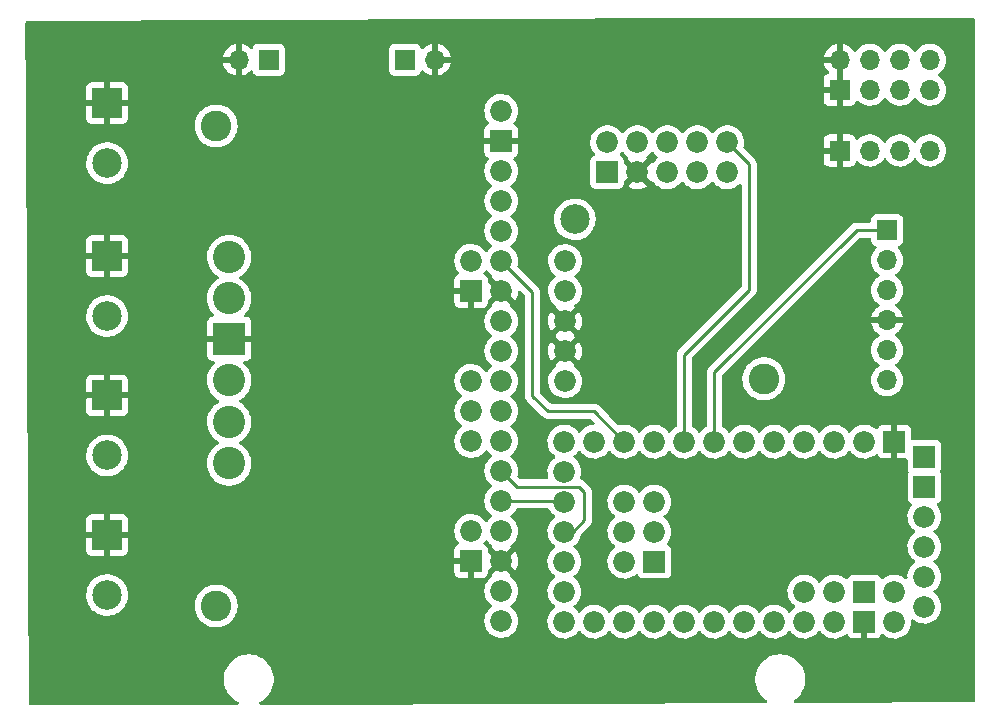
<source format=gbr>
%TF.GenerationSoftware,KiCad,Pcbnew,(6.0.0-0)*%
%TF.CreationDate,2022-03-11T16:39:32-05:00*%
%TF.ProjectId,Lifter-Board-Redone,4c696674-6572-42d4-926f-6172642d5265,rev?*%
%TF.SameCoordinates,Original*%
%TF.FileFunction,Copper,L4,Bot*%
%TF.FilePolarity,Positive*%
%FSLAX46Y46*%
G04 Gerber Fmt 4.6, Leading zero omitted, Abs format (unit mm)*
G04 Created by KiCad (PCBNEW (6.0.0-0)) date 2022-03-11 16:39:32*
%MOMM*%
%LPD*%
G01*
G04 APERTURE LIST*
%TA.AperFunction,ComponentPad*%
%ADD10R,2.500000X2.500000*%
%TD*%
%TA.AperFunction,ComponentPad*%
%ADD11C,2.500000*%
%TD*%
%TA.AperFunction,ComponentPad*%
%ADD12C,1.836000*%
%TD*%
%TA.AperFunction,ComponentPad*%
%ADD13C,2.600000*%
%TD*%
%TA.AperFunction,ComponentPad*%
%ADD14R,1.700000X1.700000*%
%TD*%
%TA.AperFunction,ComponentPad*%
%ADD15O,1.700000X1.700000*%
%TD*%
%TA.AperFunction,ComponentPad*%
%ADD16R,1.836000X1.836000*%
%TD*%
%TA.AperFunction,WasherPad*%
%ADD17C,2.600000*%
%TD*%
%TA.AperFunction,ComponentPad*%
%ADD18C,2.736000*%
%TD*%
%TA.AperFunction,ComponentPad*%
%ADD19R,2.736000X2.736000*%
%TD*%
%TA.AperFunction,Conductor*%
%ADD20C,0.250000*%
%TD*%
G04 APERTURE END LIST*
D10*
%TO.P,J2,1,Pin_1*%
%TO.N,GND*%
X88000000Y-60650000D03*
D11*
%TO.P,J2,2,Pin_2*%
%TO.N,5V*%
X88000000Y-65730000D03*
%TD*%
D10*
%TO.P,J1,1,Pin_1*%
%TO.N,GND*%
X88000000Y-47700000D03*
D11*
%TO.P,J1,2,Pin_2*%
%TO.N,12V*%
X88000000Y-52780000D03*
%TD*%
D12*
%TO.P,U1,EN,En*%
%TO.N,unconnected-(U1-PadEN)*%
X126770000Y-61080000D03*
%TO.P,U1,GND1,GND1*%
%TO.N,GND*%
X126770000Y-66160000D03*
%TO.P,U1,GND2,GND2*%
X126770000Y-68700000D03*
D11*
%TO.P,U1,P1*%
%TO.N,N/C*%
X127600000Y-57550000D03*
D13*
%TO.P,U1,P2*%
X143600000Y-71050000D03*
D12*
%TO.P,U1,VIN,VIN*%
%TO.N,12V*%
X126770000Y-63620000D03*
%TO.P,U1,Vout,VOut*%
%TO.N,5V*%
X126770000Y-71240000D03*
%TD*%
D14*
%TO.P,J7,1,Pin_1*%
%TO.N,LFT_BOT*%
X113215000Y-44030000D03*
D15*
%TO.P,J7,2,Pin_2*%
%TO.N,GND*%
X115755000Y-44030000D03*
%TD*%
D12*
%TO.P,J$1,2,2*%
%TO.N,LFT_ENA*%
X144490000Y-76370000D03*
%TO.P,J$1,3,3*%
%TO.N,RTR_ENA*%
X141950000Y-76370000D03*
%TO.P,J$1,4,4*%
%TO.N,LFT_ENB*%
X139410000Y-76370000D03*
%TO.P,J$1,5,5*%
%TO.N,RTR_ENB*%
X136870000Y-76370000D03*
%TO.P,J$1,6,6*%
%TO.N,RTR_LIMIT*%
X134330000Y-76370000D03*
%TO.P,J$1,7,7*%
%TO.N,M1PWM2*%
X131790000Y-76370000D03*
%TO.P,J$1,8,8*%
%TO.N,M1IN1*%
X129250000Y-76370000D03*
%TO.P,J$1,9,9*%
%TO.N,M1IN2*%
X126710000Y-76370000D03*
%TO.P,J$1,10,10*%
%TO.N,M2PWM2*%
X126710000Y-78910000D03*
%TO.P,J$1,11,11*%
%TO.N,M2IN1*%
X126710000Y-81450000D03*
%TO.P,J$1,12,12*%
%TO.N,M2IN2*%
X126710000Y-83990000D03*
%TO.P,J$1,13,13*%
%TO.N,MOTOR_EN*%
X126710000Y-91610000D03*
%TO.P,J$1,14,14*%
%TO.N,M1FB*%
X129250000Y-91610000D03*
%TO.P,J$1,15,15*%
%TO.N,LKIT_A*%
X131790000Y-91610000D03*
%TO.P,J$1,16,16*%
%TO.N,LKIT_B*%
X134330000Y-91610000D03*
%TO.P,J$1,17,17*%
%TO.N,LKIT_C*%
X136870000Y-91610000D03*
%TO.P,J$1,18,18*%
%TO.N,SDA*%
X139410000Y-91610000D03*
%TO.P,J$1,19,19*%
%TO.N,SCL*%
X141950000Y-91610000D03*
%TO.P,J$1,20,20*%
%TO.N,M2FB*%
X144490000Y-91610000D03*
%TO.P,J$1,21,21*%
%TO.N,M1SF*%
X147030000Y-91610000D03*
%TO.P,J$1,22,22*%
%TO.N,LFT_BOT*%
X126710000Y-86530000D03*
%TO.P,J$1,23,23*%
%TO.N,LFT_TOP*%
X126710000Y-89070000D03*
%TO.P,J$1,AREF,AREF*%
%TO.N,unconnected-(J$1-PadAREF)*%
X147030000Y-89070000D03*
%TO.P,J$1,BAT+,BAT+*%
%TO.N,12V*%
X154650000Y-91610000D03*
%TO.P,J$1,DTR,DTR*%
%TO.N,unconnected-(J$1-PadDTR)*%
X157190000Y-90340000D03*
D16*
%TO.P,J$1,GND,GND*%
%TO.N,GND*%
X154650000Y-76370000D03*
%TO.P,J$1,GND1,GND1*%
%TO.N,unconnected-(J$1-PadGND1)*%
X157190000Y-80180000D03*
%TO.P,J$1,GND2,GND2*%
%TO.N,unconnected-(J$1-PadGND2)*%
X157190000Y-77640000D03*
%TO.P,J$1,GND3,GND3*%
%TO.N,unconnected-(J$1-PadGND3)*%
X152110000Y-89070000D03*
%TO.P,J$1,GND4,GND4*%
%TO.N,GND*%
X152110000Y-91610000D03*
%TO.P,J$1,GND5,GND5*%
%TO.N,unconnected-(J$1-PadGND5)*%
X134330000Y-86530000D03*
D12*
%TO.P,J$1,MISO,MISO*%
%TO.N,unconnected-(J$1-PadMISO)*%
X131790000Y-81450000D03*
%TO.P,J$1,MOSI,MOSI*%
%TO.N,unconnected-(J$1-PadMOSI)*%
X134330000Y-83990000D03*
%TO.P,J$1,RESET1,RESET1*%
%TO.N,unconnected-(J$1-PadRESET1)*%
X152110000Y-76370000D03*
%TO.P,J$1,RESET2,RESET2*%
%TO.N,unconnected-(J$1-PadRESET2)*%
X131790000Y-86530000D03*
%TO.P,J$1,RXD0,RXD0*%
%TO.N,RX*%
X149570000Y-76370000D03*
%TO.P,J$1,RXD0_1,RXDO_1*%
%TO.N,unconnected-(J$1-PadRXD0_1)*%
X157190000Y-85260000D03*
%TO.P,J$1,SCK,SCK*%
%TO.N,unconnected-(J$1-PadSCK)*%
X131790000Y-83990000D03*
%TO.P,J$1,TXD0,TXD0*%
%TO.N,TX*%
X147030000Y-76370000D03*
%TO.P,J$1,TXD0_1,TXD0_1*%
%TO.N,unconnected-(J$1-PadTXD0_1)*%
X157190000Y-87800000D03*
%TO.P,J$1,VCC1,VCC1*%
%TO.N,unconnected-(J$1-PadVCC1)*%
X149570000Y-89070000D03*
%TO.P,J$1,VCC2,VCC2*%
%TO.N,unconnected-(J$1-PadVCC2)*%
X149570000Y-91610000D03*
%TO.P,J$1,VCC3,VCC3*%
%TO.N,unconnected-(J$1-PadVCC3)*%
X134330000Y-81450000D03*
%TO.P,J$1,VCCIN,VCCIN*%
%TO.N,unconnected-(J$1-PadVCCIN)*%
X157190000Y-82720000D03*
%TO.P,J$1,VIN,VIN*%
%TO.N,unconnected-(J$1-PadVIN)*%
X154650000Y-89070000D03*
%TD*%
D14*
%TO.P,J8,1,Pin_1*%
%TO.N,LFT_TOP*%
X101675000Y-44030000D03*
D15*
%TO.P,J8,2,Pin_2*%
%TO.N,GND*%
X99135000Y-44030000D03*
%TD*%
D14*
%TO.P,J9,1,Pin_1*%
%TO.N,GND*%
X150030000Y-51720000D03*
D15*
%TO.P,J9,2,Pin_2*%
%TO.N,5V*%
X152570000Y-51720000D03*
%TO.P,J9,3,Pin_3*%
%TO.N,TX*%
X155110000Y-51720000D03*
%TO.P,J9,4,Pin_4*%
%TO.N,RX*%
X157650000Y-51720000D03*
%TD*%
D10*
%TO.P,J4,1,Pin_1*%
%TO.N,GND*%
X88000000Y-84270000D03*
D11*
%TO.P,J4,2,Pin_2*%
%TO.N,5V*%
X88000000Y-89350000D03*
%TD*%
D14*
%TO.P,Lifter1,1,Pin_1*%
%TO.N,LFT_ENB*%
X154040000Y-58460000D03*
D15*
%TO.P,Lifter1,2,Pin_2*%
%TO.N,LFT_ENA*%
X154040000Y-61000000D03*
%TO.P,Lifter1,3,Pin_3*%
%TO.N,5V*%
X154040000Y-63540000D03*
%TO.P,Lifter1,4,Pin_4*%
%TO.N,GND*%
X154040000Y-66080000D03*
%TO.P,Lifter1,5,Pin_5*%
%TO.N,LMOT1*%
X154040000Y-68620000D03*
%TO.P,Lifter1,6,Pin_6*%
%TO.N,LMOT2*%
X154040000Y-71160000D03*
%TD*%
D14*
%TO.P,J6,1,Pin_1*%
%TO.N,GND*%
X150030000Y-46575000D03*
D15*
%TO.P,J6,2,Pin_2*%
X150030000Y-44035000D03*
%TO.P,J6,3,Pin_3*%
%TO.N,5V*%
X152570000Y-46575000D03*
%TO.P,J6,4,Pin_4*%
X152570000Y-44035000D03*
%TO.P,J6,5,Pin_5*%
%TO.N,SCL*%
X155110000Y-46575000D03*
%TO.P,J6,6,Pin_6*%
X155110000Y-44035000D03*
%TO.P,J6,7,Pin_7*%
%TO.N,SDA*%
X157650000Y-46575000D03*
%TO.P,J6,8,Pin_8*%
X157650000Y-44035000D03*
%TD*%
D10*
%TO.P,J3,1,Pin_1*%
%TO.N,GND*%
X88000000Y-72460000D03*
D11*
%TO.P,J3,2,Pin_2*%
%TO.N,5V*%
X88000000Y-77540000D03*
%TD*%
D16*
%TO.P,J5,1,Pin_1*%
%TO.N,RMOT1*%
X130333250Y-53563500D03*
D12*
%TO.P,J5,2,Pin_2*%
%TO.N,RMOT2*%
X130333250Y-51023500D03*
%TO.P,J5,3,Pin_3*%
%TO.N,GND*%
X132873250Y-53563500D03*
%TO.P,J5,4,Pin_4*%
%TO.N,5V*%
X132873250Y-51023500D03*
%TO.P,J5,5,Pin_5*%
%TO.N,LKIT_A*%
X135413250Y-53563500D03*
%TO.P,J5,6,Pin_6*%
%TO.N,RTR_LIMIT*%
X135413250Y-51023500D03*
%TO.P,J5,7,Pin_7*%
%TO.N,LKIT_B*%
X137953250Y-53563500D03*
%TO.P,J5,8,Pin_8*%
%TO.N,RTR_ENA*%
X137953250Y-51023500D03*
%TO.P,J5,9,Pin_9*%
%TO.N,LKIT_C*%
X140493250Y-53563500D03*
%TO.P,J5,10,Pin_10*%
%TO.N,RTR_ENB*%
X140493250Y-51023500D03*
%TD*%
D17*
%TO.P,U$1,*%
%TO.N,*%
X97240000Y-49636500D03*
X97240000Y-90276500D03*
D12*
%TO.P,U$1,EN,EN*%
%TO.N,MOTOR_EN*%
X121370000Y-71226500D03*
D16*
%TO.P,U$1,GND,GND*%
%TO.N,GND*%
X121370000Y-50906500D03*
%TO.P,U$1,GND$1,GND*%
X118830000Y-86466500D03*
%TO.P,U$1,GND$2,GND*%
X118830000Y-63606500D03*
D12*
%TO.P,U$1,INV,INV*%
%TO.N,unconnected-(U$1-PadINV)*%
X121370000Y-76306500D03*
%TO.P,U$1,M1FB,M1FB*%
%TO.N,M1FB*%
X121370000Y-68686500D03*
%TO.P,U$1,M1IN1,M1IN1*%
%TO.N,M1IN1*%
X121370000Y-58526500D03*
%TO.P,U$1,M1IN2,M1IN2*%
%TO.N,M1IN2*%
X121370000Y-55986500D03*
D18*
%TO.P,U$1,M1OUT1,M1OUT1*%
%TO.N,LMOT1*%
X98332200Y-60736300D03*
%TO.P,U$1,M1OUT2,M1OUT2*%
%TO.N,LMOT2*%
X98332200Y-64241500D03*
D12*
%TO.P,U$1,M1PWM1,M1_~{PWM}/D1*%
%TO.N,GND*%
X121370000Y-63606500D03*
%TO.P,U$1,M1PWM2,M1_PWM/~{D2}*%
%TO.N,M1PWM2*%
X121370000Y-61066500D03*
%TO.P,U$1,M1SF,M1~{SF}*%
%TO.N,M1SF*%
X121370000Y-66146500D03*
%TO.P,U$1,M2FB,M2FB*%
%TO.N,M2FB*%
X121370000Y-91546500D03*
%TO.P,U$1,M2IN1,M2IN1*%
%TO.N,M2IN1*%
X121370000Y-81386500D03*
%TO.P,U$1,M2IN2,M2IN2*%
%TO.N,M2IN2*%
X121370000Y-78846500D03*
D18*
%TO.P,U$1,M2OUT1,M2OUT1*%
%TO.N,RMOT1*%
X98332200Y-74706300D03*
%TO.P,U$1,M2OUT2,M2OUT2*%
%TO.N,RMOT2*%
X98332200Y-78211500D03*
D12*
%TO.P,U$1,M2PWM1,M2_~{PWM}/D1*%
%TO.N,GND*%
X121370000Y-86466500D03*
%TO.P,U$1,M2PWM2,M2_PWM/~{D2}*%
%TO.N,M2PWM2*%
X121370000Y-83926500D03*
%TO.P,U$1,M2SF,M2~{SF}*%
%TO.N,unconnected-(U$1-PadM2SF)*%
X121370000Y-89006500D03*
D19*
%TO.P,U$1,MGND,GND*%
%TO.N,GND*%
X98332200Y-67670500D03*
D18*
%TO.P,U$1,MVIN,VIN(5-28V)*%
%TO.N,12V*%
X98332200Y-71175700D03*
D12*
%TO.P,U$1,SLEW,SLEW*%
%TO.N,unconnected-(U$1-PadSLEW)*%
X121370000Y-73766500D03*
%TO.P,U$1,VDD,VDD*%
%TO.N,5V*%
X121370000Y-53446500D03*
%TO.P,U$1,VDD$1,VDD*%
X118830000Y-83926500D03*
%TO.P,U$1,VDD$2,VDD*%
X118830000Y-76306500D03*
%TO.P,U$1,VDD$3,VDD*%
X118830000Y-73766500D03*
%TO.P,U$1,VDD$4,VDD*%
X118830000Y-71226500D03*
%TO.P,U$1,VDD$5,VDD*%
X118830000Y-61066500D03*
%TO.P,U$1,VIN,VIN*%
%TO.N,12V*%
X121370000Y-48366500D03*
%TD*%
D20*
%TO.N,LFT_ENB*%
X139410000Y-70500000D02*
X139410000Y-76370000D01*
X151450000Y-58460000D02*
X139410000Y-70500000D01*
X154040000Y-58460000D02*
X151450000Y-58460000D01*
%TO.N,M1PWM2*%
X124010000Y-72480000D02*
X125310000Y-73780000D01*
X121370000Y-61066500D02*
X124010000Y-63706500D01*
X125310000Y-73780000D02*
X129200000Y-73780000D01*
X124010000Y-63706500D02*
X124010000Y-72480000D01*
X129200000Y-73780000D02*
X131790000Y-76370000D01*
%TO.N,M2IN1*%
X121370000Y-81386500D02*
X126646500Y-81386500D01*
X126646500Y-81386500D02*
X126710000Y-81450000D01*
%TO.N,M2IN2*%
X127940000Y-80170000D02*
X128410000Y-80640000D01*
X128410000Y-83020000D02*
X127440000Y-83990000D01*
X121370000Y-78846500D02*
X122693500Y-80170000D01*
X128410000Y-80640000D02*
X128410000Y-83020000D01*
X127440000Y-83990000D02*
X126710000Y-83990000D01*
X122693500Y-80170000D02*
X127940000Y-80170000D01*
%TO.N,RTR_ENB*%
X136870000Y-69020000D02*
X136870000Y-76370000D01*
X142350000Y-52880250D02*
X142350000Y-63540000D01*
X142350000Y-63540000D02*
X136870000Y-69020000D01*
X140493250Y-51023500D02*
X142350000Y-52880250D01*
%TD*%
%TA.AperFunction,Conductor*%
%TO.N,GND*%
G36*
X161434121Y-40528002D02*
G01*
X161480614Y-40581658D01*
X161492000Y-40634000D01*
X161492000Y-98315101D01*
X161471998Y-98383222D01*
X161418342Y-98429715D01*
X161366392Y-98441100D01*
X147454202Y-98484392D01*
X146236885Y-98488180D01*
X146168702Y-98468390D01*
X146122043Y-98414880D01*
X146111720Y-98344638D01*
X146141012Y-98279965D01*
X146164043Y-98259094D01*
X146326511Y-98144910D01*
X146326518Y-98144905D01*
X146330023Y-98142441D01*
X146540622Y-97946740D01*
X146722713Y-97724268D01*
X146872927Y-97479142D01*
X146988483Y-97215898D01*
X147067244Y-96939406D01*
X147107751Y-96654784D01*
X147107845Y-96636951D01*
X147109235Y-96371583D01*
X147109235Y-96371576D01*
X147109257Y-96367297D01*
X147071732Y-96082266D01*
X146995871Y-95804964D01*
X146883077Y-95540524D01*
X146735439Y-95293839D01*
X146555687Y-95069472D01*
X146347149Y-94871577D01*
X146113683Y-94703814D01*
X146091843Y-94692250D01*
X146068654Y-94679972D01*
X145859608Y-94569288D01*
X145589627Y-94470489D01*
X145308736Y-94409245D01*
X145277685Y-94406801D01*
X145085718Y-94391693D01*
X145085709Y-94391693D01*
X145083261Y-94391500D01*
X144927729Y-94391500D01*
X144925593Y-94391646D01*
X144925582Y-94391646D01*
X144717452Y-94405835D01*
X144717446Y-94405836D01*
X144713175Y-94406127D01*
X144708980Y-94406996D01*
X144708978Y-94406996D01*
X144572416Y-94435277D01*
X144431658Y-94464426D01*
X144160657Y-94560393D01*
X143905188Y-94692250D01*
X143901687Y-94694711D01*
X143901683Y-94694713D01*
X143891594Y-94701804D01*
X143669977Y-94857559D01*
X143459378Y-95053260D01*
X143277287Y-95275732D01*
X143127073Y-95520858D01*
X143011517Y-95784102D01*
X142932756Y-96060594D01*
X142892249Y-96345216D01*
X142892227Y-96349505D01*
X142892226Y-96349512D01*
X142890765Y-96628417D01*
X142890743Y-96632703D01*
X142928268Y-96917734D01*
X143004129Y-97195036D01*
X143116923Y-97459476D01*
X143264561Y-97706161D01*
X143444313Y-97930528D01*
X143652851Y-98128423D01*
X143812793Y-98243353D01*
X143846431Y-98267525D01*
X143890079Y-98323519D01*
X143896525Y-98394223D01*
X143863722Y-98457187D01*
X143802086Y-98492421D01*
X143773297Y-98495846D01*
X126580092Y-98549347D01*
X100991684Y-98628973D01*
X100923502Y-98609183D01*
X100876843Y-98555673D01*
X100866520Y-98485431D01*
X100895812Y-98420758D01*
X100933503Y-98391008D01*
X101091005Y-98309715D01*
X101091006Y-98309715D01*
X101094812Y-98307750D01*
X101098313Y-98305289D01*
X101098317Y-98305287D01*
X101212418Y-98225095D01*
X101330023Y-98142441D01*
X101540622Y-97946740D01*
X101722713Y-97724268D01*
X101872927Y-97479142D01*
X101988483Y-97215898D01*
X102067244Y-96939406D01*
X102107751Y-96654784D01*
X102107845Y-96636951D01*
X102109235Y-96371583D01*
X102109235Y-96371576D01*
X102109257Y-96367297D01*
X102071732Y-96082266D01*
X101995871Y-95804964D01*
X101883077Y-95540524D01*
X101735439Y-95293839D01*
X101555687Y-95069472D01*
X101347149Y-94871577D01*
X101113683Y-94703814D01*
X101091843Y-94692250D01*
X101068654Y-94679972D01*
X100859608Y-94569288D01*
X100589627Y-94470489D01*
X100308736Y-94409245D01*
X100277685Y-94406801D01*
X100085718Y-94391693D01*
X100085709Y-94391693D01*
X100083261Y-94391500D01*
X99927729Y-94391500D01*
X99925593Y-94391646D01*
X99925582Y-94391646D01*
X99717452Y-94405835D01*
X99717446Y-94405836D01*
X99713175Y-94406127D01*
X99708980Y-94406996D01*
X99708978Y-94406996D01*
X99572416Y-94435277D01*
X99431658Y-94464426D01*
X99160657Y-94560393D01*
X98905188Y-94692250D01*
X98901687Y-94694711D01*
X98901683Y-94694713D01*
X98891594Y-94701804D01*
X98669977Y-94857559D01*
X98459378Y-95053260D01*
X98277287Y-95275732D01*
X98127073Y-95520858D01*
X98011517Y-95784102D01*
X97932756Y-96060594D01*
X97892249Y-96345216D01*
X97892227Y-96349505D01*
X97892226Y-96349512D01*
X97890765Y-96628417D01*
X97890743Y-96632703D01*
X97928268Y-96917734D01*
X98004129Y-97195036D01*
X98116923Y-97459476D01*
X98264561Y-97706161D01*
X98444313Y-97930528D01*
X98652851Y-98128423D01*
X98886317Y-98296186D01*
X98937940Y-98323519D01*
X99078150Y-98397757D01*
X99128994Y-98447310D01*
X99144975Y-98516484D01*
X99121021Y-98583318D01*
X99064737Y-98626591D01*
X99019585Y-98635110D01*
X81505716Y-98689609D01*
X81437534Y-98669819D01*
X81390875Y-98616309D01*
X81379327Y-98564284D01*
X81367544Y-96363049D01*
X81329755Y-89303839D01*
X86237173Y-89303839D01*
X86237397Y-89308505D01*
X86237397Y-89308511D01*
X86239239Y-89346851D01*
X86249713Y-89564908D01*
X86300704Y-89821256D01*
X86389026Y-90067252D01*
X86404547Y-90096138D01*
X86510241Y-90292845D01*
X86512737Y-90297491D01*
X86515532Y-90301234D01*
X86515534Y-90301237D01*
X86666330Y-90503177D01*
X86666335Y-90503183D01*
X86669122Y-90506915D01*
X86672431Y-90510195D01*
X86672436Y-90510201D01*
X86836809Y-90673145D01*
X86854743Y-90690923D01*
X86858505Y-90693681D01*
X86858508Y-90693684D01*
X87046800Y-90831745D01*
X87065524Y-90845474D01*
X87069667Y-90847654D01*
X87069669Y-90847655D01*
X87292684Y-90964989D01*
X87292689Y-90964991D01*
X87296834Y-90967172D01*
X87543590Y-91053344D01*
X87548183Y-91054216D01*
X87795785Y-91101224D01*
X87795788Y-91101224D01*
X87800374Y-91102095D01*
X87930959Y-91107226D01*
X88056875Y-91112174D01*
X88056881Y-91112174D01*
X88061543Y-91112357D01*
X88140977Y-91103657D01*
X88316707Y-91084412D01*
X88316712Y-91084411D01*
X88321360Y-91083902D01*
X88325884Y-91082711D01*
X88569594Y-91018548D01*
X88569596Y-91018547D01*
X88574117Y-91017357D01*
X88591842Y-91009742D01*
X88809972Y-90916025D01*
X88814262Y-90914182D01*
X88890623Y-90866929D01*
X89032547Y-90779104D01*
X89032548Y-90779104D01*
X89036519Y-90776646D01*
X89040082Y-90773629D01*
X89040087Y-90773626D01*
X89232439Y-90610787D01*
X89232440Y-90610786D01*
X89236005Y-90607768D01*
X89277944Y-90559946D01*
X89405257Y-90414774D01*
X89405261Y-90414769D01*
X89408339Y-90411259D01*
X89411355Y-90406571D01*
X89502511Y-90264852D01*
X89525555Y-90229026D01*
X95427050Y-90229026D01*
X95427274Y-90233692D01*
X95427274Y-90233697D01*
X95433066Y-90354266D01*
X95439947Y-90497519D01*
X95492388Y-90761156D01*
X95583220Y-91014146D01*
X95585432Y-91018262D01*
X95585433Y-91018265D01*
X95635893Y-91112174D01*
X95710450Y-91250931D01*
X95713241Y-91254668D01*
X95713245Y-91254675D01*
X95793903Y-91362688D01*
X95871281Y-91466310D01*
X95874590Y-91469590D01*
X95874595Y-91469596D01*
X96039145Y-91632715D01*
X96062180Y-91655550D01*
X96065942Y-91658308D01*
X96065945Y-91658311D01*
X96206432Y-91761320D01*
X96278954Y-91814495D01*
X96283089Y-91816671D01*
X96283093Y-91816673D01*
X96465206Y-91912488D01*
X96516840Y-91939654D01*
X96770613Y-92028275D01*
X96775206Y-92029147D01*
X97030109Y-92077542D01*
X97030112Y-92077542D01*
X97034698Y-92078413D01*
X97162370Y-92083429D01*
X97298625Y-92088783D01*
X97298630Y-92088783D01*
X97303293Y-92088966D01*
X97407607Y-92077542D01*
X97565844Y-92060213D01*
X97565850Y-92060212D01*
X97570497Y-92059703D01*
X97634585Y-92042830D01*
X97825918Y-91992456D01*
X97825920Y-91992455D01*
X97830441Y-91991265D01*
X97834738Y-91989419D01*
X98073120Y-91887002D01*
X98073122Y-91887001D01*
X98077414Y-91885157D01*
X98196071Y-91811730D01*
X98302017Y-91746169D01*
X98302021Y-91746166D01*
X98305990Y-91743710D01*
X98511149Y-91570030D01*
X98562454Y-91511528D01*
X119939038Y-91511528D01*
X119939335Y-91516680D01*
X119939335Y-91516684D01*
X119948200Y-91670428D01*
X119952541Y-91745711D01*
X119953678Y-91750757D01*
X119953679Y-91750763D01*
X119976930Y-91853932D01*
X120004111Y-91974544D01*
X120006053Y-91979326D01*
X120006054Y-91979330D01*
X120046362Y-92078596D01*
X120092362Y-92191881D01*
X120214926Y-92391886D01*
X120368510Y-92569188D01*
X120372485Y-92572488D01*
X120372489Y-92572492D01*
X120440284Y-92628776D01*
X120548989Y-92719025D01*
X120553441Y-92721627D01*
X120553446Y-92721630D01*
X120657656Y-92782525D01*
X120751517Y-92837373D01*
X120970655Y-92921054D01*
X120975721Y-92922085D01*
X120975722Y-92922085D01*
X121030726Y-92933275D01*
X121200518Y-92967820D01*
X121333221Y-92972686D01*
X121429768Y-92976226D01*
X121429772Y-92976226D01*
X121434932Y-92976415D01*
X121440052Y-92975759D01*
X121440054Y-92975759D01*
X121662476Y-92947267D01*
X121662479Y-92947266D01*
X121667603Y-92946610D01*
X121828735Y-92898268D01*
X121887328Y-92880689D01*
X121892281Y-92879203D01*
X121896920Y-92876930D01*
X121896926Y-92876928D01*
X122061229Y-92796437D01*
X122102933Y-92776006D01*
X122145530Y-92745621D01*
X122289689Y-92642794D01*
X122289693Y-92642790D01*
X122293901Y-92639789D01*
X122460058Y-92474212D01*
X122516406Y-92395796D01*
X122593922Y-92287920D01*
X122596940Y-92283720D01*
X122608764Y-92259797D01*
X122698578Y-92078071D01*
X122698579Y-92078069D01*
X122700872Y-92073429D01*
X122769062Y-91848988D01*
X122769737Y-91843862D01*
X122799243Y-91619745D01*
X122799244Y-91619738D01*
X122799680Y-91616423D01*
X122801389Y-91546500D01*
X122782169Y-91312717D01*
X122725023Y-91085212D01*
X122659099Y-90933596D01*
X122633548Y-90874833D01*
X122633546Y-90874830D01*
X122631488Y-90870096D01*
X122504075Y-90673145D01*
X122346205Y-90499648D01*
X122187048Y-90373954D01*
X122145986Y-90316038D01*
X122142754Y-90245115D01*
X122178379Y-90183704D01*
X122191972Y-90172495D01*
X122284889Y-90106217D01*
X122293901Y-90099789D01*
X122460058Y-89934212D01*
X122516406Y-89855796D01*
X122593922Y-89747920D01*
X122596940Y-89743720D01*
X122608764Y-89719797D01*
X122698578Y-89538071D01*
X122698579Y-89538069D01*
X122700872Y-89533429D01*
X122769062Y-89308988D01*
X122770645Y-89296967D01*
X122799243Y-89079745D01*
X122799244Y-89079738D01*
X122799680Y-89076423D01*
X122801389Y-89006500D01*
X122782169Y-88772717D01*
X122725023Y-88545212D01*
X122647952Y-88367960D01*
X122633548Y-88334833D01*
X122633546Y-88334830D01*
X122631488Y-88330096D01*
X122530163Y-88173471D01*
X122506883Y-88137485D01*
X122506881Y-88137482D01*
X122504075Y-88133145D01*
X122346205Y-87959648D01*
X122184246Y-87831741D01*
X122143183Y-87773824D01*
X122139951Y-87702901D01*
X122163233Y-87655050D01*
X122176401Y-87638278D01*
X122169415Y-87625126D01*
X121382811Y-86838521D01*
X121368868Y-86830908D01*
X121367034Y-86831039D01*
X121360420Y-86835290D01*
X120567021Y-87628690D01*
X120560264Y-87641064D01*
X120575667Y-87661639D01*
X120600479Y-87728159D01*
X120585389Y-87797533D01*
X120550453Y-87837910D01*
X120449504Y-87913705D01*
X120419663Y-87936110D01*
X120257602Y-88105698D01*
X120254688Y-88109970D01*
X120254687Y-88109971D01*
X120211370Y-88173471D01*
X120125415Y-88299477D01*
X120109003Y-88334833D01*
X120028828Y-88507553D01*
X120028826Y-88507558D01*
X120026651Y-88512244D01*
X119963965Y-88738284D01*
X119939038Y-88971528D01*
X119939335Y-88976680D01*
X119939335Y-88976684D01*
X119946100Y-89094000D01*
X119952541Y-89205711D01*
X119953678Y-89210757D01*
X119953679Y-89210763D01*
X119976930Y-89313932D01*
X120004111Y-89434544D01*
X120006053Y-89439326D01*
X120006054Y-89439330D01*
X120030727Y-89500092D01*
X120092362Y-89651881D01*
X120214926Y-89851886D01*
X120368510Y-90029188D01*
X120372485Y-90032488D01*
X120372489Y-90032492D01*
X120548989Y-90179025D01*
X120548270Y-90179892D01*
X120589173Y-90231059D01*
X120596485Y-90301678D01*
X120564457Y-90365040D01*
X120548229Y-90379580D01*
X120449183Y-90453946D01*
X120419663Y-90476110D01*
X120257602Y-90645698D01*
X120254688Y-90649970D01*
X120254687Y-90649971D01*
X120226752Y-90690923D01*
X120125415Y-90839477D01*
X120109003Y-90874833D01*
X120028828Y-91047553D01*
X120028826Y-91047558D01*
X120026651Y-91052244D01*
X119963965Y-91278284D01*
X119939038Y-91511528D01*
X98562454Y-91511528D01*
X98688382Y-91367934D01*
X98691757Y-91362688D01*
X98831269Y-91145791D01*
X98833797Y-91141861D01*
X98944199Y-90896778D01*
X98969050Y-90808662D01*
X99015893Y-90642572D01*
X99015894Y-90642569D01*
X99017163Y-90638068D01*
X99029859Y-90538271D01*
X99050688Y-90374545D01*
X99050688Y-90374541D01*
X99051086Y-90371415D01*
X99051250Y-90365178D01*
X99052824Y-90305028D01*
X99053571Y-90276500D01*
X99040984Y-90107125D01*
X99033996Y-90013092D01*
X99033996Y-90013091D01*
X99033650Y-90008437D01*
X99032049Y-90001360D01*
X98975361Y-89750831D01*
X98975360Y-89750826D01*
X98974327Y-89746263D01*
X98876902Y-89495738D01*
X98743518Y-89262364D01*
X98732325Y-89248165D01*
X98653177Y-89147766D01*
X98577105Y-89051269D01*
X98381317Y-88867091D01*
X98185663Y-88731360D01*
X98164299Y-88716539D01*
X98164296Y-88716537D01*
X98160457Y-88713874D01*
X98156264Y-88711806D01*
X97923564Y-88597051D01*
X97923561Y-88597050D01*
X97919376Y-88594986D01*
X97871745Y-88579739D01*
X97764538Y-88545422D01*
X97663370Y-88513038D01*
X97658763Y-88512288D01*
X97658760Y-88512287D01*
X97402674Y-88470581D01*
X97402675Y-88470581D01*
X97398063Y-88469830D01*
X97267719Y-88468124D01*
X97133961Y-88466373D01*
X97133958Y-88466373D01*
X97129284Y-88466312D01*
X96862937Y-88502560D01*
X96858451Y-88503868D01*
X96858449Y-88503868D01*
X96829712Y-88512244D01*
X96604874Y-88577778D01*
X96360763Y-88690315D01*
X96356854Y-88692878D01*
X96139881Y-88835131D01*
X96139876Y-88835135D01*
X96135968Y-88837697D01*
X96132476Y-88840814D01*
X95943071Y-89009865D01*
X95935426Y-89016688D01*
X95870147Y-89095178D01*
X95778218Y-89205711D01*
X95763544Y-89223354D01*
X95624096Y-89453156D01*
X95622287Y-89457470D01*
X95622285Y-89457474D01*
X95607942Y-89491679D01*
X95520148Y-89701045D01*
X95453981Y-89961577D01*
X95427050Y-90229026D01*
X89525555Y-90229026D01*
X89549733Y-90191437D01*
X89657083Y-89953129D01*
X89668970Y-89910980D01*
X89726760Y-89706076D01*
X89726761Y-89706073D01*
X89728030Y-89701572D01*
X89734961Y-89647086D01*
X89760616Y-89445421D01*
X89760616Y-89445417D01*
X89761014Y-89442291D01*
X89763431Y-89350000D01*
X89756977Y-89263157D01*
X89744407Y-89094000D01*
X89744406Y-89093996D01*
X89744061Y-89089348D01*
X89741889Y-89079745D01*
X89694827Y-88871765D01*
X89686377Y-88834423D01*
X89647053Y-88733301D01*
X89593340Y-88595176D01*
X89593339Y-88595173D01*
X89591647Y-88590823D01*
X89461951Y-88363902D01*
X89300138Y-88158643D01*
X89109763Y-87979557D01*
X88946895Y-87866571D01*
X88898851Y-87833241D01*
X88898848Y-87833239D01*
X88895009Y-87830576D01*
X88884063Y-87825178D01*
X88664781Y-87717040D01*
X88664778Y-87717039D01*
X88660593Y-87714975D01*
X88636317Y-87707204D01*
X88416123Y-87636720D01*
X88411665Y-87635293D01*
X88153693Y-87593279D01*
X88039942Y-87591790D01*
X87897022Y-87589919D01*
X87897019Y-87589919D01*
X87892345Y-87589858D01*
X87633362Y-87625104D01*
X87628876Y-87626412D01*
X87628874Y-87626412D01*
X87588164Y-87638278D01*
X87382433Y-87698243D01*
X87378180Y-87700203D01*
X87378179Y-87700204D01*
X87341659Y-87717040D01*
X87145072Y-87807668D01*
X87108355Y-87831741D01*
X86930404Y-87948410D01*
X86930399Y-87948414D01*
X86926491Y-87950976D01*
X86731494Y-88125018D01*
X86564363Y-88325970D01*
X86561934Y-88329973D01*
X86431324Y-88545212D01*
X86428771Y-88549419D01*
X86327697Y-88790455D01*
X86263359Y-89043783D01*
X86262891Y-89048434D01*
X86262890Y-89048438D01*
X86254233Y-89134413D01*
X86237173Y-89303839D01*
X81329755Y-89303839D01*
X81319719Y-87429169D01*
X117404001Y-87429169D01*
X117404371Y-87435990D01*
X117409895Y-87486852D01*
X117413521Y-87502104D01*
X117458676Y-87622554D01*
X117467214Y-87638149D01*
X117543715Y-87740224D01*
X117556276Y-87752785D01*
X117658351Y-87829286D01*
X117673946Y-87837824D01*
X117794394Y-87882978D01*
X117809649Y-87886605D01*
X117860514Y-87892131D01*
X117867328Y-87892500D01*
X118557885Y-87892500D01*
X118573124Y-87888025D01*
X118574329Y-87886635D01*
X118576000Y-87878952D01*
X118576000Y-86738615D01*
X118571525Y-86723376D01*
X118570135Y-86722171D01*
X118562452Y-86720500D01*
X117422116Y-86720500D01*
X117406877Y-86724975D01*
X117405672Y-86726365D01*
X117404001Y-86734048D01*
X117404001Y-87429169D01*
X81319719Y-87429169D01*
X81309738Y-85564669D01*
X86242001Y-85564669D01*
X86242371Y-85571490D01*
X86247895Y-85622352D01*
X86251521Y-85637604D01*
X86296676Y-85758054D01*
X86305214Y-85773649D01*
X86381715Y-85875724D01*
X86394276Y-85888285D01*
X86496351Y-85964786D01*
X86511946Y-85973324D01*
X86632394Y-86018478D01*
X86647649Y-86022105D01*
X86698514Y-86027631D01*
X86705328Y-86028000D01*
X87727885Y-86028000D01*
X87743124Y-86023525D01*
X87744329Y-86022135D01*
X87746000Y-86014452D01*
X87746000Y-86009884D01*
X88254000Y-86009884D01*
X88258475Y-86025123D01*
X88259865Y-86026328D01*
X88267548Y-86027999D01*
X89294669Y-86027999D01*
X89301490Y-86027629D01*
X89352352Y-86022105D01*
X89367604Y-86018479D01*
X89488054Y-85973324D01*
X89503649Y-85964786D01*
X89605724Y-85888285D01*
X89618285Y-85875724D01*
X89694786Y-85773649D01*
X89703324Y-85758054D01*
X89748478Y-85637606D01*
X89752105Y-85622351D01*
X89757631Y-85571486D01*
X89758000Y-85564672D01*
X89758000Y-84542115D01*
X89753525Y-84526876D01*
X89752135Y-84525671D01*
X89744452Y-84524000D01*
X88272115Y-84524000D01*
X88256876Y-84528475D01*
X88255671Y-84529865D01*
X88254000Y-84537548D01*
X88254000Y-86009884D01*
X87746000Y-86009884D01*
X87746000Y-84542115D01*
X87741525Y-84526876D01*
X87740135Y-84525671D01*
X87732452Y-84524000D01*
X86260116Y-84524000D01*
X86244877Y-84528475D01*
X86243672Y-84529865D01*
X86242001Y-84537548D01*
X86242001Y-85564669D01*
X81309738Y-85564669D01*
X81301351Y-83997885D01*
X86242000Y-83997885D01*
X86246475Y-84013124D01*
X86247865Y-84014329D01*
X86255548Y-84016000D01*
X87727885Y-84016000D01*
X87743124Y-84011525D01*
X87744329Y-84010135D01*
X87746000Y-84002452D01*
X87746000Y-83997885D01*
X88254000Y-83997885D01*
X88258475Y-84013124D01*
X88259865Y-84014329D01*
X88267548Y-84016000D01*
X89739884Y-84016000D01*
X89755123Y-84011525D01*
X89756328Y-84010135D01*
X89757999Y-84002452D01*
X89757999Y-83891528D01*
X117399038Y-83891528D01*
X117399335Y-83896680D01*
X117399335Y-83896684D01*
X117405278Y-83999745D01*
X117412541Y-84125711D01*
X117413678Y-84130757D01*
X117413679Y-84130763D01*
X117436930Y-84233932D01*
X117464111Y-84354544D01*
X117466053Y-84359326D01*
X117466054Y-84359330D01*
X117491839Y-84422830D01*
X117552362Y-84571881D01*
X117674926Y-84771886D01*
X117767495Y-84878751D01*
X117796977Y-84943334D01*
X117786862Y-85013606D01*
X117740361Y-85067255D01*
X117716487Y-85079228D01*
X117673946Y-85095176D01*
X117658351Y-85103714D01*
X117556276Y-85180215D01*
X117543715Y-85192776D01*
X117467214Y-85294851D01*
X117458676Y-85310446D01*
X117413522Y-85430894D01*
X117409895Y-85446149D01*
X117404369Y-85497014D01*
X117404000Y-85503828D01*
X117404000Y-86194385D01*
X117408475Y-86209624D01*
X117409865Y-86210829D01*
X117417548Y-86212500D01*
X118958000Y-86212500D01*
X119026121Y-86232502D01*
X119072614Y-86286158D01*
X119084000Y-86338500D01*
X119084000Y-87874384D01*
X119088475Y-87889623D01*
X119089865Y-87890828D01*
X119097548Y-87892499D01*
X119792669Y-87892499D01*
X119799490Y-87892129D01*
X119850352Y-87886605D01*
X119865604Y-87882979D01*
X119986054Y-87837824D01*
X120001649Y-87829286D01*
X120103724Y-87752785D01*
X120116285Y-87740224D01*
X120192786Y-87638149D01*
X120201324Y-87622554D01*
X120246478Y-87502106D01*
X120250105Y-87486851D01*
X120255107Y-87440811D01*
X120248470Y-87418207D01*
X120242868Y-87412605D01*
X120208845Y-87350292D01*
X120213913Y-87279476D01*
X120242872Y-87234417D01*
X120997979Y-86479311D01*
X121004356Y-86467632D01*
X121734408Y-86467632D01*
X121734539Y-86469466D01*
X121738790Y-86476080D01*
X122529205Y-87266494D01*
X122541211Y-87273050D01*
X122552950Y-87264082D01*
X122593492Y-87207661D01*
X122598803Y-87198822D01*
X122698111Y-86997886D01*
X122701910Y-86988291D01*
X122767068Y-86773834D01*
X122769247Y-86763753D01*
X122798742Y-86539720D01*
X122799261Y-86533047D01*
X122800805Y-86469865D01*
X122800611Y-86463146D01*
X122782097Y-86237950D01*
X122780414Y-86227788D01*
X122725807Y-86010385D01*
X122722489Y-86000637D01*
X122633106Y-85795070D01*
X122628240Y-85785995D01*
X122552242Y-85668522D01*
X122541555Y-85659318D01*
X122531990Y-85663721D01*
X121742021Y-86453689D01*
X121734408Y-86467632D01*
X121004356Y-86467632D01*
X121005592Y-86465368D01*
X121005461Y-86463534D01*
X121001210Y-86456920D01*
X120242872Y-85698583D01*
X120208847Y-85636270D01*
X120213911Y-85565455D01*
X120242868Y-85520395D01*
X120243190Y-85520073D01*
X120255643Y-85497267D01*
X120255629Y-85497010D01*
X120250105Y-85446148D01*
X120246479Y-85430896D01*
X120201324Y-85310446D01*
X120192786Y-85294851D01*
X120116285Y-85192776D01*
X120103724Y-85180215D01*
X120001649Y-85103714D01*
X119986054Y-85095176D01*
X119945991Y-85080157D01*
X119889227Y-85037515D01*
X119864527Y-84970954D01*
X119879734Y-84901605D01*
X119901280Y-84872925D01*
X119916396Y-84857861D01*
X119916397Y-84857860D01*
X119920058Y-84854212D01*
X119995768Y-84748850D01*
X120051762Y-84705203D01*
X120122465Y-84698757D01*
X120185429Y-84731560D01*
X120205522Y-84756541D01*
X120212225Y-84767480D01*
X120212231Y-84767488D01*
X120214926Y-84771886D01*
X120368510Y-84949188D01*
X120372485Y-84952488D01*
X120372489Y-84952492D01*
X120449151Y-85016138D01*
X120548373Y-85098513D01*
X120548374Y-85098515D01*
X120548989Y-85099025D01*
X120548884Y-85099152D01*
X120591906Y-85152982D01*
X120599211Y-85223602D01*
X120576280Y-85276096D01*
X120562652Y-85294355D01*
X120569396Y-85306685D01*
X121357189Y-86094479D01*
X121371132Y-86102092D01*
X121372966Y-86101961D01*
X121379580Y-86097710D01*
X122171809Y-85305480D01*
X122178827Y-85292628D01*
X122162320Y-85269973D01*
X122138371Y-85203138D01*
X122154359Y-85133965D01*
X122190987Y-85093197D01*
X122289689Y-85022794D01*
X122289693Y-85022790D01*
X122293901Y-85019789D01*
X122460058Y-84854212D01*
X122596940Y-84663720D01*
X122608764Y-84639797D01*
X122698578Y-84458071D01*
X122698579Y-84458069D01*
X122700872Y-84453429D01*
X122769062Y-84228988D01*
X122770645Y-84216967D01*
X122799243Y-83999745D01*
X122799244Y-83999738D01*
X122799680Y-83996423D01*
X122801389Y-83926500D01*
X122782169Y-83692717D01*
X122725023Y-83465212D01*
X122655132Y-83304473D01*
X122633548Y-83254833D01*
X122633546Y-83254830D01*
X122631488Y-83250096D01*
X122524981Y-83085461D01*
X122506883Y-83057485D01*
X122506881Y-83057482D01*
X122504075Y-83053145D01*
X122346205Y-82879648D01*
X122187048Y-82753954D01*
X122145986Y-82696038D01*
X122142754Y-82625115D01*
X122178379Y-82563704D01*
X122191972Y-82552495D01*
X122289688Y-82482794D01*
X122293901Y-82479789D01*
X122460058Y-82314212D01*
X122516406Y-82235796D01*
X122593922Y-82127920D01*
X122596940Y-82123720D01*
X122613520Y-82090173D01*
X122661632Y-82037967D01*
X122726477Y-82020000D01*
X125317243Y-82020000D01*
X125385364Y-82040002D01*
X125429706Y-82089184D01*
X125430418Y-82090593D01*
X125432362Y-82095381D01*
X125554926Y-82295386D01*
X125708510Y-82472688D01*
X125712485Y-82475988D01*
X125712489Y-82475992D01*
X125888989Y-82622525D01*
X125888270Y-82623392D01*
X125929173Y-82674559D01*
X125936485Y-82745178D01*
X125904457Y-82808540D01*
X125888229Y-82823080D01*
X125767079Y-82914042D01*
X125759663Y-82919610D01*
X125597602Y-83089198D01*
X125594688Y-83093470D01*
X125594687Y-83093471D01*
X125588022Y-83103242D01*
X125465415Y-83282977D01*
X125429390Y-83360586D01*
X125368828Y-83491053D01*
X125368826Y-83491058D01*
X125366651Y-83495744D01*
X125303965Y-83721784D01*
X125279038Y-83955028D01*
X125279335Y-83960180D01*
X125279335Y-83960184D01*
X125288880Y-84125711D01*
X125292541Y-84189211D01*
X125293678Y-84194257D01*
X125293679Y-84194263D01*
X125316930Y-84297432D01*
X125344111Y-84418044D01*
X125346053Y-84422826D01*
X125346054Y-84422830D01*
X125404630Y-84567086D01*
X125432362Y-84635381D01*
X125554926Y-84835386D01*
X125708510Y-85012688D01*
X125712485Y-85015988D01*
X125712489Y-85015992D01*
X125888989Y-85162525D01*
X125888270Y-85163392D01*
X125929173Y-85214559D01*
X125936485Y-85285178D01*
X125904457Y-85348540D01*
X125888229Y-85363080D01*
X125767079Y-85454042D01*
X125759663Y-85459610D01*
X125597602Y-85629198D01*
X125594688Y-85633470D01*
X125594687Y-85633471D01*
X125575918Y-85660985D01*
X125465415Y-85822977D01*
X125435100Y-85888285D01*
X125368828Y-86031053D01*
X125368826Y-86031058D01*
X125366651Y-86035744D01*
X125303965Y-86261784D01*
X125279038Y-86495028D01*
X125279335Y-86500180D01*
X125279335Y-86500184D01*
X125281615Y-86539720D01*
X125292541Y-86729211D01*
X125293678Y-86734257D01*
X125293679Y-86734263D01*
X125316447Y-86835290D01*
X125344111Y-86958044D01*
X125346053Y-86962826D01*
X125346054Y-86962830D01*
X125409573Y-87119258D01*
X125432362Y-87175381D01*
X125554926Y-87375386D01*
X125708510Y-87552688D01*
X125712485Y-87555988D01*
X125712489Y-87555992D01*
X125888989Y-87702525D01*
X125888270Y-87703392D01*
X125929173Y-87754559D01*
X125936485Y-87825178D01*
X125904457Y-87888540D01*
X125888229Y-87903080D01*
X125780270Y-87984138D01*
X125759663Y-87999610D01*
X125597602Y-88169198D01*
X125465415Y-88362977D01*
X125463235Y-88367674D01*
X125368828Y-88571053D01*
X125368826Y-88571058D01*
X125366651Y-88575744D01*
X125303965Y-88801784D01*
X125279038Y-89035028D01*
X125279335Y-89040180D01*
X125279335Y-89040184D01*
X125288880Y-89205711D01*
X125292541Y-89269211D01*
X125293678Y-89274257D01*
X125293679Y-89274263D01*
X125316930Y-89377432D01*
X125344111Y-89498044D01*
X125346053Y-89502826D01*
X125346054Y-89502830D01*
X125382253Y-89591978D01*
X125432362Y-89715381D01*
X125554926Y-89915386D01*
X125708510Y-90092688D01*
X125712485Y-90095988D01*
X125712489Y-90095992D01*
X125888989Y-90242525D01*
X125888270Y-90243392D01*
X125929173Y-90294559D01*
X125936485Y-90365178D01*
X125904457Y-90428540D01*
X125888229Y-90443080D01*
X125780270Y-90524138D01*
X125759663Y-90539610D01*
X125597602Y-90709198D01*
X125465415Y-90902977D01*
X125451202Y-90933596D01*
X125368828Y-91111053D01*
X125368826Y-91111058D01*
X125366651Y-91115744D01*
X125303965Y-91341784D01*
X125279038Y-91575028D01*
X125279335Y-91580180D01*
X125279335Y-91580184D01*
X125290237Y-91769259D01*
X125292541Y-91809211D01*
X125293678Y-91814257D01*
X125293679Y-91814263D01*
X125316930Y-91917432D01*
X125344111Y-92038044D01*
X125346053Y-92042826D01*
X125346054Y-92042830D01*
X125364714Y-92088783D01*
X125432362Y-92255381D01*
X125554926Y-92455386D01*
X125708510Y-92632688D01*
X125712485Y-92635988D01*
X125712489Y-92635992D01*
X125750546Y-92667587D01*
X125888989Y-92782525D01*
X125893441Y-92785127D01*
X125893446Y-92785130D01*
X126087059Y-92898268D01*
X126091517Y-92900873D01*
X126310655Y-92984554D01*
X126315721Y-92985585D01*
X126315722Y-92985585D01*
X126370726Y-92996775D01*
X126540518Y-93031320D01*
X126673221Y-93036186D01*
X126769768Y-93039726D01*
X126769772Y-93039726D01*
X126774932Y-93039915D01*
X126780052Y-93039259D01*
X126780054Y-93039259D01*
X127002476Y-93010767D01*
X127002479Y-93010766D01*
X127007603Y-93010110D01*
X127217069Y-92947267D01*
X127227328Y-92944189D01*
X127232281Y-92942703D01*
X127236920Y-92940430D01*
X127236926Y-92940428D01*
X127438295Y-92841778D01*
X127442933Y-92839506D01*
X127524045Y-92781649D01*
X127629689Y-92706294D01*
X127629693Y-92706290D01*
X127633901Y-92703289D01*
X127800058Y-92537712D01*
X127875768Y-92432350D01*
X127931762Y-92388703D01*
X128002465Y-92382257D01*
X128065429Y-92415060D01*
X128085522Y-92440041D01*
X128092225Y-92450980D01*
X128092231Y-92450988D01*
X128094926Y-92455386D01*
X128098310Y-92459292D01*
X128098311Y-92459294D01*
X128134001Y-92500496D01*
X128248510Y-92632688D01*
X128252485Y-92635988D01*
X128252489Y-92635992D01*
X128290546Y-92667587D01*
X128428989Y-92782525D01*
X128433441Y-92785127D01*
X128433446Y-92785130D01*
X128627059Y-92898268D01*
X128631517Y-92900873D01*
X128850655Y-92984554D01*
X128855721Y-92985585D01*
X128855722Y-92985585D01*
X128910726Y-92996775D01*
X129080518Y-93031320D01*
X129213221Y-93036186D01*
X129309768Y-93039726D01*
X129309772Y-93039726D01*
X129314932Y-93039915D01*
X129320052Y-93039259D01*
X129320054Y-93039259D01*
X129542476Y-93010767D01*
X129542479Y-93010766D01*
X129547603Y-93010110D01*
X129757069Y-92947267D01*
X129767328Y-92944189D01*
X129772281Y-92942703D01*
X129776920Y-92940430D01*
X129776926Y-92940428D01*
X129978295Y-92841778D01*
X129982933Y-92839506D01*
X130064045Y-92781649D01*
X130169689Y-92706294D01*
X130169693Y-92706290D01*
X130173901Y-92703289D01*
X130340058Y-92537712D01*
X130415768Y-92432350D01*
X130471762Y-92388703D01*
X130542465Y-92382257D01*
X130605429Y-92415060D01*
X130625522Y-92440041D01*
X130632225Y-92450980D01*
X130632231Y-92450988D01*
X130634926Y-92455386D01*
X130638310Y-92459292D01*
X130638311Y-92459294D01*
X130674001Y-92500496D01*
X130788510Y-92632688D01*
X130792485Y-92635988D01*
X130792489Y-92635992D01*
X130830546Y-92667587D01*
X130968989Y-92782525D01*
X130973441Y-92785127D01*
X130973446Y-92785130D01*
X131167059Y-92898268D01*
X131171517Y-92900873D01*
X131390655Y-92984554D01*
X131395721Y-92985585D01*
X131395722Y-92985585D01*
X131450726Y-92996775D01*
X131620518Y-93031320D01*
X131753221Y-93036186D01*
X131849768Y-93039726D01*
X131849772Y-93039726D01*
X131854932Y-93039915D01*
X131860052Y-93039259D01*
X131860054Y-93039259D01*
X132082476Y-93010767D01*
X132082479Y-93010766D01*
X132087603Y-93010110D01*
X132297069Y-92947267D01*
X132307328Y-92944189D01*
X132312281Y-92942703D01*
X132316920Y-92940430D01*
X132316926Y-92940428D01*
X132518295Y-92841778D01*
X132522933Y-92839506D01*
X132604045Y-92781649D01*
X132709689Y-92706294D01*
X132709693Y-92706290D01*
X132713901Y-92703289D01*
X132880058Y-92537712D01*
X132955768Y-92432350D01*
X133011762Y-92388703D01*
X133082465Y-92382257D01*
X133145429Y-92415060D01*
X133165522Y-92440041D01*
X133172225Y-92450980D01*
X133172231Y-92450988D01*
X133174926Y-92455386D01*
X133178310Y-92459292D01*
X133178311Y-92459294D01*
X133214001Y-92500496D01*
X133328510Y-92632688D01*
X133332485Y-92635988D01*
X133332489Y-92635992D01*
X133370546Y-92667587D01*
X133508989Y-92782525D01*
X133513441Y-92785127D01*
X133513446Y-92785130D01*
X133707059Y-92898268D01*
X133711517Y-92900873D01*
X133930655Y-92984554D01*
X133935721Y-92985585D01*
X133935722Y-92985585D01*
X133990726Y-92996775D01*
X134160518Y-93031320D01*
X134293221Y-93036186D01*
X134389768Y-93039726D01*
X134389772Y-93039726D01*
X134394932Y-93039915D01*
X134400052Y-93039259D01*
X134400054Y-93039259D01*
X134622476Y-93010767D01*
X134622479Y-93010766D01*
X134627603Y-93010110D01*
X134837069Y-92947267D01*
X134847328Y-92944189D01*
X134852281Y-92942703D01*
X134856920Y-92940430D01*
X134856926Y-92940428D01*
X135058295Y-92841778D01*
X135062933Y-92839506D01*
X135144045Y-92781649D01*
X135249689Y-92706294D01*
X135249693Y-92706290D01*
X135253901Y-92703289D01*
X135420058Y-92537712D01*
X135495768Y-92432350D01*
X135551762Y-92388703D01*
X135622465Y-92382257D01*
X135685429Y-92415060D01*
X135705522Y-92440041D01*
X135712225Y-92450980D01*
X135712231Y-92450988D01*
X135714926Y-92455386D01*
X135718310Y-92459292D01*
X135718311Y-92459294D01*
X135754001Y-92500496D01*
X135868510Y-92632688D01*
X135872485Y-92635988D01*
X135872489Y-92635992D01*
X135910546Y-92667587D01*
X136048989Y-92782525D01*
X136053441Y-92785127D01*
X136053446Y-92785130D01*
X136247059Y-92898268D01*
X136251517Y-92900873D01*
X136470655Y-92984554D01*
X136475721Y-92985585D01*
X136475722Y-92985585D01*
X136530726Y-92996775D01*
X136700518Y-93031320D01*
X136833221Y-93036186D01*
X136929768Y-93039726D01*
X136929772Y-93039726D01*
X136934932Y-93039915D01*
X136940052Y-93039259D01*
X136940054Y-93039259D01*
X137162476Y-93010767D01*
X137162479Y-93010766D01*
X137167603Y-93010110D01*
X137377069Y-92947267D01*
X137387328Y-92944189D01*
X137392281Y-92942703D01*
X137396920Y-92940430D01*
X137396926Y-92940428D01*
X137598295Y-92841778D01*
X137602933Y-92839506D01*
X137684045Y-92781649D01*
X137789689Y-92706294D01*
X137789693Y-92706290D01*
X137793901Y-92703289D01*
X137960058Y-92537712D01*
X138035768Y-92432350D01*
X138091762Y-92388703D01*
X138162465Y-92382257D01*
X138225429Y-92415060D01*
X138245522Y-92440041D01*
X138252225Y-92450980D01*
X138252231Y-92450988D01*
X138254926Y-92455386D01*
X138258310Y-92459292D01*
X138258311Y-92459294D01*
X138294001Y-92500496D01*
X138408510Y-92632688D01*
X138412485Y-92635988D01*
X138412489Y-92635992D01*
X138450546Y-92667587D01*
X138588989Y-92782525D01*
X138593441Y-92785127D01*
X138593446Y-92785130D01*
X138787059Y-92898268D01*
X138791517Y-92900873D01*
X139010655Y-92984554D01*
X139015721Y-92985585D01*
X139015722Y-92985585D01*
X139070726Y-92996775D01*
X139240518Y-93031320D01*
X139373221Y-93036186D01*
X139469768Y-93039726D01*
X139469772Y-93039726D01*
X139474932Y-93039915D01*
X139480052Y-93039259D01*
X139480054Y-93039259D01*
X139702476Y-93010767D01*
X139702479Y-93010766D01*
X139707603Y-93010110D01*
X139917069Y-92947267D01*
X139927328Y-92944189D01*
X139932281Y-92942703D01*
X139936920Y-92940430D01*
X139936926Y-92940428D01*
X140138295Y-92841778D01*
X140142933Y-92839506D01*
X140224045Y-92781649D01*
X140329689Y-92706294D01*
X140329693Y-92706290D01*
X140333901Y-92703289D01*
X140500058Y-92537712D01*
X140575768Y-92432350D01*
X140631762Y-92388703D01*
X140702465Y-92382257D01*
X140765429Y-92415060D01*
X140785522Y-92440041D01*
X140792225Y-92450980D01*
X140792231Y-92450988D01*
X140794926Y-92455386D01*
X140798310Y-92459292D01*
X140798311Y-92459294D01*
X140834001Y-92500496D01*
X140948510Y-92632688D01*
X140952485Y-92635988D01*
X140952489Y-92635992D01*
X140990546Y-92667587D01*
X141128989Y-92782525D01*
X141133441Y-92785127D01*
X141133446Y-92785130D01*
X141327059Y-92898268D01*
X141331517Y-92900873D01*
X141550655Y-92984554D01*
X141555721Y-92985585D01*
X141555722Y-92985585D01*
X141610726Y-92996775D01*
X141780518Y-93031320D01*
X141913221Y-93036186D01*
X142009768Y-93039726D01*
X142009772Y-93039726D01*
X142014932Y-93039915D01*
X142020052Y-93039259D01*
X142020054Y-93039259D01*
X142242476Y-93010767D01*
X142242479Y-93010766D01*
X142247603Y-93010110D01*
X142457069Y-92947267D01*
X142467328Y-92944189D01*
X142472281Y-92942703D01*
X142476920Y-92940430D01*
X142476926Y-92940428D01*
X142678295Y-92841778D01*
X142682933Y-92839506D01*
X142764045Y-92781649D01*
X142869689Y-92706294D01*
X142869693Y-92706290D01*
X142873901Y-92703289D01*
X143040058Y-92537712D01*
X143115768Y-92432350D01*
X143171762Y-92388703D01*
X143242465Y-92382257D01*
X143305429Y-92415060D01*
X143325522Y-92440041D01*
X143332225Y-92450980D01*
X143332231Y-92450988D01*
X143334926Y-92455386D01*
X143338310Y-92459292D01*
X143338311Y-92459294D01*
X143374001Y-92500496D01*
X143488510Y-92632688D01*
X143492485Y-92635988D01*
X143492489Y-92635992D01*
X143530546Y-92667587D01*
X143668989Y-92782525D01*
X143673441Y-92785127D01*
X143673446Y-92785130D01*
X143867059Y-92898268D01*
X143871517Y-92900873D01*
X144090655Y-92984554D01*
X144095721Y-92985585D01*
X144095722Y-92985585D01*
X144150726Y-92996775D01*
X144320518Y-93031320D01*
X144453221Y-93036186D01*
X144549768Y-93039726D01*
X144549772Y-93039726D01*
X144554932Y-93039915D01*
X144560052Y-93039259D01*
X144560054Y-93039259D01*
X144782476Y-93010767D01*
X144782479Y-93010766D01*
X144787603Y-93010110D01*
X144997069Y-92947267D01*
X145007328Y-92944189D01*
X145012281Y-92942703D01*
X145016920Y-92940430D01*
X145016926Y-92940428D01*
X145218295Y-92841778D01*
X145222933Y-92839506D01*
X145304045Y-92781649D01*
X145409689Y-92706294D01*
X145409693Y-92706290D01*
X145413901Y-92703289D01*
X145580058Y-92537712D01*
X145655768Y-92432350D01*
X145711762Y-92388703D01*
X145782465Y-92382257D01*
X145845429Y-92415060D01*
X145865522Y-92440041D01*
X145872225Y-92450980D01*
X145872231Y-92450988D01*
X145874926Y-92455386D01*
X145878310Y-92459292D01*
X145878311Y-92459294D01*
X145914001Y-92500496D01*
X146028510Y-92632688D01*
X146032485Y-92635988D01*
X146032489Y-92635992D01*
X146070546Y-92667587D01*
X146208989Y-92782525D01*
X146213441Y-92785127D01*
X146213446Y-92785130D01*
X146407059Y-92898268D01*
X146411517Y-92900873D01*
X146630655Y-92984554D01*
X146635721Y-92985585D01*
X146635722Y-92985585D01*
X146690726Y-92996775D01*
X146860518Y-93031320D01*
X146993221Y-93036186D01*
X147089768Y-93039726D01*
X147089772Y-93039726D01*
X147094932Y-93039915D01*
X147100052Y-93039259D01*
X147100054Y-93039259D01*
X147322476Y-93010767D01*
X147322479Y-93010766D01*
X147327603Y-93010110D01*
X147537069Y-92947267D01*
X147547328Y-92944189D01*
X147552281Y-92942703D01*
X147556920Y-92940430D01*
X147556926Y-92940428D01*
X147758295Y-92841778D01*
X147762933Y-92839506D01*
X147844045Y-92781649D01*
X147949689Y-92706294D01*
X147949693Y-92706290D01*
X147953901Y-92703289D01*
X148120058Y-92537712D01*
X148195768Y-92432350D01*
X148251762Y-92388703D01*
X148322465Y-92382257D01*
X148385429Y-92415060D01*
X148405522Y-92440041D01*
X148412225Y-92450980D01*
X148412231Y-92450988D01*
X148414926Y-92455386D01*
X148418310Y-92459292D01*
X148418311Y-92459294D01*
X148454001Y-92500496D01*
X148568510Y-92632688D01*
X148572485Y-92635988D01*
X148572489Y-92635992D01*
X148610546Y-92667587D01*
X148748989Y-92782525D01*
X148753441Y-92785127D01*
X148753446Y-92785130D01*
X148947059Y-92898268D01*
X148951517Y-92900873D01*
X149170655Y-92984554D01*
X149175721Y-92985585D01*
X149175722Y-92985585D01*
X149230726Y-92996775D01*
X149400518Y-93031320D01*
X149533221Y-93036186D01*
X149629768Y-93039726D01*
X149629772Y-93039726D01*
X149634932Y-93039915D01*
X149640052Y-93039259D01*
X149640054Y-93039259D01*
X149862476Y-93010767D01*
X149862479Y-93010766D01*
X149867603Y-93010110D01*
X150077069Y-92947267D01*
X150087328Y-92944189D01*
X150092281Y-92942703D01*
X150096920Y-92940430D01*
X150096926Y-92940428D01*
X150298295Y-92841778D01*
X150302933Y-92839506D01*
X150384045Y-92781649D01*
X150489689Y-92706294D01*
X150489693Y-92706290D01*
X150493901Y-92703289D01*
X150516617Y-92680653D01*
X150578987Y-92646737D01*
X150649794Y-92651925D01*
X150706556Y-92694571D01*
X150723538Y-92725674D01*
X150738676Y-92766054D01*
X150747214Y-92781649D01*
X150823715Y-92883724D01*
X150836276Y-92896285D01*
X150938351Y-92972786D01*
X150953946Y-92981324D01*
X151074394Y-93026478D01*
X151089649Y-93030105D01*
X151140514Y-93035631D01*
X151147328Y-93036000D01*
X151837885Y-93036000D01*
X151853124Y-93031525D01*
X151854329Y-93030135D01*
X151856000Y-93022452D01*
X151856000Y-91482000D01*
X151876002Y-91413879D01*
X151929658Y-91367386D01*
X151982000Y-91356000D01*
X152238000Y-91356000D01*
X152306121Y-91376002D01*
X152352614Y-91429658D01*
X152364000Y-91482000D01*
X152364000Y-93017884D01*
X152368475Y-93033123D01*
X152369865Y-93034328D01*
X152377548Y-93035999D01*
X153072669Y-93035999D01*
X153079490Y-93035629D01*
X153130352Y-93030105D01*
X153145604Y-93026479D01*
X153266054Y-92981324D01*
X153281649Y-92972786D01*
X153383724Y-92896285D01*
X153396285Y-92883724D01*
X153472786Y-92781649D01*
X153481324Y-92766054D01*
X153496958Y-92724351D01*
X153539600Y-92667587D01*
X153606162Y-92642887D01*
X153675510Y-92658095D01*
X153695420Y-92671634D01*
X153828989Y-92782525D01*
X153833441Y-92785127D01*
X153833446Y-92785130D01*
X154027059Y-92898268D01*
X154031517Y-92900873D01*
X154250655Y-92984554D01*
X154255721Y-92985585D01*
X154255722Y-92985585D01*
X154310726Y-92996775D01*
X154480518Y-93031320D01*
X154613221Y-93036186D01*
X154709768Y-93039726D01*
X154709772Y-93039726D01*
X154714932Y-93039915D01*
X154720052Y-93039259D01*
X154720054Y-93039259D01*
X154942476Y-93010767D01*
X154942479Y-93010766D01*
X154947603Y-93010110D01*
X155157069Y-92947267D01*
X155167328Y-92944189D01*
X155172281Y-92942703D01*
X155176920Y-92940430D01*
X155176926Y-92940428D01*
X155378295Y-92841778D01*
X155382933Y-92839506D01*
X155464045Y-92781649D01*
X155569689Y-92706294D01*
X155569693Y-92706290D01*
X155573901Y-92703289D01*
X155740058Y-92537712D01*
X155796406Y-92459296D01*
X155873922Y-92351420D01*
X155876940Y-92347220D01*
X155910617Y-92279081D01*
X155978578Y-92141571D01*
X155978579Y-92141569D01*
X155980872Y-92136929D01*
X156049062Y-91912488D01*
X156052660Y-91885157D01*
X156079243Y-91683245D01*
X156079244Y-91683238D01*
X156079680Y-91679923D01*
X156079820Y-91674189D01*
X156081307Y-91613365D01*
X156081307Y-91613360D01*
X156081389Y-91610000D01*
X156076280Y-91547856D01*
X156090633Y-91478325D01*
X156140299Y-91427592D01*
X156209509Y-91411765D01*
X156276289Y-91435867D01*
X156282336Y-91440584D01*
X156368989Y-91512525D01*
X156373441Y-91515127D01*
X156373446Y-91515130D01*
X156541556Y-91613365D01*
X156571517Y-91630873D01*
X156790655Y-91714554D01*
X156795721Y-91715585D01*
X156795722Y-91715585D01*
X156850725Y-91726775D01*
X157020518Y-91761320D01*
X157153221Y-91766186D01*
X157249768Y-91769726D01*
X157249772Y-91769726D01*
X157254932Y-91769915D01*
X157260052Y-91769259D01*
X157260054Y-91769259D01*
X157482476Y-91740767D01*
X157482479Y-91740766D01*
X157487603Y-91740110D01*
X157712281Y-91672703D01*
X157716920Y-91670430D01*
X157716926Y-91670428D01*
X157918295Y-91571778D01*
X157922933Y-91569506D01*
X158004215Y-91511528D01*
X158109689Y-91436294D01*
X158109693Y-91436290D01*
X158113901Y-91433289D01*
X158280058Y-91267712D01*
X158416940Y-91077220D01*
X158428310Y-91054216D01*
X158518578Y-90871571D01*
X158518579Y-90871569D01*
X158520872Y-90866929D01*
X158589062Y-90642488D01*
X158599005Y-90566967D01*
X158619243Y-90413245D01*
X158619244Y-90413238D01*
X158619680Y-90409923D01*
X158619877Y-90401873D01*
X158621307Y-90343365D01*
X158621307Y-90343360D01*
X158621389Y-90340000D01*
X158602169Y-90106217D01*
X158545023Y-89878712D01*
X158469742Y-89705577D01*
X158453548Y-89668333D01*
X158453546Y-89668330D01*
X158451488Y-89663596D01*
X158367279Y-89533429D01*
X158326883Y-89470985D01*
X158326881Y-89470982D01*
X158324075Y-89466645D01*
X158166205Y-89293148D01*
X158007048Y-89167454D01*
X157965986Y-89109538D01*
X157962754Y-89038615D01*
X157998379Y-88977204D01*
X158011972Y-88965995D01*
X158109688Y-88896294D01*
X158113901Y-88893289D01*
X158280058Y-88727712D01*
X158306931Y-88690315D01*
X158413922Y-88541420D01*
X158416940Y-88537220D01*
X158428892Y-88513038D01*
X158518578Y-88331571D01*
X158518579Y-88331569D01*
X158520872Y-88326929D01*
X158589062Y-88102488D01*
X158599005Y-88026967D01*
X158619243Y-87873245D01*
X158619244Y-87873238D01*
X158619680Y-87869923D01*
X158619820Y-87864189D01*
X158621307Y-87803365D01*
X158621307Y-87803360D01*
X158621389Y-87800000D01*
X158602169Y-87566217D01*
X158545023Y-87338712D01*
X158451488Y-87123596D01*
X158369217Y-86996425D01*
X158326883Y-86930985D01*
X158326881Y-86930982D01*
X158324075Y-86926645D01*
X158166205Y-86753148D01*
X158007048Y-86627454D01*
X157965986Y-86569538D01*
X157962754Y-86498615D01*
X157998379Y-86437204D01*
X158011972Y-86425995D01*
X158109688Y-86356294D01*
X158113901Y-86353289D01*
X158280058Y-86187712D01*
X158336406Y-86109296D01*
X158413922Y-86001420D01*
X158416940Y-85997220D01*
X158464700Y-85900586D01*
X158518578Y-85791571D01*
X158518579Y-85791569D01*
X158520872Y-85786929D01*
X158589062Y-85562488D01*
X158597682Y-85497014D01*
X158619243Y-85333245D01*
X158619244Y-85333238D01*
X158619680Y-85329923D01*
X158620248Y-85306685D01*
X158621307Y-85263365D01*
X158621307Y-85263360D01*
X158621389Y-85260000D01*
X158602169Y-85026217D01*
X158545023Y-84798712D01*
X158451488Y-84583596D01*
X158367279Y-84453429D01*
X158326883Y-84390985D01*
X158326881Y-84390982D01*
X158324075Y-84386645D01*
X158166205Y-84213148D01*
X158007048Y-84087454D01*
X157965986Y-84029538D01*
X157962754Y-83958615D01*
X157998379Y-83897204D01*
X158011972Y-83885995D01*
X158109688Y-83816294D01*
X158113901Y-83813289D01*
X158280058Y-83647712D01*
X158336406Y-83569296D01*
X158413922Y-83461420D01*
X158416940Y-83457220D01*
X158424180Y-83442572D01*
X158518578Y-83251571D01*
X158518579Y-83251569D01*
X158520872Y-83246929D01*
X158589062Y-83022488D01*
X158594105Y-82984181D01*
X158619243Y-82793245D01*
X158619244Y-82793238D01*
X158619680Y-82789923D01*
X158620962Y-82737471D01*
X158621307Y-82723365D01*
X158621307Y-82723360D01*
X158621389Y-82720000D01*
X158602169Y-82486217D01*
X158545023Y-82258712D01*
X158451488Y-82043596D01*
X158324075Y-81846645D01*
X158320601Y-81842827D01*
X158320594Y-81842818D01*
X158254788Y-81770499D01*
X158223736Y-81706653D01*
X158232130Y-81636155D01*
X158277307Y-81581386D01*
X158303751Y-81567717D01*
X158346297Y-81551767D01*
X158354705Y-81548615D01*
X158471261Y-81461261D01*
X158558615Y-81344705D01*
X158609745Y-81208316D01*
X158616500Y-81146134D01*
X158616500Y-79213866D01*
X158609745Y-79151684D01*
X158558615Y-79015295D01*
X158536333Y-78985564D01*
X158511486Y-78919058D01*
X158526539Y-78849675D01*
X158536333Y-78834436D01*
X158553229Y-78811891D01*
X158558615Y-78804705D01*
X158609745Y-78668316D01*
X158616500Y-78606134D01*
X158616500Y-76673866D01*
X158609745Y-76611684D01*
X158558615Y-76475295D01*
X158471261Y-76358739D01*
X158354705Y-76271385D01*
X158218316Y-76220255D01*
X158156134Y-76213500D01*
X156223866Y-76213500D01*
X156220476Y-76213868D01*
X156220462Y-76213869D01*
X156215604Y-76214397D01*
X156145722Y-76201868D01*
X156093707Y-76153546D01*
X156075999Y-76089134D01*
X156075999Y-75407331D01*
X156075629Y-75400510D01*
X156070105Y-75349648D01*
X156066479Y-75334396D01*
X156021324Y-75213946D01*
X156012786Y-75198351D01*
X155936285Y-75096276D01*
X155923724Y-75083715D01*
X155821649Y-75007214D01*
X155806054Y-74998676D01*
X155685606Y-74953522D01*
X155670351Y-74949895D01*
X155619486Y-74944369D01*
X155612672Y-74944000D01*
X154922115Y-74944000D01*
X154906876Y-74948475D01*
X154905671Y-74949865D01*
X154904000Y-74957548D01*
X154904000Y-77777884D01*
X154908475Y-77793123D01*
X154909865Y-77794328D01*
X154917548Y-77795999D01*
X155612669Y-77795999D01*
X155619488Y-77795630D01*
X155623894Y-77795151D01*
X155693776Y-77807680D01*
X155745791Y-77856001D01*
X155763500Y-77920414D01*
X155763500Y-78606134D01*
X155770255Y-78668316D01*
X155821385Y-78804705D01*
X155826771Y-78811891D01*
X155843667Y-78834436D01*
X155868514Y-78900942D01*
X155853461Y-78970325D01*
X155843667Y-78985564D01*
X155821385Y-79015295D01*
X155770255Y-79151684D01*
X155763500Y-79213866D01*
X155763500Y-81146134D01*
X155770255Y-81208316D01*
X155821385Y-81344705D01*
X155908739Y-81461261D01*
X156025295Y-81548615D01*
X156033704Y-81551767D01*
X156033705Y-81551768D01*
X156075420Y-81567406D01*
X156132185Y-81610047D01*
X156156885Y-81676608D01*
X156141678Y-81745957D01*
X156122286Y-81772438D01*
X156105386Y-81790123D01*
X156077602Y-81819198D01*
X156074688Y-81823470D01*
X156074687Y-81823471D01*
X156058879Y-81846645D01*
X155945415Y-82012977D01*
X155931202Y-82043596D01*
X155848828Y-82221053D01*
X155848826Y-82221058D01*
X155846651Y-82225744D01*
X155783965Y-82451784D01*
X155759038Y-82685028D01*
X155759335Y-82690180D01*
X155759335Y-82690184D01*
X155763727Y-82766351D01*
X155772541Y-82919211D01*
X155773678Y-82924257D01*
X155773679Y-82924263D01*
X155796539Y-83025698D01*
X155824111Y-83148044D01*
X155826053Y-83152826D01*
X155826054Y-83152830D01*
X155883301Y-83293813D01*
X155912362Y-83365381D01*
X156034926Y-83565386D01*
X156188510Y-83742688D01*
X156192485Y-83745988D01*
X156192489Y-83745992D01*
X156368989Y-83892525D01*
X156368270Y-83893392D01*
X156409173Y-83944559D01*
X156416485Y-84015178D01*
X156384457Y-84078540D01*
X156368229Y-84093080D01*
X156247079Y-84184042D01*
X156239663Y-84189610D01*
X156077602Y-84359198D01*
X155945415Y-84552977D01*
X155931202Y-84583596D01*
X155848828Y-84761053D01*
X155848826Y-84761058D01*
X155846651Y-84765744D01*
X155783965Y-84991784D01*
X155759038Y-85225028D01*
X155759335Y-85230180D01*
X155759335Y-85230184D01*
X155763677Y-85305480D01*
X155772541Y-85459211D01*
X155773678Y-85464257D01*
X155773679Y-85464263D01*
X155796126Y-85563866D01*
X155824111Y-85688044D01*
X155826053Y-85692826D01*
X155826054Y-85692830D01*
X155889573Y-85849258D01*
X155912362Y-85905381D01*
X156034926Y-86105386D01*
X156188510Y-86282688D01*
X156192485Y-86285988D01*
X156192489Y-86285992D01*
X156368989Y-86432525D01*
X156368270Y-86433392D01*
X156409173Y-86484559D01*
X156416485Y-86555178D01*
X156384457Y-86618540D01*
X156368229Y-86633080D01*
X156243985Y-86726365D01*
X156239663Y-86729610D01*
X156077602Y-86899198D01*
X155945415Y-87092977D01*
X155943235Y-87097674D01*
X155848828Y-87301053D01*
X155848826Y-87301058D01*
X155846651Y-87305744D01*
X155783965Y-87531784D01*
X155759038Y-87765028D01*
X155759335Y-87770180D01*
X155759335Y-87770184D01*
X155761290Y-87804081D01*
X155762818Y-87830576D01*
X155764830Y-87865475D01*
X155748783Y-87934634D01*
X155697892Y-87984138D01*
X155628317Y-87998271D01*
X155560947Y-87971610D01*
X155467050Y-87897455D01*
X155442119Y-87877766D01*
X155346856Y-87825178D01*
X155241290Y-87766902D01*
X155241288Y-87766901D01*
X155236759Y-87764401D01*
X155093165Y-87713552D01*
X155020514Y-87687825D01*
X155020511Y-87687824D01*
X155015642Y-87686100D01*
X155010553Y-87685193D01*
X155010551Y-87685193D01*
X154789795Y-87645870D01*
X154789789Y-87645869D01*
X154784706Y-87644964D01*
X154694008Y-87643856D01*
X154555320Y-87642161D01*
X154555318Y-87642161D01*
X154550151Y-87642098D01*
X154318279Y-87677579D01*
X154095314Y-87750455D01*
X154090722Y-87752845D01*
X154090723Y-87752845D01*
X153980486Y-87810231D01*
X153887247Y-87858768D01*
X153883114Y-87861871D01*
X153883111Y-87861873D01*
X153703798Y-87996505D01*
X153699663Y-87999610D01*
X153697274Y-88002110D01*
X153633503Y-88032167D01*
X153563113Y-88022911D01*
X153508901Y-87977068D01*
X153496088Y-87951904D01*
X153481768Y-87913705D01*
X153481766Y-87913701D01*
X153478615Y-87905295D01*
X153391261Y-87788739D01*
X153274705Y-87701385D01*
X153138316Y-87650255D01*
X153076134Y-87643500D01*
X151143866Y-87643500D01*
X151081684Y-87650255D01*
X150945295Y-87701385D01*
X150828739Y-87788739D01*
X150741385Y-87905295D01*
X150732639Y-87928625D01*
X150723308Y-87953515D01*
X150680666Y-88010279D01*
X150614104Y-88034978D01*
X150544755Y-88019770D01*
X150527234Y-88008166D01*
X150521134Y-88003348D01*
X150362119Y-87877766D01*
X150266856Y-87825178D01*
X150161290Y-87766902D01*
X150161288Y-87766901D01*
X150156759Y-87764401D01*
X150013165Y-87713552D01*
X149940514Y-87687825D01*
X149940511Y-87687824D01*
X149935642Y-87686100D01*
X149930553Y-87685193D01*
X149930551Y-87685193D01*
X149709795Y-87645870D01*
X149709789Y-87645869D01*
X149704706Y-87644964D01*
X149614008Y-87643856D01*
X149475320Y-87642161D01*
X149475318Y-87642161D01*
X149470151Y-87642098D01*
X149238279Y-87677579D01*
X149015314Y-87750455D01*
X149010722Y-87752845D01*
X149010723Y-87752845D01*
X148900486Y-87810231D01*
X148807247Y-87858768D01*
X148803114Y-87861871D01*
X148803111Y-87861873D01*
X148623798Y-87996505D01*
X148619663Y-87999610D01*
X148457602Y-88169198D01*
X148454688Y-88173470D01*
X148454687Y-88173471D01*
X148404705Y-88246742D01*
X148349794Y-88291745D01*
X148279269Y-88299916D01*
X148215522Y-88268662D01*
X148194827Y-88244181D01*
X148164075Y-88196645D01*
X148006205Y-88023148D01*
X147822119Y-87877766D01*
X147726856Y-87825178D01*
X147621290Y-87766902D01*
X147621288Y-87766901D01*
X147616759Y-87764401D01*
X147473165Y-87713552D01*
X147400514Y-87687825D01*
X147400511Y-87687824D01*
X147395642Y-87686100D01*
X147390553Y-87685193D01*
X147390551Y-87685193D01*
X147169795Y-87645870D01*
X147169789Y-87645869D01*
X147164706Y-87644964D01*
X147074008Y-87643856D01*
X146935320Y-87642161D01*
X146935318Y-87642161D01*
X146930151Y-87642098D01*
X146698279Y-87677579D01*
X146475314Y-87750455D01*
X146470722Y-87752845D01*
X146470723Y-87752845D01*
X146360486Y-87810231D01*
X146267247Y-87858768D01*
X146263114Y-87861871D01*
X146263111Y-87861873D01*
X146083798Y-87996505D01*
X146079663Y-87999610D01*
X145917602Y-88169198D01*
X145785415Y-88362977D01*
X145783235Y-88367674D01*
X145688828Y-88571053D01*
X145688826Y-88571058D01*
X145686651Y-88575744D01*
X145623965Y-88801784D01*
X145599038Y-89035028D01*
X145599335Y-89040180D01*
X145599335Y-89040184D01*
X145608880Y-89205711D01*
X145612541Y-89269211D01*
X145613678Y-89274257D01*
X145613679Y-89274263D01*
X145636930Y-89377432D01*
X145664111Y-89498044D01*
X145666053Y-89502826D01*
X145666054Y-89502830D01*
X145702253Y-89591978D01*
X145752362Y-89715381D01*
X145874926Y-89915386D01*
X146028510Y-90092688D01*
X146032485Y-90095988D01*
X146032489Y-90095992D01*
X146208989Y-90242525D01*
X146208270Y-90243392D01*
X146249173Y-90294559D01*
X146256485Y-90365178D01*
X146224457Y-90428540D01*
X146208229Y-90443080D01*
X146100270Y-90524138D01*
X146079663Y-90539610D01*
X145917602Y-90709198D01*
X145914688Y-90713470D01*
X145914687Y-90713471D01*
X145864705Y-90786742D01*
X145809794Y-90831745D01*
X145739269Y-90839916D01*
X145675522Y-90808662D01*
X145654827Y-90784181D01*
X145624075Y-90736645D01*
X145466205Y-90563148D01*
X145282119Y-90417766D01*
X145143411Y-90341195D01*
X145081290Y-90306902D01*
X145081288Y-90306901D01*
X145076759Y-90304401D01*
X144945214Y-90257819D01*
X144860514Y-90227825D01*
X144860511Y-90227824D01*
X144855642Y-90226100D01*
X144850553Y-90225193D01*
X144850551Y-90225193D01*
X144629795Y-90185870D01*
X144629789Y-90185869D01*
X144624706Y-90184964D01*
X144534008Y-90183856D01*
X144395320Y-90182161D01*
X144395318Y-90182161D01*
X144390151Y-90182098D01*
X144158279Y-90217579D01*
X143935314Y-90290455D01*
X143927430Y-90294559D01*
X143764186Y-90379539D01*
X143727247Y-90398768D01*
X143723114Y-90401871D01*
X143723111Y-90401873D01*
X143543798Y-90536505D01*
X143539663Y-90539610D01*
X143377602Y-90709198D01*
X143374688Y-90713470D01*
X143374687Y-90713471D01*
X143324705Y-90786742D01*
X143269794Y-90831745D01*
X143199269Y-90839916D01*
X143135522Y-90808662D01*
X143114827Y-90784181D01*
X143084075Y-90736645D01*
X142926205Y-90563148D01*
X142742119Y-90417766D01*
X142603411Y-90341195D01*
X142541290Y-90306902D01*
X142541288Y-90306901D01*
X142536759Y-90304401D01*
X142405214Y-90257819D01*
X142320514Y-90227825D01*
X142320511Y-90227824D01*
X142315642Y-90226100D01*
X142310553Y-90225193D01*
X142310551Y-90225193D01*
X142089795Y-90185870D01*
X142089789Y-90185869D01*
X142084706Y-90184964D01*
X141994008Y-90183856D01*
X141855320Y-90182161D01*
X141855318Y-90182161D01*
X141850151Y-90182098D01*
X141618279Y-90217579D01*
X141395314Y-90290455D01*
X141387430Y-90294559D01*
X141224186Y-90379539D01*
X141187247Y-90398768D01*
X141183114Y-90401871D01*
X141183111Y-90401873D01*
X141003798Y-90536505D01*
X140999663Y-90539610D01*
X140837602Y-90709198D01*
X140834688Y-90713470D01*
X140834687Y-90713471D01*
X140784705Y-90786742D01*
X140729794Y-90831745D01*
X140659269Y-90839916D01*
X140595522Y-90808662D01*
X140574827Y-90784181D01*
X140544075Y-90736645D01*
X140386205Y-90563148D01*
X140202119Y-90417766D01*
X140063411Y-90341195D01*
X140001290Y-90306902D01*
X140001288Y-90306901D01*
X139996759Y-90304401D01*
X139865214Y-90257819D01*
X139780514Y-90227825D01*
X139780511Y-90227824D01*
X139775642Y-90226100D01*
X139770553Y-90225193D01*
X139770551Y-90225193D01*
X139549795Y-90185870D01*
X139549789Y-90185869D01*
X139544706Y-90184964D01*
X139454008Y-90183856D01*
X139315320Y-90182161D01*
X139315318Y-90182161D01*
X139310151Y-90182098D01*
X139078279Y-90217579D01*
X138855314Y-90290455D01*
X138847430Y-90294559D01*
X138684186Y-90379539D01*
X138647247Y-90398768D01*
X138643114Y-90401871D01*
X138643111Y-90401873D01*
X138463798Y-90536505D01*
X138459663Y-90539610D01*
X138297602Y-90709198D01*
X138294688Y-90713470D01*
X138294687Y-90713471D01*
X138244705Y-90786742D01*
X138189794Y-90831745D01*
X138119269Y-90839916D01*
X138055522Y-90808662D01*
X138034827Y-90784181D01*
X138004075Y-90736645D01*
X137846205Y-90563148D01*
X137662119Y-90417766D01*
X137523411Y-90341195D01*
X137461290Y-90306902D01*
X137461288Y-90306901D01*
X137456759Y-90304401D01*
X137325214Y-90257819D01*
X137240514Y-90227825D01*
X137240511Y-90227824D01*
X137235642Y-90226100D01*
X137230553Y-90225193D01*
X137230551Y-90225193D01*
X137009795Y-90185870D01*
X137009789Y-90185869D01*
X137004706Y-90184964D01*
X136914008Y-90183856D01*
X136775320Y-90182161D01*
X136775318Y-90182161D01*
X136770151Y-90182098D01*
X136538279Y-90217579D01*
X136315314Y-90290455D01*
X136307430Y-90294559D01*
X136144186Y-90379539D01*
X136107247Y-90398768D01*
X136103114Y-90401871D01*
X136103111Y-90401873D01*
X135923798Y-90536505D01*
X135919663Y-90539610D01*
X135757602Y-90709198D01*
X135754688Y-90713470D01*
X135754687Y-90713471D01*
X135704705Y-90786742D01*
X135649794Y-90831745D01*
X135579269Y-90839916D01*
X135515522Y-90808662D01*
X135494827Y-90784181D01*
X135464075Y-90736645D01*
X135306205Y-90563148D01*
X135122119Y-90417766D01*
X134983411Y-90341195D01*
X134921290Y-90306902D01*
X134921288Y-90306901D01*
X134916759Y-90304401D01*
X134785214Y-90257819D01*
X134700514Y-90227825D01*
X134700511Y-90227824D01*
X134695642Y-90226100D01*
X134690553Y-90225193D01*
X134690551Y-90225193D01*
X134469795Y-90185870D01*
X134469789Y-90185869D01*
X134464706Y-90184964D01*
X134374008Y-90183856D01*
X134235320Y-90182161D01*
X134235318Y-90182161D01*
X134230151Y-90182098D01*
X133998279Y-90217579D01*
X133775314Y-90290455D01*
X133767430Y-90294559D01*
X133604186Y-90379539D01*
X133567247Y-90398768D01*
X133563114Y-90401871D01*
X133563111Y-90401873D01*
X133383798Y-90536505D01*
X133379663Y-90539610D01*
X133217602Y-90709198D01*
X133214688Y-90713470D01*
X133214687Y-90713471D01*
X133164705Y-90786742D01*
X133109794Y-90831745D01*
X133039269Y-90839916D01*
X132975522Y-90808662D01*
X132954827Y-90784181D01*
X132924075Y-90736645D01*
X132766205Y-90563148D01*
X132582119Y-90417766D01*
X132443411Y-90341195D01*
X132381290Y-90306902D01*
X132381288Y-90306901D01*
X132376759Y-90304401D01*
X132245214Y-90257819D01*
X132160514Y-90227825D01*
X132160511Y-90227824D01*
X132155642Y-90226100D01*
X132150553Y-90225193D01*
X132150551Y-90225193D01*
X131929795Y-90185870D01*
X131929789Y-90185869D01*
X131924706Y-90184964D01*
X131834008Y-90183856D01*
X131695320Y-90182161D01*
X131695318Y-90182161D01*
X131690151Y-90182098D01*
X131458279Y-90217579D01*
X131235314Y-90290455D01*
X131227430Y-90294559D01*
X131064186Y-90379539D01*
X131027247Y-90398768D01*
X131023114Y-90401871D01*
X131023111Y-90401873D01*
X130843798Y-90536505D01*
X130839663Y-90539610D01*
X130677602Y-90709198D01*
X130674688Y-90713470D01*
X130674687Y-90713471D01*
X130624705Y-90786742D01*
X130569794Y-90831745D01*
X130499269Y-90839916D01*
X130435522Y-90808662D01*
X130414827Y-90784181D01*
X130384075Y-90736645D01*
X130226205Y-90563148D01*
X130042119Y-90417766D01*
X129903411Y-90341195D01*
X129841290Y-90306902D01*
X129841288Y-90306901D01*
X129836759Y-90304401D01*
X129705214Y-90257819D01*
X129620514Y-90227825D01*
X129620511Y-90227824D01*
X129615642Y-90226100D01*
X129610553Y-90225193D01*
X129610551Y-90225193D01*
X129389795Y-90185870D01*
X129389789Y-90185869D01*
X129384706Y-90184964D01*
X129294008Y-90183856D01*
X129155320Y-90182161D01*
X129155318Y-90182161D01*
X129150151Y-90182098D01*
X128918279Y-90217579D01*
X128695314Y-90290455D01*
X128687430Y-90294559D01*
X128524186Y-90379539D01*
X128487247Y-90398768D01*
X128483114Y-90401871D01*
X128483111Y-90401873D01*
X128303798Y-90536505D01*
X128299663Y-90539610D01*
X128137602Y-90709198D01*
X128134688Y-90713470D01*
X128134687Y-90713471D01*
X128084705Y-90786742D01*
X128029794Y-90831745D01*
X127959269Y-90839916D01*
X127895522Y-90808662D01*
X127874827Y-90784181D01*
X127844075Y-90736645D01*
X127686205Y-90563148D01*
X127527048Y-90437454D01*
X127485986Y-90379538D01*
X127482754Y-90308615D01*
X127518379Y-90247204D01*
X127531972Y-90235995D01*
X127629688Y-90166294D01*
X127633901Y-90163289D01*
X127800058Y-89997712D01*
X127822677Y-89966235D01*
X127933922Y-89811420D01*
X127936940Y-89807220D01*
X127970617Y-89739081D01*
X128038578Y-89601571D01*
X128038579Y-89601569D01*
X128040872Y-89596929D01*
X128109062Y-89372488D01*
X128119005Y-89296967D01*
X128139243Y-89143245D01*
X128139244Y-89143238D01*
X128139680Y-89139923D01*
X128140774Y-89095178D01*
X128141307Y-89073365D01*
X128141307Y-89073360D01*
X128141389Y-89070000D01*
X128122169Y-88836217D01*
X128065023Y-88608712D01*
X127971488Y-88393596D01*
X127844075Y-88196645D01*
X127686205Y-88023148D01*
X127527048Y-87897454D01*
X127485986Y-87839538D01*
X127482754Y-87768615D01*
X127518379Y-87707204D01*
X127531972Y-87695995D01*
X127607532Y-87642098D01*
X127633901Y-87623289D01*
X127800058Y-87457712D01*
X127856406Y-87379296D01*
X127933922Y-87271420D01*
X127936940Y-87267220D01*
X127970745Y-87198822D01*
X128038578Y-87061571D01*
X128038579Y-87061569D01*
X128040872Y-87056929D01*
X128109062Y-86832488D01*
X128119005Y-86756967D01*
X128139243Y-86603245D01*
X128139244Y-86603238D01*
X128139680Y-86599923D01*
X128140774Y-86555178D01*
X128141307Y-86533365D01*
X128141307Y-86533360D01*
X128141389Y-86530000D01*
X128138514Y-86495028D01*
X130359038Y-86495028D01*
X130359335Y-86500180D01*
X130359335Y-86500184D01*
X130361615Y-86539720D01*
X130372541Y-86729211D01*
X130373678Y-86734257D01*
X130373679Y-86734263D01*
X130396447Y-86835290D01*
X130424111Y-86958044D01*
X130426053Y-86962826D01*
X130426054Y-86962830D01*
X130489573Y-87119258D01*
X130512362Y-87175381D01*
X130634926Y-87375386D01*
X130788510Y-87552688D01*
X130792485Y-87555988D01*
X130792489Y-87555992D01*
X130846751Y-87601041D01*
X130968989Y-87702525D01*
X130973441Y-87705127D01*
X130973446Y-87705130D01*
X131167059Y-87818268D01*
X131171517Y-87820873D01*
X131390655Y-87904554D01*
X131395721Y-87905585D01*
X131395722Y-87905585D01*
X131435614Y-87913701D01*
X131620518Y-87951320D01*
X131751730Y-87956131D01*
X131849768Y-87959726D01*
X131849772Y-87959726D01*
X131854932Y-87959915D01*
X131860052Y-87959259D01*
X131860054Y-87959259D01*
X132082476Y-87930767D01*
X132082479Y-87930766D01*
X132087603Y-87930110D01*
X132142284Y-87913705D01*
X132307328Y-87864189D01*
X132312281Y-87862703D01*
X132316920Y-87860430D01*
X132316926Y-87860428D01*
X132518295Y-87761778D01*
X132522933Y-87759506D01*
X132599165Y-87705130D01*
X132709689Y-87626294D01*
X132709693Y-87626290D01*
X132713901Y-87623289D01*
X132717565Y-87619638D01*
X132717571Y-87619633D01*
X132736228Y-87601041D01*
X132798599Y-87567125D01*
X132869406Y-87572314D01*
X132926167Y-87614960D01*
X132943149Y-87646061D01*
X132961385Y-87694705D01*
X133048739Y-87811261D01*
X133165295Y-87898615D01*
X133301684Y-87949745D01*
X133363866Y-87956500D01*
X135296134Y-87956500D01*
X135358316Y-87949745D01*
X135494705Y-87898615D01*
X135611261Y-87811261D01*
X135698615Y-87694705D01*
X135749745Y-87558316D01*
X135756500Y-87496134D01*
X135756500Y-85563866D01*
X135749745Y-85501684D01*
X135698615Y-85365295D01*
X135611261Y-85248739D01*
X135494705Y-85161385D01*
X135486296Y-85158233D01*
X135486295Y-85158232D01*
X135446381Y-85143269D01*
X135389616Y-85100628D01*
X135364916Y-85034066D01*
X135380123Y-84964718D01*
X135401670Y-84936036D01*
X135416397Y-84921360D01*
X135420058Y-84917712D01*
X135448057Y-84878748D01*
X135553922Y-84731420D01*
X135556940Y-84727220D01*
X135567822Y-84705203D01*
X135658578Y-84521571D01*
X135658579Y-84521569D01*
X135660872Y-84516929D01*
X135729062Y-84292488D01*
X135739005Y-84216967D01*
X135759243Y-84063245D01*
X135759244Y-84063238D01*
X135759680Y-84059923D01*
X135760774Y-84015178D01*
X135761307Y-83993365D01*
X135761307Y-83993360D01*
X135761389Y-83990000D01*
X135742169Y-83756217D01*
X135685023Y-83528712D01*
X135627023Y-83395321D01*
X135593548Y-83318333D01*
X135593546Y-83318330D01*
X135591488Y-83313596D01*
X135464075Y-83116645D01*
X135306205Y-82943148D01*
X135147048Y-82817454D01*
X135105986Y-82759538D01*
X135102754Y-82688615D01*
X135138379Y-82627204D01*
X135151972Y-82615995D01*
X135249688Y-82546294D01*
X135253901Y-82543289D01*
X135420058Y-82377712D01*
X135476406Y-82299296D01*
X135553922Y-82191420D01*
X135556940Y-82187220D01*
X135590616Y-82119083D01*
X135658578Y-81981571D01*
X135658579Y-81981569D01*
X135660872Y-81976929D01*
X135729062Y-81752488D01*
X135729922Y-81745957D01*
X135759243Y-81523245D01*
X135759244Y-81523238D01*
X135759680Y-81519923D01*
X135761389Y-81450000D01*
X135742169Y-81216217D01*
X135685023Y-80988712D01*
X135591488Y-80773596D01*
X135498631Y-80630060D01*
X135466883Y-80580985D01*
X135466881Y-80580982D01*
X135464075Y-80576645D01*
X135306205Y-80403148D01*
X135122119Y-80257766D01*
X135022717Y-80202893D01*
X134921290Y-80146902D01*
X134921288Y-80146901D01*
X134916759Y-80144401D01*
X134765125Y-80090705D01*
X134700514Y-80067825D01*
X134700511Y-80067824D01*
X134695642Y-80066100D01*
X134690553Y-80065193D01*
X134690551Y-80065193D01*
X134469795Y-80025870D01*
X134469789Y-80025869D01*
X134464706Y-80024964D01*
X134374008Y-80023856D01*
X134235320Y-80022161D01*
X134235318Y-80022161D01*
X134230151Y-80022098D01*
X133998279Y-80057579D01*
X133775314Y-80130455D01*
X133567247Y-80238768D01*
X133563114Y-80241871D01*
X133563111Y-80241873D01*
X133383798Y-80376505D01*
X133379663Y-80379610D01*
X133217602Y-80549198D01*
X133214688Y-80553470D01*
X133214687Y-80553471D01*
X133164705Y-80626742D01*
X133109794Y-80671745D01*
X133039269Y-80679916D01*
X132975522Y-80648662D01*
X132954827Y-80624181D01*
X132924075Y-80576645D01*
X132766205Y-80403148D01*
X132582119Y-80257766D01*
X132482717Y-80202893D01*
X132381290Y-80146902D01*
X132381288Y-80146901D01*
X132376759Y-80144401D01*
X132225125Y-80090705D01*
X132160514Y-80067825D01*
X132160511Y-80067824D01*
X132155642Y-80066100D01*
X132150553Y-80065193D01*
X132150551Y-80065193D01*
X131929795Y-80025870D01*
X131929789Y-80025869D01*
X131924706Y-80024964D01*
X131834008Y-80023856D01*
X131695320Y-80022161D01*
X131695318Y-80022161D01*
X131690151Y-80022098D01*
X131458279Y-80057579D01*
X131235314Y-80130455D01*
X131027247Y-80238768D01*
X131023114Y-80241871D01*
X131023111Y-80241873D01*
X130843798Y-80376505D01*
X130839663Y-80379610D01*
X130677602Y-80549198D01*
X130674688Y-80553470D01*
X130674687Y-80553471D01*
X130649607Y-80590237D01*
X130545415Y-80742977D01*
X130543235Y-80747674D01*
X130448828Y-80951053D01*
X130448826Y-80951058D01*
X130446651Y-80955744D01*
X130383965Y-81181784D01*
X130359038Y-81415028D01*
X130359335Y-81420180D01*
X130359335Y-81420184D01*
X130368630Y-81581386D01*
X130372541Y-81649211D01*
X130373678Y-81654257D01*
X130373679Y-81654263D01*
X130406215Y-81798634D01*
X130424111Y-81878044D01*
X130426053Y-81882826D01*
X130426054Y-81882830D01*
X130481753Y-82020000D01*
X130512362Y-82095381D01*
X130634926Y-82295386D01*
X130788510Y-82472688D01*
X130792485Y-82475988D01*
X130792489Y-82475992D01*
X130968989Y-82622525D01*
X130968270Y-82623392D01*
X131009173Y-82674559D01*
X131016485Y-82745178D01*
X130984457Y-82808540D01*
X130968229Y-82823080D01*
X130847079Y-82914042D01*
X130839663Y-82919610D01*
X130677602Y-83089198D01*
X130674688Y-83093470D01*
X130674687Y-83093471D01*
X130668022Y-83103242D01*
X130545415Y-83282977D01*
X130509390Y-83360586D01*
X130448828Y-83491053D01*
X130448826Y-83491058D01*
X130446651Y-83495744D01*
X130383965Y-83721784D01*
X130359038Y-83955028D01*
X130359335Y-83960180D01*
X130359335Y-83960184D01*
X130368880Y-84125711D01*
X130372541Y-84189211D01*
X130373678Y-84194257D01*
X130373679Y-84194263D01*
X130396930Y-84297432D01*
X130424111Y-84418044D01*
X130426053Y-84422826D01*
X130426054Y-84422830D01*
X130484630Y-84567086D01*
X130512362Y-84635381D01*
X130634926Y-84835386D01*
X130788510Y-85012688D01*
X130792485Y-85015988D01*
X130792489Y-85015992D01*
X130968989Y-85162525D01*
X130968270Y-85163392D01*
X131009173Y-85214559D01*
X131016485Y-85285178D01*
X130984457Y-85348540D01*
X130968229Y-85363080D01*
X130847079Y-85454042D01*
X130839663Y-85459610D01*
X130677602Y-85629198D01*
X130674688Y-85633470D01*
X130674687Y-85633471D01*
X130655918Y-85660985D01*
X130545415Y-85822977D01*
X130515100Y-85888285D01*
X130448828Y-86031053D01*
X130448826Y-86031058D01*
X130446651Y-86035744D01*
X130383965Y-86261784D01*
X130359038Y-86495028D01*
X128138514Y-86495028D01*
X128122169Y-86296217D01*
X128065023Y-86068712D01*
X127971488Y-85853596D01*
X127844075Y-85656645D01*
X127686205Y-85483148D01*
X127527048Y-85357454D01*
X127485986Y-85299538D01*
X127482754Y-85228615D01*
X127518379Y-85167204D01*
X127531972Y-85155995D01*
X127617236Y-85095176D01*
X127633901Y-85083289D01*
X127800058Y-84917712D01*
X127828057Y-84878748D01*
X127933922Y-84731420D01*
X127936940Y-84727220D01*
X127947822Y-84705203D01*
X128038578Y-84521571D01*
X128038579Y-84521569D01*
X128040872Y-84516929D01*
X128109062Y-84292488D01*
X128114948Y-84247777D01*
X128143670Y-84182851D01*
X128150775Y-84175129D01*
X128802247Y-83523657D01*
X128810537Y-83516113D01*
X128817018Y-83512000D01*
X128863659Y-83462332D01*
X128866413Y-83459491D01*
X128886134Y-83439770D01*
X128888612Y-83436575D01*
X128896318Y-83427553D01*
X128921158Y-83401101D01*
X128926586Y-83395321D01*
X128936346Y-83377568D01*
X128947199Y-83361045D01*
X128954753Y-83351306D01*
X128959613Y-83345041D01*
X128977176Y-83304457D01*
X128982383Y-83293827D01*
X129003695Y-83255060D01*
X129005666Y-83247383D01*
X129005668Y-83247378D01*
X129008732Y-83235442D01*
X129015138Y-83216730D01*
X129017296Y-83211745D01*
X129023181Y-83198145D01*
X129024421Y-83190317D01*
X129024423Y-83190310D01*
X129030099Y-83154476D01*
X129032505Y-83142856D01*
X129041528Y-83107711D01*
X129041528Y-83107710D01*
X129043500Y-83100030D01*
X129043500Y-83079776D01*
X129045051Y-83060065D01*
X129046980Y-83047886D01*
X129048220Y-83040057D01*
X129044059Y-82996038D01*
X129043500Y-82984181D01*
X129043500Y-80718763D01*
X129044027Y-80707579D01*
X129045701Y-80700091D01*
X129043562Y-80632032D01*
X129043500Y-80628075D01*
X129043500Y-80600144D01*
X129042994Y-80596138D01*
X129042061Y-80584292D01*
X129040959Y-80549198D01*
X129040673Y-80540110D01*
X129035022Y-80520658D01*
X129031014Y-80501306D01*
X129029468Y-80489068D01*
X129029467Y-80489066D01*
X129028474Y-80481203D01*
X129012194Y-80440086D01*
X129008359Y-80428885D01*
X128996018Y-80386406D01*
X128991985Y-80379587D01*
X128991983Y-80379582D01*
X128985707Y-80368971D01*
X128977010Y-80351221D01*
X128969552Y-80332383D01*
X128943571Y-80296623D01*
X128937053Y-80286701D01*
X128918578Y-80255460D01*
X128918574Y-80255455D01*
X128914542Y-80248637D01*
X128900218Y-80234313D01*
X128887376Y-80219278D01*
X128875472Y-80202893D01*
X128841406Y-80174711D01*
X128832627Y-80166722D01*
X128443652Y-79777747D01*
X128436112Y-79769461D01*
X128432000Y-79762982D01*
X128382348Y-79716356D01*
X128379507Y-79713602D01*
X128359770Y-79693865D01*
X128356573Y-79691385D01*
X128347551Y-79683680D01*
X128321100Y-79658841D01*
X128315321Y-79653414D01*
X128308375Y-79649595D01*
X128308372Y-79649593D01*
X128297566Y-79643652D01*
X128281047Y-79632801D01*
X128280583Y-79632441D01*
X128265041Y-79620386D01*
X128257772Y-79617241D01*
X128257768Y-79617238D01*
X128224463Y-79602826D01*
X128213813Y-79597609D01*
X128175060Y-79576305D01*
X128155437Y-79571267D01*
X128136736Y-79564864D01*
X128120870Y-79557998D01*
X128066295Y-79512589D01*
X128044934Y-79444882D01*
X128050350Y-79405733D01*
X128107560Y-79217432D01*
X128107560Y-79217431D01*
X128109062Y-79212488D01*
X128114286Y-79172815D01*
X128139243Y-78983245D01*
X128139244Y-78983238D01*
X128139680Y-78979923D01*
X128139915Y-78970325D01*
X128141307Y-78913365D01*
X128141307Y-78913360D01*
X128141389Y-78910000D01*
X128122169Y-78676217D01*
X128065023Y-78448712D01*
X127971488Y-78233596D01*
X127844075Y-78036645D01*
X127686205Y-77863148D01*
X127527048Y-77737454D01*
X127485986Y-77679538D01*
X127482754Y-77608615D01*
X127518379Y-77547204D01*
X127531972Y-77535995D01*
X127629688Y-77466294D01*
X127633901Y-77463289D01*
X127800058Y-77297712D01*
X127875768Y-77192350D01*
X127931762Y-77148703D01*
X128002465Y-77142257D01*
X128065429Y-77175060D01*
X128085522Y-77200041D01*
X128092225Y-77210980D01*
X128092231Y-77210988D01*
X128094926Y-77215386D01*
X128098310Y-77219292D01*
X128098311Y-77219294D01*
X128114894Y-77238438D01*
X128248510Y-77392688D01*
X128252485Y-77395988D01*
X128252489Y-77395992D01*
X128306284Y-77440653D01*
X128428989Y-77542525D01*
X128433441Y-77545127D01*
X128433446Y-77545130D01*
X128627059Y-77658268D01*
X128631517Y-77660873D01*
X128850655Y-77744554D01*
X128855721Y-77745585D01*
X128855722Y-77745585D01*
X128878583Y-77750236D01*
X129080518Y-77791320D01*
X129213221Y-77796186D01*
X129309768Y-77799726D01*
X129309772Y-77799726D01*
X129314932Y-77799915D01*
X129320052Y-77799259D01*
X129320054Y-77799259D01*
X129542476Y-77770767D01*
X129542479Y-77770766D01*
X129547603Y-77770110D01*
X129757069Y-77707267D01*
X129767328Y-77704189D01*
X129772281Y-77702703D01*
X129776920Y-77700430D01*
X129776926Y-77700428D01*
X129978295Y-77601778D01*
X129982933Y-77599506D01*
X130059186Y-77545115D01*
X130169689Y-77466294D01*
X130169693Y-77466290D01*
X130173901Y-77463289D01*
X130340058Y-77297712D01*
X130415768Y-77192350D01*
X130471762Y-77148703D01*
X130542465Y-77142257D01*
X130605429Y-77175060D01*
X130625522Y-77200041D01*
X130632225Y-77210980D01*
X130632231Y-77210988D01*
X130634926Y-77215386D01*
X130638310Y-77219292D01*
X130638311Y-77219294D01*
X130654894Y-77238438D01*
X130788510Y-77392688D01*
X130792485Y-77395988D01*
X130792489Y-77395992D01*
X130846284Y-77440653D01*
X130968989Y-77542525D01*
X130973441Y-77545127D01*
X130973446Y-77545130D01*
X131167059Y-77658268D01*
X131171517Y-77660873D01*
X131390655Y-77744554D01*
X131395721Y-77745585D01*
X131395722Y-77745585D01*
X131418583Y-77750236D01*
X131620518Y-77791320D01*
X131753221Y-77796186D01*
X131849768Y-77799726D01*
X131849772Y-77799726D01*
X131854932Y-77799915D01*
X131860052Y-77799259D01*
X131860054Y-77799259D01*
X132082476Y-77770767D01*
X132082479Y-77770766D01*
X132087603Y-77770110D01*
X132297069Y-77707267D01*
X132307328Y-77704189D01*
X132312281Y-77702703D01*
X132316920Y-77700430D01*
X132316926Y-77700428D01*
X132518295Y-77601778D01*
X132522933Y-77599506D01*
X132599186Y-77545115D01*
X132709689Y-77466294D01*
X132709693Y-77466290D01*
X132713901Y-77463289D01*
X132880058Y-77297712D01*
X132955768Y-77192350D01*
X133011762Y-77148703D01*
X133082465Y-77142257D01*
X133145429Y-77175060D01*
X133165522Y-77200041D01*
X133172225Y-77210980D01*
X133172231Y-77210988D01*
X133174926Y-77215386D01*
X133178310Y-77219292D01*
X133178311Y-77219294D01*
X133194894Y-77238438D01*
X133328510Y-77392688D01*
X133332485Y-77395988D01*
X133332489Y-77395992D01*
X133386284Y-77440653D01*
X133508989Y-77542525D01*
X133513441Y-77545127D01*
X133513446Y-77545130D01*
X133707059Y-77658268D01*
X133711517Y-77660873D01*
X133930655Y-77744554D01*
X133935721Y-77745585D01*
X133935722Y-77745585D01*
X133958583Y-77750236D01*
X134160518Y-77791320D01*
X134293221Y-77796186D01*
X134389768Y-77799726D01*
X134389772Y-77799726D01*
X134394932Y-77799915D01*
X134400052Y-77799259D01*
X134400054Y-77799259D01*
X134622476Y-77770767D01*
X134622479Y-77770766D01*
X134627603Y-77770110D01*
X134837069Y-77707267D01*
X134847328Y-77704189D01*
X134852281Y-77702703D01*
X134856920Y-77700430D01*
X134856926Y-77700428D01*
X135058295Y-77601778D01*
X135062933Y-77599506D01*
X135139186Y-77545115D01*
X135249689Y-77466294D01*
X135249693Y-77466290D01*
X135253901Y-77463289D01*
X135420058Y-77297712D01*
X135495768Y-77192350D01*
X135551762Y-77148703D01*
X135622465Y-77142257D01*
X135685429Y-77175060D01*
X135705522Y-77200041D01*
X135712225Y-77210980D01*
X135712231Y-77210988D01*
X135714926Y-77215386D01*
X135718310Y-77219292D01*
X135718311Y-77219294D01*
X135734894Y-77238438D01*
X135868510Y-77392688D01*
X135872485Y-77395988D01*
X135872489Y-77395992D01*
X135926284Y-77440653D01*
X136048989Y-77542525D01*
X136053441Y-77545127D01*
X136053446Y-77545130D01*
X136247059Y-77658268D01*
X136251517Y-77660873D01*
X136470655Y-77744554D01*
X136475721Y-77745585D01*
X136475722Y-77745585D01*
X136498583Y-77750236D01*
X136700518Y-77791320D01*
X136833221Y-77796186D01*
X136929768Y-77799726D01*
X136929772Y-77799726D01*
X136934932Y-77799915D01*
X136940052Y-77799259D01*
X136940054Y-77799259D01*
X137162476Y-77770767D01*
X137162479Y-77770766D01*
X137167603Y-77770110D01*
X137377069Y-77707267D01*
X137387328Y-77704189D01*
X137392281Y-77702703D01*
X137396920Y-77700430D01*
X137396926Y-77700428D01*
X137598295Y-77601778D01*
X137602933Y-77599506D01*
X137679186Y-77545115D01*
X137789689Y-77466294D01*
X137789693Y-77466290D01*
X137793901Y-77463289D01*
X137960058Y-77297712D01*
X138035768Y-77192350D01*
X138091762Y-77148703D01*
X138162465Y-77142257D01*
X138225429Y-77175060D01*
X138245522Y-77200041D01*
X138252225Y-77210980D01*
X138252231Y-77210988D01*
X138254926Y-77215386D01*
X138258310Y-77219292D01*
X138258311Y-77219294D01*
X138274894Y-77238438D01*
X138408510Y-77392688D01*
X138412485Y-77395988D01*
X138412489Y-77395992D01*
X138466284Y-77440653D01*
X138588989Y-77542525D01*
X138593441Y-77545127D01*
X138593446Y-77545130D01*
X138787059Y-77658268D01*
X138791517Y-77660873D01*
X139010655Y-77744554D01*
X139015721Y-77745585D01*
X139015722Y-77745585D01*
X139038583Y-77750236D01*
X139240518Y-77791320D01*
X139373221Y-77796186D01*
X139469768Y-77799726D01*
X139469772Y-77799726D01*
X139474932Y-77799915D01*
X139480052Y-77799259D01*
X139480054Y-77799259D01*
X139702476Y-77770767D01*
X139702479Y-77770766D01*
X139707603Y-77770110D01*
X139917069Y-77707267D01*
X139927328Y-77704189D01*
X139932281Y-77702703D01*
X139936920Y-77700430D01*
X139936926Y-77700428D01*
X140138295Y-77601778D01*
X140142933Y-77599506D01*
X140219186Y-77545115D01*
X140329689Y-77466294D01*
X140329693Y-77466290D01*
X140333901Y-77463289D01*
X140500058Y-77297712D01*
X140575768Y-77192350D01*
X140631762Y-77148703D01*
X140702465Y-77142257D01*
X140765429Y-77175060D01*
X140785522Y-77200041D01*
X140792225Y-77210980D01*
X140792231Y-77210988D01*
X140794926Y-77215386D01*
X140798310Y-77219292D01*
X140798311Y-77219294D01*
X140814894Y-77238438D01*
X140948510Y-77392688D01*
X140952485Y-77395988D01*
X140952489Y-77395992D01*
X141006284Y-77440653D01*
X141128989Y-77542525D01*
X141133441Y-77545127D01*
X141133446Y-77545130D01*
X141327059Y-77658268D01*
X141331517Y-77660873D01*
X141550655Y-77744554D01*
X141555721Y-77745585D01*
X141555722Y-77745585D01*
X141578583Y-77750236D01*
X141780518Y-77791320D01*
X141913221Y-77796186D01*
X142009768Y-77799726D01*
X142009772Y-77799726D01*
X142014932Y-77799915D01*
X142020052Y-77799259D01*
X142020054Y-77799259D01*
X142242476Y-77770767D01*
X142242479Y-77770766D01*
X142247603Y-77770110D01*
X142457069Y-77707267D01*
X142467328Y-77704189D01*
X142472281Y-77702703D01*
X142476920Y-77700430D01*
X142476926Y-77700428D01*
X142678295Y-77601778D01*
X142682933Y-77599506D01*
X142759186Y-77545115D01*
X142869689Y-77466294D01*
X142869693Y-77466290D01*
X142873901Y-77463289D01*
X143040058Y-77297712D01*
X143115768Y-77192350D01*
X143171762Y-77148703D01*
X143242465Y-77142257D01*
X143305429Y-77175060D01*
X143325522Y-77200041D01*
X143332225Y-77210980D01*
X143332231Y-77210988D01*
X143334926Y-77215386D01*
X143338310Y-77219292D01*
X143338311Y-77219294D01*
X143354894Y-77238438D01*
X143488510Y-77392688D01*
X143492485Y-77395988D01*
X143492489Y-77395992D01*
X143546284Y-77440653D01*
X143668989Y-77542525D01*
X143673441Y-77545127D01*
X143673446Y-77545130D01*
X143867059Y-77658268D01*
X143871517Y-77660873D01*
X144090655Y-77744554D01*
X144095721Y-77745585D01*
X144095722Y-77745585D01*
X144118583Y-77750236D01*
X144320518Y-77791320D01*
X144453221Y-77796186D01*
X144549768Y-77799726D01*
X144549772Y-77799726D01*
X144554932Y-77799915D01*
X144560052Y-77799259D01*
X144560054Y-77799259D01*
X144782476Y-77770767D01*
X144782479Y-77770766D01*
X144787603Y-77770110D01*
X144997069Y-77707267D01*
X145007328Y-77704189D01*
X145012281Y-77702703D01*
X145016920Y-77700430D01*
X145016926Y-77700428D01*
X145218295Y-77601778D01*
X145222933Y-77599506D01*
X145299186Y-77545115D01*
X145409689Y-77466294D01*
X145409693Y-77466290D01*
X145413901Y-77463289D01*
X145580058Y-77297712D01*
X145655768Y-77192350D01*
X145711762Y-77148703D01*
X145782465Y-77142257D01*
X145845429Y-77175060D01*
X145865522Y-77200041D01*
X145872225Y-77210980D01*
X145872231Y-77210988D01*
X145874926Y-77215386D01*
X145878310Y-77219292D01*
X145878311Y-77219294D01*
X145894894Y-77238438D01*
X146028510Y-77392688D01*
X146032485Y-77395988D01*
X146032489Y-77395992D01*
X146086284Y-77440653D01*
X146208989Y-77542525D01*
X146213441Y-77545127D01*
X146213446Y-77545130D01*
X146407059Y-77658268D01*
X146411517Y-77660873D01*
X146630655Y-77744554D01*
X146635721Y-77745585D01*
X146635722Y-77745585D01*
X146658583Y-77750236D01*
X146860518Y-77791320D01*
X146993221Y-77796186D01*
X147089768Y-77799726D01*
X147089772Y-77799726D01*
X147094932Y-77799915D01*
X147100052Y-77799259D01*
X147100054Y-77799259D01*
X147322476Y-77770767D01*
X147322479Y-77770766D01*
X147327603Y-77770110D01*
X147537069Y-77707267D01*
X147547328Y-77704189D01*
X147552281Y-77702703D01*
X147556920Y-77700430D01*
X147556926Y-77700428D01*
X147758295Y-77601778D01*
X147762933Y-77599506D01*
X147839186Y-77545115D01*
X147949689Y-77466294D01*
X147949693Y-77466290D01*
X147953901Y-77463289D01*
X148120058Y-77297712D01*
X148195768Y-77192350D01*
X148251762Y-77148703D01*
X148322465Y-77142257D01*
X148385429Y-77175060D01*
X148405522Y-77200041D01*
X148412225Y-77210980D01*
X148412231Y-77210988D01*
X148414926Y-77215386D01*
X148418310Y-77219292D01*
X148418311Y-77219294D01*
X148434894Y-77238438D01*
X148568510Y-77392688D01*
X148572485Y-77395988D01*
X148572489Y-77395992D01*
X148626284Y-77440653D01*
X148748989Y-77542525D01*
X148753441Y-77545127D01*
X148753446Y-77545130D01*
X148947059Y-77658268D01*
X148951517Y-77660873D01*
X149170655Y-77744554D01*
X149175721Y-77745585D01*
X149175722Y-77745585D01*
X149198583Y-77750236D01*
X149400518Y-77791320D01*
X149533221Y-77796186D01*
X149629768Y-77799726D01*
X149629772Y-77799726D01*
X149634932Y-77799915D01*
X149640052Y-77799259D01*
X149640054Y-77799259D01*
X149862476Y-77770767D01*
X149862479Y-77770766D01*
X149867603Y-77770110D01*
X150077069Y-77707267D01*
X150087328Y-77704189D01*
X150092281Y-77702703D01*
X150096920Y-77700430D01*
X150096926Y-77700428D01*
X150298295Y-77601778D01*
X150302933Y-77599506D01*
X150379186Y-77545115D01*
X150489689Y-77466294D01*
X150489693Y-77466290D01*
X150493901Y-77463289D01*
X150660058Y-77297712D01*
X150735768Y-77192350D01*
X150791762Y-77148703D01*
X150862465Y-77142257D01*
X150925429Y-77175060D01*
X150945522Y-77200041D01*
X150952225Y-77210980D01*
X150952231Y-77210988D01*
X150954926Y-77215386D01*
X150958310Y-77219292D01*
X150958311Y-77219294D01*
X150974894Y-77238438D01*
X151108510Y-77392688D01*
X151112485Y-77395988D01*
X151112489Y-77395992D01*
X151166284Y-77440653D01*
X151288989Y-77542525D01*
X151293441Y-77545127D01*
X151293446Y-77545130D01*
X151487059Y-77658268D01*
X151491517Y-77660873D01*
X151710655Y-77744554D01*
X151715721Y-77745585D01*
X151715722Y-77745585D01*
X151738583Y-77750236D01*
X151940518Y-77791320D01*
X152073221Y-77796186D01*
X152169768Y-77799726D01*
X152169772Y-77799726D01*
X152174932Y-77799915D01*
X152180052Y-77799259D01*
X152180054Y-77799259D01*
X152402476Y-77770767D01*
X152402479Y-77770766D01*
X152407603Y-77770110D01*
X152617069Y-77707267D01*
X152627328Y-77704189D01*
X152632281Y-77702703D01*
X152636920Y-77700430D01*
X152636926Y-77700428D01*
X152838295Y-77601778D01*
X152842933Y-77599506D01*
X152919186Y-77545115D01*
X153029689Y-77466294D01*
X153029693Y-77466290D01*
X153033901Y-77463289D01*
X153056617Y-77440653D01*
X153118987Y-77406737D01*
X153189794Y-77411925D01*
X153246556Y-77454571D01*
X153263538Y-77485674D01*
X153278676Y-77526054D01*
X153287214Y-77541649D01*
X153363715Y-77643724D01*
X153376276Y-77656285D01*
X153478351Y-77732786D01*
X153493946Y-77741324D01*
X153614394Y-77786478D01*
X153629649Y-77790105D01*
X153680514Y-77795631D01*
X153687328Y-77796000D01*
X154377885Y-77796000D01*
X154393124Y-77791525D01*
X154394329Y-77790135D01*
X154396000Y-77782452D01*
X154396000Y-74962116D01*
X154391525Y-74946877D01*
X154390135Y-74945672D01*
X154382452Y-74944001D01*
X153687331Y-74944001D01*
X153680510Y-74944371D01*
X153629648Y-74949895D01*
X153614396Y-74953521D01*
X153493946Y-74998676D01*
X153478351Y-75007214D01*
X153376276Y-75083715D01*
X153363715Y-75096276D01*
X153287214Y-75198351D01*
X153278675Y-75213948D01*
X153263721Y-75253838D01*
X153221080Y-75310603D01*
X153154518Y-75335303D01*
X153085170Y-75320096D01*
X153067647Y-75308491D01*
X152906178Y-75180971D01*
X152906173Y-75180968D01*
X152902119Y-75177766D01*
X152787089Y-75114266D01*
X152701290Y-75066902D01*
X152701288Y-75066901D01*
X152696759Y-75064401D01*
X152498344Y-74994139D01*
X152480514Y-74987825D01*
X152480511Y-74987824D01*
X152475642Y-74986100D01*
X152470553Y-74985193D01*
X152470551Y-74985193D01*
X152249795Y-74945870D01*
X152249789Y-74945869D01*
X152244706Y-74944964D01*
X152154008Y-74943856D01*
X152015320Y-74942161D01*
X152015318Y-74942161D01*
X152010151Y-74942098D01*
X151778279Y-74977579D01*
X151555314Y-75050455D01*
X151347247Y-75158768D01*
X151343114Y-75161871D01*
X151343111Y-75161873D01*
X151163798Y-75296505D01*
X151159663Y-75299610D01*
X150997602Y-75469198D01*
X150994688Y-75473470D01*
X150994687Y-75473471D01*
X150944705Y-75546742D01*
X150889794Y-75591745D01*
X150819269Y-75599916D01*
X150755522Y-75568662D01*
X150734827Y-75544181D01*
X150704075Y-75496645D01*
X150546205Y-75323148D01*
X150362119Y-75177766D01*
X150247089Y-75114266D01*
X150161290Y-75066902D01*
X150161288Y-75066901D01*
X150156759Y-75064401D01*
X149958344Y-74994139D01*
X149940514Y-74987825D01*
X149940511Y-74987824D01*
X149935642Y-74986100D01*
X149930553Y-74985193D01*
X149930551Y-74985193D01*
X149709795Y-74945870D01*
X149709789Y-74945869D01*
X149704706Y-74944964D01*
X149614008Y-74943856D01*
X149475320Y-74942161D01*
X149475318Y-74942161D01*
X149470151Y-74942098D01*
X149238279Y-74977579D01*
X149015314Y-75050455D01*
X148807247Y-75158768D01*
X148803114Y-75161871D01*
X148803111Y-75161873D01*
X148623798Y-75296505D01*
X148619663Y-75299610D01*
X148457602Y-75469198D01*
X148454688Y-75473470D01*
X148454687Y-75473471D01*
X148404705Y-75546742D01*
X148349794Y-75591745D01*
X148279269Y-75599916D01*
X148215522Y-75568662D01*
X148194827Y-75544181D01*
X148164075Y-75496645D01*
X148006205Y-75323148D01*
X147822119Y-75177766D01*
X147707089Y-75114266D01*
X147621290Y-75066902D01*
X147621288Y-75066901D01*
X147616759Y-75064401D01*
X147418344Y-74994139D01*
X147400514Y-74987825D01*
X147400511Y-74987824D01*
X147395642Y-74986100D01*
X147390553Y-74985193D01*
X147390551Y-74985193D01*
X147169795Y-74945870D01*
X147169789Y-74945869D01*
X147164706Y-74944964D01*
X147074008Y-74943856D01*
X146935320Y-74942161D01*
X146935318Y-74942161D01*
X146930151Y-74942098D01*
X146698279Y-74977579D01*
X146475314Y-75050455D01*
X146267247Y-75158768D01*
X146263114Y-75161871D01*
X146263111Y-75161873D01*
X146083798Y-75296505D01*
X146079663Y-75299610D01*
X145917602Y-75469198D01*
X145914688Y-75473470D01*
X145914687Y-75473471D01*
X145864705Y-75546742D01*
X145809794Y-75591745D01*
X145739269Y-75599916D01*
X145675522Y-75568662D01*
X145654827Y-75544181D01*
X145624075Y-75496645D01*
X145466205Y-75323148D01*
X145282119Y-75177766D01*
X145167089Y-75114266D01*
X145081290Y-75066902D01*
X145081288Y-75066901D01*
X145076759Y-75064401D01*
X144878344Y-74994139D01*
X144860514Y-74987825D01*
X144860511Y-74987824D01*
X144855642Y-74986100D01*
X144850553Y-74985193D01*
X144850551Y-74985193D01*
X144629795Y-74945870D01*
X144629789Y-74945869D01*
X144624706Y-74944964D01*
X144534008Y-74943856D01*
X144395320Y-74942161D01*
X144395318Y-74942161D01*
X144390151Y-74942098D01*
X144158279Y-74977579D01*
X143935314Y-75050455D01*
X143727247Y-75158768D01*
X143723114Y-75161871D01*
X143723111Y-75161873D01*
X143543798Y-75296505D01*
X143539663Y-75299610D01*
X143377602Y-75469198D01*
X143374688Y-75473470D01*
X143374687Y-75473471D01*
X143324705Y-75546742D01*
X143269794Y-75591745D01*
X143199269Y-75599916D01*
X143135522Y-75568662D01*
X143114827Y-75544181D01*
X143084075Y-75496645D01*
X142926205Y-75323148D01*
X142742119Y-75177766D01*
X142627089Y-75114266D01*
X142541290Y-75066902D01*
X142541288Y-75066901D01*
X142536759Y-75064401D01*
X142338344Y-74994139D01*
X142320514Y-74987825D01*
X142320511Y-74987824D01*
X142315642Y-74986100D01*
X142310553Y-74985193D01*
X142310551Y-74985193D01*
X142089795Y-74945870D01*
X142089789Y-74945869D01*
X142084706Y-74944964D01*
X141994008Y-74943856D01*
X141855320Y-74942161D01*
X141855318Y-74942161D01*
X141850151Y-74942098D01*
X141618279Y-74977579D01*
X141395314Y-75050455D01*
X141187247Y-75158768D01*
X141183114Y-75161871D01*
X141183111Y-75161873D01*
X141003798Y-75296505D01*
X140999663Y-75299610D01*
X140837602Y-75469198D01*
X140834688Y-75473470D01*
X140834687Y-75473471D01*
X140784705Y-75546742D01*
X140729794Y-75591745D01*
X140659269Y-75599916D01*
X140595522Y-75568662D01*
X140574827Y-75544181D01*
X140544075Y-75496645D01*
X140386205Y-75323148D01*
X140202119Y-75177766D01*
X140108603Y-75126142D01*
X140058636Y-75075712D01*
X140043500Y-75015836D01*
X140043500Y-71002526D01*
X141787050Y-71002526D01*
X141787274Y-71007192D01*
X141787274Y-71007197D01*
X141792317Y-71112176D01*
X141799947Y-71271019D01*
X141852388Y-71534656D01*
X141943220Y-71787646D01*
X142070450Y-72024431D01*
X142073241Y-72028168D01*
X142073245Y-72028175D01*
X142154520Y-72137015D01*
X142231281Y-72239810D01*
X142234590Y-72243090D01*
X142234595Y-72243096D01*
X142405510Y-72412525D01*
X142422180Y-72429050D01*
X142425942Y-72431808D01*
X142425945Y-72431811D01*
X142587021Y-72549916D01*
X142638954Y-72587995D01*
X142643089Y-72590171D01*
X142643093Y-72590173D01*
X142872698Y-72710975D01*
X142876840Y-72713154D01*
X143130613Y-72801775D01*
X143135206Y-72802647D01*
X143390109Y-72851042D01*
X143390112Y-72851042D01*
X143394698Y-72851913D01*
X143522370Y-72856929D01*
X143658625Y-72862283D01*
X143658630Y-72862283D01*
X143663293Y-72862466D01*
X143767607Y-72851042D01*
X143925844Y-72833713D01*
X143925850Y-72833712D01*
X143930497Y-72833203D01*
X143935021Y-72832012D01*
X144185918Y-72765956D01*
X144185920Y-72765955D01*
X144190441Y-72764765D01*
X144222415Y-72751028D01*
X144433120Y-72660502D01*
X144433122Y-72660501D01*
X144437414Y-72658657D01*
X144564702Y-72579889D01*
X144662017Y-72519669D01*
X144662021Y-72519666D01*
X144665990Y-72517210D01*
X144871149Y-72343530D01*
X145048382Y-72141434D01*
X145051225Y-72137015D01*
X145191269Y-71919291D01*
X145193797Y-71915361D01*
X145304199Y-71670278D01*
X145312970Y-71639179D01*
X145375893Y-71416072D01*
X145375894Y-71416069D01*
X145377163Y-71411568D01*
X145390094Y-71309923D01*
X145410688Y-71148045D01*
X145410688Y-71148041D01*
X145411086Y-71144915D01*
X145411563Y-71126695D01*
X152677251Y-71126695D01*
X152677548Y-71131848D01*
X152677548Y-71131851D01*
X152687037Y-71296423D01*
X152690110Y-71349715D01*
X152691247Y-71354761D01*
X152691248Y-71354767D01*
X152698405Y-71386522D01*
X152739222Y-71567639D01*
X152800673Y-71718976D01*
X152820145Y-71766929D01*
X152823266Y-71774616D01*
X152874019Y-71857438D01*
X152911923Y-71919291D01*
X152939987Y-71965088D01*
X153086250Y-72133938D01*
X153258126Y-72276632D01*
X153451000Y-72389338D01*
X153455825Y-72391180D01*
X153455826Y-72391181D01*
X153513208Y-72413093D01*
X153659692Y-72469030D01*
X153664760Y-72470061D01*
X153664763Y-72470062D01*
X153752381Y-72487888D01*
X153878597Y-72513567D01*
X153883772Y-72513757D01*
X153883774Y-72513757D01*
X154096673Y-72521564D01*
X154096677Y-72521564D01*
X154101837Y-72521753D01*
X154106957Y-72521097D01*
X154106959Y-72521097D01*
X154318288Y-72494025D01*
X154318289Y-72494025D01*
X154323416Y-72493368D01*
X154351588Y-72484916D01*
X154532429Y-72430661D01*
X154532434Y-72430659D01*
X154537384Y-72429174D01*
X154737994Y-72330896D01*
X154919860Y-72201173D01*
X154928878Y-72192187D01*
X155045678Y-72075794D01*
X155078096Y-72043489D01*
X155091791Y-72024431D01*
X155205435Y-71866277D01*
X155208453Y-71862077D01*
X155230716Y-71817032D01*
X155305136Y-71666453D01*
X155305137Y-71666451D01*
X155307430Y-71661811D01*
X155372370Y-71448069D01*
X155401529Y-71226590D01*
X155402694Y-71178922D01*
X155403074Y-71163365D01*
X155403074Y-71163361D01*
X155403156Y-71160000D01*
X155384852Y-70937361D01*
X155330431Y-70720702D01*
X155241354Y-70515840D01*
X155164863Y-70397603D01*
X155122822Y-70332617D01*
X155122820Y-70332614D01*
X155120014Y-70328277D01*
X154969670Y-70163051D01*
X154965619Y-70159852D01*
X154965615Y-70159848D01*
X154798414Y-70027800D01*
X154798410Y-70027798D01*
X154794359Y-70024598D01*
X154753053Y-70001796D01*
X154703084Y-69951364D01*
X154688312Y-69881921D01*
X154713428Y-69815516D01*
X154740780Y-69788909D01*
X154788302Y-69755012D01*
X154919860Y-69661173D01*
X154943192Y-69637923D01*
X155045676Y-69535796D01*
X155078096Y-69503489D01*
X155081415Y-69498871D01*
X155205435Y-69326277D01*
X155208453Y-69322077D01*
X155214797Y-69309242D01*
X155305136Y-69126453D01*
X155305137Y-69126451D01*
X155307430Y-69121811D01*
X155372370Y-68908069D01*
X155401529Y-68686590D01*
X155403156Y-68620000D01*
X155384852Y-68397361D01*
X155330431Y-68180702D01*
X155241354Y-67975840D01*
X155120014Y-67788277D01*
X154969670Y-67623051D01*
X154965619Y-67619852D01*
X154965615Y-67619848D01*
X154798414Y-67487800D01*
X154798410Y-67487798D01*
X154794359Y-67484598D01*
X154752569Y-67461529D01*
X154702598Y-67411097D01*
X154687826Y-67341654D01*
X154712942Y-67275248D01*
X154740294Y-67248641D01*
X154915328Y-67123792D01*
X154923200Y-67117139D01*
X155074052Y-66966812D01*
X155080730Y-66958965D01*
X155205003Y-66786020D01*
X155210313Y-66777183D01*
X155304670Y-66586267D01*
X155308469Y-66576672D01*
X155370377Y-66372910D01*
X155372555Y-66362837D01*
X155373986Y-66351962D01*
X155371775Y-66337778D01*
X155358617Y-66334000D01*
X152723225Y-66334000D01*
X152709694Y-66337973D01*
X152708257Y-66347966D01*
X152738565Y-66482446D01*
X152741645Y-66492275D01*
X152821770Y-66689603D01*
X152826413Y-66698794D01*
X152937694Y-66880388D01*
X152943777Y-66888699D01*
X153083213Y-67049667D01*
X153090580Y-67056883D01*
X153254434Y-67192916D01*
X153262881Y-67198831D01*
X153331969Y-67239203D01*
X153380693Y-67290842D01*
X153393764Y-67360625D01*
X153367033Y-67426396D01*
X153326584Y-67459752D01*
X153313607Y-67466507D01*
X153309474Y-67469610D01*
X153309471Y-67469612D01*
X153139100Y-67597530D01*
X153134965Y-67600635D01*
X152980629Y-67762138D01*
X152977715Y-67766410D01*
X152977714Y-67766411D01*
X152959838Y-67792617D01*
X152854743Y-67946680D01*
X152760688Y-68149305D01*
X152700989Y-68364570D01*
X152677251Y-68586695D01*
X152677548Y-68591848D01*
X152677548Y-68591851D01*
X152689124Y-68792616D01*
X152690110Y-68809715D01*
X152691247Y-68814761D01*
X152691248Y-68814767D01*
X152707237Y-68885711D01*
X152739222Y-69027639D01*
X152785192Y-69140851D01*
X152812653Y-69208478D01*
X152823266Y-69234616D01*
X152854624Y-69285787D01*
X152921074Y-69394224D01*
X152939987Y-69425088D01*
X153086250Y-69593938D01*
X153258126Y-69736632D01*
X153310112Y-69767010D01*
X153331445Y-69779476D01*
X153380169Y-69831114D01*
X153393240Y-69900897D01*
X153366509Y-69966669D01*
X153326055Y-70000027D01*
X153313607Y-70006507D01*
X153309474Y-70009610D01*
X153309471Y-70009612D01*
X153156216Y-70124679D01*
X153134965Y-70140635D01*
X152980629Y-70302138D01*
X152977715Y-70306410D01*
X152977714Y-70306411D01*
X152911661Y-70403242D01*
X152854743Y-70486680D01*
X152823108Y-70554833D01*
X152776525Y-70655188D01*
X152760688Y-70689305D01*
X152700989Y-70904570D01*
X152700440Y-70909707D01*
X152678803Y-71112176D01*
X152677251Y-71126695D01*
X145411563Y-71126695D01*
X145413571Y-71050000D01*
X145393650Y-70781937D01*
X145389866Y-70765212D01*
X145335361Y-70524331D01*
X145335360Y-70524326D01*
X145334327Y-70519763D01*
X145236902Y-70269238D01*
X145103518Y-70035864D01*
X145100288Y-70031766D01*
X145016211Y-69925115D01*
X144937105Y-69824769D01*
X144741317Y-69640591D01*
X144520457Y-69487374D01*
X144516264Y-69485306D01*
X144283564Y-69370551D01*
X144283561Y-69370550D01*
X144279376Y-69368486D01*
X144256256Y-69361085D01*
X144120311Y-69317569D01*
X144023370Y-69286538D01*
X144018763Y-69285788D01*
X144018760Y-69285787D01*
X143762674Y-69244081D01*
X143762675Y-69244081D01*
X143758063Y-69243330D01*
X143627719Y-69241624D01*
X143493961Y-69239873D01*
X143493958Y-69239873D01*
X143489284Y-69239812D01*
X143222937Y-69276060D01*
X143218451Y-69277368D01*
X143218449Y-69277368D01*
X143189565Y-69285787D01*
X142964874Y-69351278D01*
X142720763Y-69463815D01*
X142716854Y-69466378D01*
X142499881Y-69608631D01*
X142499876Y-69608635D01*
X142495968Y-69611197D01*
X142492476Y-69614314D01*
X142307428Y-69779476D01*
X142295426Y-69790188D01*
X142123544Y-69996854D01*
X142120061Y-70002593D01*
X142051997Y-70114760D01*
X141984096Y-70226656D01*
X141982287Y-70230970D01*
X141982285Y-70230974D01*
X141934808Y-70344195D01*
X141880148Y-70474545D01*
X141813981Y-70735077D01*
X141787050Y-71002526D01*
X140043500Y-71002526D01*
X140043500Y-70814594D01*
X140063502Y-70746473D01*
X140080405Y-70725499D01*
X151675499Y-59130405D01*
X151737811Y-59096379D01*
X151764594Y-59093500D01*
X152555500Y-59093500D01*
X152623621Y-59113502D01*
X152670114Y-59167158D01*
X152681500Y-59219500D01*
X152681500Y-59358134D01*
X152688255Y-59420316D01*
X152739385Y-59556705D01*
X152826739Y-59673261D01*
X152943295Y-59760615D01*
X152951704Y-59763767D01*
X152951705Y-59763768D01*
X153060451Y-59804535D01*
X153117216Y-59847176D01*
X153141916Y-59913738D01*
X153126709Y-59983087D01*
X153107316Y-60009568D01*
X152980629Y-60142138D01*
X152977715Y-60146410D01*
X152977714Y-60146411D01*
X152948440Y-60189325D01*
X152854743Y-60326680D01*
X152815127Y-60412025D01*
X152785584Y-60475672D01*
X152760688Y-60529305D01*
X152700989Y-60744570D01*
X152677251Y-60966695D01*
X152677548Y-60971848D01*
X152677548Y-60971851D01*
X152686211Y-61122087D01*
X152690110Y-61189715D01*
X152691247Y-61194761D01*
X152691248Y-61194767D01*
X152706072Y-61260542D01*
X152739222Y-61407639D01*
X152782416Y-61514014D01*
X152820145Y-61606929D01*
X152823266Y-61614616D01*
X152869447Y-61689976D01*
X152888388Y-61720885D01*
X152939987Y-61805088D01*
X153086250Y-61973938D01*
X153258126Y-62116632D01*
X153294786Y-62138054D01*
X153331445Y-62159476D01*
X153380169Y-62211114D01*
X153393240Y-62280897D01*
X153366509Y-62346669D01*
X153326055Y-62380027D01*
X153313607Y-62386507D01*
X153309474Y-62389610D01*
X153309471Y-62389612D01*
X153139100Y-62517530D01*
X153134965Y-62520635D01*
X153131393Y-62524373D01*
X153023751Y-62637014D01*
X152980629Y-62682138D01*
X152977715Y-62686410D01*
X152977714Y-62686411D01*
X152907496Y-62789347D01*
X152854743Y-62866680D01*
X152821054Y-62939258D01*
X152785188Y-63016525D01*
X152760688Y-63069305D01*
X152700989Y-63284570D01*
X152677251Y-63506695D01*
X152677548Y-63511848D01*
X152677548Y-63511851D01*
X152685903Y-63656747D01*
X152690110Y-63729715D01*
X152691247Y-63734761D01*
X152691248Y-63734767D01*
X152709114Y-63814042D01*
X152739222Y-63947639D01*
X152799887Y-64097040D01*
X152820145Y-64146929D01*
X152823266Y-64154616D01*
X152843520Y-64187668D01*
X152929767Y-64328410D01*
X152939987Y-64345088D01*
X153086250Y-64513938D01*
X153258126Y-64656632D01*
X153331955Y-64699774D01*
X153380679Y-64751412D01*
X153393750Y-64821195D01*
X153367019Y-64886967D01*
X153326562Y-64920327D01*
X153318457Y-64924546D01*
X153309738Y-64930036D01*
X153139433Y-65057905D01*
X153131726Y-65064748D01*
X152984590Y-65218717D01*
X152978104Y-65226727D01*
X152858098Y-65402649D01*
X152853000Y-65411623D01*
X152763338Y-65604783D01*
X152759775Y-65614470D01*
X152704389Y-65814183D01*
X152705912Y-65822607D01*
X152718292Y-65826000D01*
X155358344Y-65826000D01*
X155371875Y-65822027D01*
X155373180Y-65812947D01*
X155331214Y-65645875D01*
X155327894Y-65636124D01*
X155242972Y-65440814D01*
X155238105Y-65431739D01*
X155122426Y-65252926D01*
X155116136Y-65244757D01*
X154972806Y-65087240D01*
X154965273Y-65080215D01*
X154798139Y-64948222D01*
X154789556Y-64942520D01*
X154752602Y-64922120D01*
X154702631Y-64871687D01*
X154687859Y-64802245D01*
X154712975Y-64735839D01*
X154740327Y-64709232D01*
X154763797Y-64692491D01*
X154919860Y-64581173D01*
X154942907Y-64558207D01*
X155074435Y-64427137D01*
X155078096Y-64423489D01*
X155121700Y-64362808D01*
X155205435Y-64246277D01*
X155208453Y-64242077D01*
X155235344Y-64187668D01*
X155305136Y-64046453D01*
X155305137Y-64046451D01*
X155307430Y-64041811D01*
X155357013Y-63878615D01*
X155370865Y-63833023D01*
X155370865Y-63833021D01*
X155372370Y-63828069D01*
X155401529Y-63606590D01*
X155401611Y-63603240D01*
X155403074Y-63543365D01*
X155403074Y-63543361D01*
X155403156Y-63540000D01*
X155384852Y-63317361D01*
X155330431Y-63100702D01*
X155241354Y-62895840D01*
X155176130Y-62795019D01*
X155122822Y-62712617D01*
X155122820Y-62712614D01*
X155120014Y-62708277D01*
X154969670Y-62543051D01*
X154965619Y-62539852D01*
X154965615Y-62539848D01*
X154798414Y-62407800D01*
X154798410Y-62407798D01*
X154794359Y-62404598D01*
X154753053Y-62381796D01*
X154703084Y-62331364D01*
X154688312Y-62261921D01*
X154713428Y-62195516D01*
X154740780Y-62168909D01*
X154784603Y-62137650D01*
X154919860Y-62041173D01*
X154949778Y-62011360D01*
X155048918Y-61912565D01*
X155078096Y-61883489D01*
X155137594Y-61800689D01*
X155205435Y-61706277D01*
X155208453Y-61702077D01*
X155248827Y-61620387D01*
X155305136Y-61506453D01*
X155305137Y-61506451D01*
X155307430Y-61501811D01*
X155372370Y-61288069D01*
X155401529Y-61066590D01*
X155403156Y-61000000D01*
X155384852Y-60777361D01*
X155330431Y-60560702D01*
X155241354Y-60355840D01*
X155145230Y-60207255D01*
X155122822Y-60172617D01*
X155122820Y-60172614D01*
X155120014Y-60168277D01*
X155104125Y-60150815D01*
X154972798Y-60006488D01*
X154941746Y-59942642D01*
X154950141Y-59872143D01*
X154995317Y-59817375D01*
X155021761Y-59803706D01*
X155128297Y-59763767D01*
X155136705Y-59760615D01*
X155253261Y-59673261D01*
X155340615Y-59556705D01*
X155391745Y-59420316D01*
X155398500Y-59358134D01*
X155398500Y-57561866D01*
X155391745Y-57499684D01*
X155340615Y-57363295D01*
X155253261Y-57246739D01*
X155136705Y-57159385D01*
X155000316Y-57108255D01*
X154938134Y-57101500D01*
X153141866Y-57101500D01*
X153079684Y-57108255D01*
X152943295Y-57159385D01*
X152826739Y-57246739D01*
X152739385Y-57363295D01*
X152688255Y-57499684D01*
X152681500Y-57561866D01*
X152681500Y-57700500D01*
X152661498Y-57768621D01*
X152607842Y-57815114D01*
X152555500Y-57826500D01*
X151528767Y-57826500D01*
X151517584Y-57825973D01*
X151510091Y-57824298D01*
X151502165Y-57824547D01*
X151502164Y-57824547D01*
X151442014Y-57826438D01*
X151438055Y-57826500D01*
X151410144Y-57826500D01*
X151406210Y-57826997D01*
X151406209Y-57826997D01*
X151406144Y-57827005D01*
X151394307Y-57827938D01*
X151362490Y-57828938D01*
X151358029Y-57829078D01*
X151350110Y-57829327D01*
X151332454Y-57834456D01*
X151330658Y-57834978D01*
X151311306Y-57838986D01*
X151304235Y-57839880D01*
X151291203Y-57841526D01*
X151283834Y-57844443D01*
X151283832Y-57844444D01*
X151250097Y-57857800D01*
X151238869Y-57861645D01*
X151196407Y-57873982D01*
X151189585Y-57878016D01*
X151189579Y-57878019D01*
X151178968Y-57884294D01*
X151161218Y-57892990D01*
X151149756Y-57897528D01*
X151149751Y-57897531D01*
X151142383Y-57900448D01*
X151135968Y-57905109D01*
X151106625Y-57926427D01*
X151096707Y-57932943D01*
X151078019Y-57943995D01*
X151058637Y-57955458D01*
X151044313Y-57969782D01*
X151029281Y-57982621D01*
X151012893Y-57994528D01*
X150994571Y-58016676D01*
X150984712Y-58028593D01*
X150976722Y-58037373D01*
X139017747Y-69996348D01*
X139009461Y-70003888D01*
X139002982Y-70008000D01*
X138997557Y-70013777D01*
X138956357Y-70057651D01*
X138953602Y-70060493D01*
X138933865Y-70080230D01*
X138931385Y-70083427D01*
X138923682Y-70092447D01*
X138893414Y-70124679D01*
X138889595Y-70131625D01*
X138889593Y-70131628D01*
X138883652Y-70142434D01*
X138872801Y-70158953D01*
X138860386Y-70174959D01*
X138857241Y-70182228D01*
X138857238Y-70182232D01*
X138842826Y-70215537D01*
X138837609Y-70226187D01*
X138816305Y-70264940D01*
X138814334Y-70272615D01*
X138814334Y-70272616D01*
X138811267Y-70284562D01*
X138804863Y-70303266D01*
X138796819Y-70321855D01*
X138795580Y-70329678D01*
X138795577Y-70329688D01*
X138789901Y-70365524D01*
X138787495Y-70377144D01*
X138781453Y-70400677D01*
X138776500Y-70419970D01*
X138776500Y-70440224D01*
X138774949Y-70459934D01*
X138771780Y-70479943D01*
X138772526Y-70487835D01*
X138775941Y-70523961D01*
X138776500Y-70535819D01*
X138776500Y-75015025D01*
X138756498Y-75083146D01*
X138708680Y-75126788D01*
X138647247Y-75158768D01*
X138643114Y-75161871D01*
X138643111Y-75161873D01*
X138463798Y-75296505D01*
X138459663Y-75299610D01*
X138297602Y-75469198D01*
X138294688Y-75473470D01*
X138294687Y-75473471D01*
X138244705Y-75546742D01*
X138189794Y-75591745D01*
X138119269Y-75599916D01*
X138055522Y-75568662D01*
X138034827Y-75544181D01*
X138004075Y-75496645D01*
X137846205Y-75323148D01*
X137662119Y-75177766D01*
X137568603Y-75126142D01*
X137518636Y-75075712D01*
X137503500Y-75015836D01*
X137503500Y-69334594D01*
X137523502Y-69266473D01*
X137540405Y-69245499D01*
X142742247Y-64043657D01*
X142750537Y-64036113D01*
X142757018Y-64032000D01*
X142803659Y-63982332D01*
X142806413Y-63979491D01*
X142826134Y-63959770D01*
X142828612Y-63956575D01*
X142836318Y-63947553D01*
X142859856Y-63922488D01*
X142866586Y-63915321D01*
X142876346Y-63897568D01*
X142887199Y-63881045D01*
X142894753Y-63871306D01*
X142899613Y-63865041D01*
X142917176Y-63824457D01*
X142922383Y-63813827D01*
X142943695Y-63775060D01*
X142945666Y-63767383D01*
X142945668Y-63767378D01*
X142948732Y-63755442D01*
X142955138Y-63736730D01*
X142960033Y-63725419D01*
X142963181Y-63718145D01*
X142964421Y-63710317D01*
X142964423Y-63710310D01*
X142970099Y-63674476D01*
X142972505Y-63662856D01*
X142981528Y-63627711D01*
X142981528Y-63627710D01*
X142983500Y-63620030D01*
X142983500Y-63599776D01*
X142985051Y-63580065D01*
X142986980Y-63567886D01*
X142988220Y-63560057D01*
X142984059Y-63516038D01*
X142983500Y-63504181D01*
X142983500Y-52959017D01*
X142984027Y-52947834D01*
X142985702Y-52940341D01*
X142983562Y-52872264D01*
X142983500Y-52868305D01*
X142983500Y-52840394D01*
X142982995Y-52836394D01*
X142982062Y-52824551D01*
X142981544Y-52808054D01*
X142981048Y-52792299D01*
X142980922Y-52788280D01*
X142980673Y-52780361D01*
X142975021Y-52760907D01*
X142971013Y-52741550D01*
X142969468Y-52729320D01*
X142969468Y-52729319D01*
X142968474Y-52721453D01*
X142965555Y-52714080D01*
X142952196Y-52680338D01*
X142948351Y-52669108D01*
X142938229Y-52634267D01*
X142938229Y-52634266D01*
X142936018Y-52626657D01*
X142931985Y-52619838D01*
X142931983Y-52619833D01*
X142928929Y-52614669D01*
X148672001Y-52614669D01*
X148672371Y-52621490D01*
X148677895Y-52672352D01*
X148681521Y-52687604D01*
X148726676Y-52808054D01*
X148735214Y-52823649D01*
X148811715Y-52925724D01*
X148824276Y-52938285D01*
X148926351Y-53014786D01*
X148941946Y-53023324D01*
X149062394Y-53068478D01*
X149077649Y-53072105D01*
X149128514Y-53077631D01*
X149135328Y-53078000D01*
X149757885Y-53078000D01*
X149773124Y-53073525D01*
X149774329Y-53072135D01*
X149776000Y-53064452D01*
X149776000Y-53059884D01*
X150284000Y-53059884D01*
X150288475Y-53075123D01*
X150289865Y-53076328D01*
X150297548Y-53077999D01*
X150924669Y-53077999D01*
X150931490Y-53077629D01*
X150982352Y-53072105D01*
X150997604Y-53068479D01*
X151118054Y-53023324D01*
X151133649Y-53014786D01*
X151235724Y-52938285D01*
X151248285Y-52925724D01*
X151324786Y-52823649D01*
X151333324Y-52808054D01*
X151374225Y-52698952D01*
X151416867Y-52642188D01*
X151483428Y-52617488D01*
X151552777Y-52632696D01*
X151587444Y-52660684D01*
X151612865Y-52690031D01*
X151612869Y-52690035D01*
X151616250Y-52693938D01*
X151788126Y-52836632D01*
X151981000Y-52949338D01*
X151985825Y-52951180D01*
X151985826Y-52951181D01*
X152058612Y-52978975D01*
X152189692Y-53029030D01*
X152194760Y-53030061D01*
X152194763Y-53030062D01*
X152302017Y-53051883D01*
X152408597Y-53073567D01*
X152413772Y-53073757D01*
X152413774Y-53073757D01*
X152626673Y-53081564D01*
X152626677Y-53081564D01*
X152631837Y-53081753D01*
X152636957Y-53081097D01*
X152636959Y-53081097D01*
X152848288Y-53054025D01*
X152848289Y-53054025D01*
X152853416Y-53053368D01*
X152858366Y-53051883D01*
X153062429Y-52990661D01*
X153062434Y-52990659D01*
X153067384Y-52989174D01*
X153267994Y-52890896D01*
X153449860Y-52761173D01*
X153472602Y-52738511D01*
X153552430Y-52658961D01*
X153608096Y-52603489D01*
X153671830Y-52514794D01*
X153738453Y-52422077D01*
X153739776Y-52423028D01*
X153786645Y-52379857D01*
X153856580Y-52367625D01*
X153922026Y-52395144D01*
X153949875Y-52426994D01*
X154009987Y-52525088D01*
X154156250Y-52693938D01*
X154328126Y-52836632D01*
X154521000Y-52949338D01*
X154525825Y-52951180D01*
X154525826Y-52951181D01*
X154598612Y-52978975D01*
X154729692Y-53029030D01*
X154734760Y-53030061D01*
X154734763Y-53030062D01*
X154842017Y-53051883D01*
X154948597Y-53073567D01*
X154953772Y-53073757D01*
X154953774Y-53073757D01*
X155166673Y-53081564D01*
X155166677Y-53081564D01*
X155171837Y-53081753D01*
X155176957Y-53081097D01*
X155176959Y-53081097D01*
X155388288Y-53054025D01*
X155388289Y-53054025D01*
X155393416Y-53053368D01*
X155398366Y-53051883D01*
X155602429Y-52990661D01*
X155602434Y-52990659D01*
X155607384Y-52989174D01*
X155807994Y-52890896D01*
X155989860Y-52761173D01*
X156012602Y-52738511D01*
X156092430Y-52658961D01*
X156148096Y-52603489D01*
X156211830Y-52514794D01*
X156278453Y-52422077D01*
X156279776Y-52423028D01*
X156326645Y-52379857D01*
X156396580Y-52367625D01*
X156462026Y-52395144D01*
X156489875Y-52426994D01*
X156549987Y-52525088D01*
X156696250Y-52693938D01*
X156868126Y-52836632D01*
X157061000Y-52949338D01*
X157065825Y-52951180D01*
X157065826Y-52951181D01*
X157138612Y-52978975D01*
X157269692Y-53029030D01*
X157274760Y-53030061D01*
X157274763Y-53030062D01*
X157382017Y-53051883D01*
X157488597Y-53073567D01*
X157493772Y-53073757D01*
X157493774Y-53073757D01*
X157706673Y-53081564D01*
X157706677Y-53081564D01*
X157711837Y-53081753D01*
X157716957Y-53081097D01*
X157716959Y-53081097D01*
X157928288Y-53054025D01*
X157928289Y-53054025D01*
X157933416Y-53053368D01*
X157938366Y-53051883D01*
X158142429Y-52990661D01*
X158142434Y-52990659D01*
X158147384Y-52989174D01*
X158347994Y-52890896D01*
X158529860Y-52761173D01*
X158552602Y-52738511D01*
X158632430Y-52658961D01*
X158688096Y-52603489D01*
X158751830Y-52514794D01*
X158815435Y-52426277D01*
X158818453Y-52422077D01*
X158821975Y-52414952D01*
X158915136Y-52226453D01*
X158915137Y-52226451D01*
X158917430Y-52221811D01*
X158972690Y-52039931D01*
X158980865Y-52013023D01*
X158980865Y-52013021D01*
X158982370Y-52008069D01*
X159011529Y-51786590D01*
X159012161Y-51760720D01*
X159013074Y-51723365D01*
X159013074Y-51723361D01*
X159013156Y-51720000D01*
X158994852Y-51497361D01*
X158940431Y-51280702D01*
X158851354Y-51075840D01*
X158730014Y-50888277D01*
X158579670Y-50723051D01*
X158575619Y-50719852D01*
X158575615Y-50719848D01*
X158408414Y-50587800D01*
X158408410Y-50587798D01*
X158404359Y-50584598D01*
X158208789Y-50476638D01*
X158203920Y-50474914D01*
X158203916Y-50474912D01*
X158003087Y-50403795D01*
X158003083Y-50403794D01*
X157998212Y-50402069D01*
X157993119Y-50401162D01*
X157993116Y-50401161D01*
X157783373Y-50363800D01*
X157783367Y-50363799D01*
X157778284Y-50362894D01*
X157704452Y-50361992D01*
X157560081Y-50360228D01*
X157560079Y-50360228D01*
X157554911Y-50360165D01*
X157334091Y-50393955D01*
X157121756Y-50463357D01*
X157091443Y-50479137D01*
X156931858Y-50562212D01*
X156923607Y-50566507D01*
X156919474Y-50569610D01*
X156919471Y-50569612D01*
X156749100Y-50697530D01*
X156744965Y-50700635D01*
X156590629Y-50862138D01*
X156483201Y-51019621D01*
X156428293Y-51064621D01*
X156357768Y-51072792D01*
X156294021Y-51041538D01*
X156273324Y-51017054D01*
X156192822Y-50892617D01*
X156192820Y-50892614D01*
X156190014Y-50888277D01*
X156039670Y-50723051D01*
X156035619Y-50719852D01*
X156035615Y-50719848D01*
X155868414Y-50587800D01*
X155868410Y-50587798D01*
X155864359Y-50584598D01*
X155668789Y-50476638D01*
X155663920Y-50474914D01*
X155663916Y-50474912D01*
X155463087Y-50403795D01*
X155463083Y-50403794D01*
X155458212Y-50402069D01*
X155453119Y-50401162D01*
X155453116Y-50401161D01*
X155243373Y-50363800D01*
X155243367Y-50363799D01*
X155238284Y-50362894D01*
X155164452Y-50361992D01*
X155020081Y-50360228D01*
X155020079Y-50360228D01*
X155014911Y-50360165D01*
X154794091Y-50393955D01*
X154581756Y-50463357D01*
X154551443Y-50479137D01*
X154391858Y-50562212D01*
X154383607Y-50566507D01*
X154379474Y-50569610D01*
X154379471Y-50569612D01*
X154209100Y-50697530D01*
X154204965Y-50700635D01*
X154050629Y-50862138D01*
X153943201Y-51019621D01*
X153888293Y-51064621D01*
X153817768Y-51072792D01*
X153754021Y-51041538D01*
X153733324Y-51017054D01*
X153652822Y-50892617D01*
X153652820Y-50892614D01*
X153650014Y-50888277D01*
X153499670Y-50723051D01*
X153495619Y-50719852D01*
X153495615Y-50719848D01*
X153328414Y-50587800D01*
X153328410Y-50587798D01*
X153324359Y-50584598D01*
X153128789Y-50476638D01*
X153123920Y-50474914D01*
X153123916Y-50474912D01*
X152923087Y-50403795D01*
X152923083Y-50403794D01*
X152918212Y-50402069D01*
X152913119Y-50401162D01*
X152913116Y-50401161D01*
X152703373Y-50363800D01*
X152703367Y-50363799D01*
X152698284Y-50362894D01*
X152624452Y-50361992D01*
X152480081Y-50360228D01*
X152480079Y-50360228D01*
X152474911Y-50360165D01*
X152254091Y-50393955D01*
X152041756Y-50463357D01*
X152011443Y-50479137D01*
X151851858Y-50562212D01*
X151843607Y-50566507D01*
X151839474Y-50569610D01*
X151839471Y-50569612D01*
X151669100Y-50697530D01*
X151664965Y-50700635D01*
X151661393Y-50704373D01*
X151583898Y-50785466D01*
X151522374Y-50820895D01*
X151451462Y-50817438D01*
X151393676Y-50776192D01*
X151374823Y-50742644D01*
X151333324Y-50631946D01*
X151324786Y-50616351D01*
X151248285Y-50514276D01*
X151235724Y-50501715D01*
X151133649Y-50425214D01*
X151118054Y-50416676D01*
X150997606Y-50371522D01*
X150982351Y-50367895D01*
X150931486Y-50362369D01*
X150924672Y-50362000D01*
X150302115Y-50362000D01*
X150286876Y-50366475D01*
X150285671Y-50367865D01*
X150284000Y-50375548D01*
X150284000Y-53059884D01*
X149776000Y-53059884D01*
X149776000Y-51992115D01*
X149771525Y-51976876D01*
X149770135Y-51975671D01*
X149762452Y-51974000D01*
X148690116Y-51974000D01*
X148674877Y-51978475D01*
X148673672Y-51979865D01*
X148672001Y-51987548D01*
X148672001Y-52614669D01*
X142928929Y-52614669D01*
X142925707Y-52609222D01*
X142917012Y-52591474D01*
X142909552Y-52572633D01*
X142883564Y-52536863D01*
X142877048Y-52526943D01*
X142858580Y-52495715D01*
X142858578Y-52495712D01*
X142854542Y-52488888D01*
X142840221Y-52474567D01*
X142827380Y-52459533D01*
X142820131Y-52449556D01*
X142815472Y-52443143D01*
X142781395Y-52414952D01*
X142772616Y-52406962D01*
X141898980Y-51533326D01*
X141864954Y-51471014D01*
X141865888Y-51447885D01*
X148672000Y-51447885D01*
X148676475Y-51463124D01*
X148677865Y-51464329D01*
X148685548Y-51466000D01*
X149757885Y-51466000D01*
X149773124Y-51461525D01*
X149774329Y-51460135D01*
X149776000Y-51452452D01*
X149776000Y-50380116D01*
X149771525Y-50364877D01*
X149770135Y-50363672D01*
X149762452Y-50362001D01*
X149135331Y-50362001D01*
X149128510Y-50362371D01*
X149077648Y-50367895D01*
X149062396Y-50371521D01*
X148941946Y-50416676D01*
X148926351Y-50425214D01*
X148824276Y-50501715D01*
X148811715Y-50514276D01*
X148735214Y-50616351D01*
X148726676Y-50631946D01*
X148681522Y-50752394D01*
X148677895Y-50767649D01*
X148672369Y-50818514D01*
X148672000Y-50825328D01*
X148672000Y-51447885D01*
X141865888Y-51447885D01*
X141867516Y-51407603D01*
X141890810Y-51330933D01*
X141890811Y-51330928D01*
X141892312Y-51325988D01*
X141896066Y-51297475D01*
X141922493Y-51096745D01*
X141922494Y-51096738D01*
X141922930Y-51093423D01*
X141923882Y-51054474D01*
X141924557Y-51026865D01*
X141924557Y-51026860D01*
X141924639Y-51023500D01*
X141905419Y-50789717D01*
X141848273Y-50562212D01*
X141784992Y-50416676D01*
X141756798Y-50351833D01*
X141756796Y-50351830D01*
X141754738Y-50347096D01*
X141627325Y-50150145D01*
X141469455Y-49976648D01*
X141285369Y-49831266D01*
X141080009Y-49717901D01*
X140909082Y-49657373D01*
X140863764Y-49641325D01*
X140863761Y-49641324D01*
X140858892Y-49639600D01*
X140853803Y-49638693D01*
X140853801Y-49638693D01*
X140633045Y-49599370D01*
X140633039Y-49599369D01*
X140627956Y-49598464D01*
X140537258Y-49597356D01*
X140398570Y-49595661D01*
X140398568Y-49595661D01*
X140393401Y-49595598D01*
X140161529Y-49631079D01*
X139938564Y-49703955D01*
X139730497Y-49812268D01*
X139726364Y-49815371D01*
X139726361Y-49815373D01*
X139555275Y-49943828D01*
X139542913Y-49953110D01*
X139380852Y-50122698D01*
X139377938Y-50126970D01*
X139377937Y-50126971D01*
X139327955Y-50200242D01*
X139273044Y-50245245D01*
X139202519Y-50253416D01*
X139138772Y-50222162D01*
X139118077Y-50197681D01*
X139087325Y-50150145D01*
X138929455Y-49976648D01*
X138745369Y-49831266D01*
X138540009Y-49717901D01*
X138369082Y-49657373D01*
X138323764Y-49641325D01*
X138323761Y-49641324D01*
X138318892Y-49639600D01*
X138313803Y-49638693D01*
X138313801Y-49638693D01*
X138093045Y-49599370D01*
X138093039Y-49599369D01*
X138087956Y-49598464D01*
X137997258Y-49597356D01*
X137858570Y-49595661D01*
X137858568Y-49595661D01*
X137853401Y-49595598D01*
X137621529Y-49631079D01*
X137398564Y-49703955D01*
X137190497Y-49812268D01*
X137186364Y-49815371D01*
X137186361Y-49815373D01*
X137015275Y-49943828D01*
X137002913Y-49953110D01*
X136840852Y-50122698D01*
X136837938Y-50126970D01*
X136837937Y-50126971D01*
X136787955Y-50200242D01*
X136733044Y-50245245D01*
X136662519Y-50253416D01*
X136598772Y-50222162D01*
X136578077Y-50197681D01*
X136547325Y-50150145D01*
X136389455Y-49976648D01*
X136205369Y-49831266D01*
X136000009Y-49717901D01*
X135829082Y-49657373D01*
X135783764Y-49641325D01*
X135783761Y-49641324D01*
X135778892Y-49639600D01*
X135773803Y-49638693D01*
X135773801Y-49638693D01*
X135553045Y-49599370D01*
X135553039Y-49599369D01*
X135547956Y-49598464D01*
X135457258Y-49597356D01*
X135318570Y-49595661D01*
X135318568Y-49595661D01*
X135313401Y-49595598D01*
X135081529Y-49631079D01*
X134858564Y-49703955D01*
X134650497Y-49812268D01*
X134646364Y-49815371D01*
X134646361Y-49815373D01*
X134475275Y-49943828D01*
X134462913Y-49953110D01*
X134300852Y-50122698D01*
X134297938Y-50126970D01*
X134297937Y-50126971D01*
X134247955Y-50200242D01*
X134193044Y-50245245D01*
X134122519Y-50253416D01*
X134058772Y-50222162D01*
X134038077Y-50197681D01*
X134007325Y-50150145D01*
X133849455Y-49976648D01*
X133665369Y-49831266D01*
X133460009Y-49717901D01*
X133289082Y-49657373D01*
X133243764Y-49641325D01*
X133243761Y-49641324D01*
X133238892Y-49639600D01*
X133233803Y-49638693D01*
X133233801Y-49638693D01*
X133013045Y-49599370D01*
X133013039Y-49599369D01*
X133007956Y-49598464D01*
X132917258Y-49597356D01*
X132778570Y-49595661D01*
X132778568Y-49595661D01*
X132773401Y-49595598D01*
X132541529Y-49631079D01*
X132318564Y-49703955D01*
X132110497Y-49812268D01*
X132106364Y-49815371D01*
X132106361Y-49815373D01*
X131935275Y-49943828D01*
X131922913Y-49953110D01*
X131760852Y-50122698D01*
X131757938Y-50126970D01*
X131757937Y-50126971D01*
X131707955Y-50200242D01*
X131653044Y-50245245D01*
X131582519Y-50253416D01*
X131518772Y-50222162D01*
X131498077Y-50197681D01*
X131467325Y-50150145D01*
X131309455Y-49976648D01*
X131125369Y-49831266D01*
X130920009Y-49717901D01*
X130749082Y-49657373D01*
X130703764Y-49641325D01*
X130703761Y-49641324D01*
X130698892Y-49639600D01*
X130693803Y-49638693D01*
X130693801Y-49638693D01*
X130473045Y-49599370D01*
X130473039Y-49599369D01*
X130467956Y-49598464D01*
X130377258Y-49597356D01*
X130238570Y-49595661D01*
X130238568Y-49595661D01*
X130233401Y-49595598D01*
X130001529Y-49631079D01*
X129778564Y-49703955D01*
X129570497Y-49812268D01*
X129566364Y-49815371D01*
X129566361Y-49815373D01*
X129395275Y-49943828D01*
X129382913Y-49953110D01*
X129220852Y-50122698D01*
X129088665Y-50316477D01*
X129067362Y-50362371D01*
X128992078Y-50524553D01*
X128992076Y-50524558D01*
X128989901Y-50529244D01*
X128927215Y-50755284D01*
X128902288Y-50988528D01*
X128902585Y-50993680D01*
X128902585Y-50993684D01*
X128907322Y-51075840D01*
X128915791Y-51222711D01*
X128916928Y-51227757D01*
X128916929Y-51227763D01*
X128940180Y-51330933D01*
X128967361Y-51451544D01*
X128969303Y-51456326D01*
X128969304Y-51456330D01*
X128972063Y-51463124D01*
X129055612Y-51668881D01*
X129058317Y-51673296D01*
X129058318Y-51673297D01*
X129084883Y-51716646D01*
X129178176Y-51868886D01*
X129270396Y-51975348D01*
X129299878Y-52039931D01*
X129289763Y-52110203D01*
X129243262Y-52163852D01*
X129219387Y-52175825D01*
X129176955Y-52191732D01*
X129176954Y-52191733D01*
X129168545Y-52194885D01*
X129051989Y-52282239D01*
X128964635Y-52398795D01*
X128913505Y-52535184D01*
X128906750Y-52597366D01*
X128906750Y-54529634D01*
X128913505Y-54591816D01*
X128964635Y-54728205D01*
X129051989Y-54844761D01*
X129168545Y-54932115D01*
X129304934Y-54983245D01*
X129367116Y-54990000D01*
X131299384Y-54990000D01*
X131361566Y-54983245D01*
X131497955Y-54932115D01*
X131614511Y-54844761D01*
X131694475Y-54738065D01*
X132063514Y-54738065D01*
X132068795Y-54745120D01*
X132250523Y-54851313D01*
X132259810Y-54855763D01*
X132469214Y-54935727D01*
X132479112Y-54938603D01*
X132698765Y-54983291D01*
X132708994Y-54984510D01*
X132932995Y-54992725D01*
X132943281Y-54992258D01*
X133165617Y-54963776D01*
X133175702Y-54961633D01*
X133390397Y-54897221D01*
X133399992Y-54893460D01*
X133601274Y-54794854D01*
X133610140Y-54789569D01*
X133671251Y-54745978D01*
X133679652Y-54735278D01*
X133672665Y-54722126D01*
X132886061Y-53935521D01*
X132872118Y-53927908D01*
X132870284Y-53928039D01*
X132863670Y-53932290D01*
X132070271Y-54725690D01*
X132063514Y-54738065D01*
X131694475Y-54738065D01*
X131701865Y-54728205D01*
X131752995Y-54591816D01*
X131759750Y-54529634D01*
X131759750Y-54369980D01*
X131779752Y-54301859D01*
X131796655Y-54280884D01*
X132501229Y-53576311D01*
X132508842Y-53562368D01*
X132508711Y-53560534D01*
X132504460Y-53553920D01*
X131796655Y-52846116D01*
X131762630Y-52783803D01*
X131759750Y-52757020D01*
X131759750Y-52597366D01*
X131752995Y-52535184D01*
X131701865Y-52398795D01*
X131614511Y-52282239D01*
X131497955Y-52194885D01*
X131489546Y-52191733D01*
X131489545Y-52191732D01*
X131449631Y-52176769D01*
X131392866Y-52134128D01*
X131368166Y-52067566D01*
X131383373Y-51998218D01*
X131404920Y-51969536D01*
X131419647Y-51954860D01*
X131423308Y-51951212D01*
X131499018Y-51845850D01*
X131555012Y-51802203D01*
X131625715Y-51795757D01*
X131688679Y-51828560D01*
X131708772Y-51853541D01*
X131715475Y-51864480D01*
X131715481Y-51864488D01*
X131718176Y-51868886D01*
X131721557Y-51872789D01*
X131721561Y-51872794D01*
X131753543Y-51909715D01*
X131871760Y-52046188D01*
X131875735Y-52049488D01*
X131875739Y-52049492D01*
X131910257Y-52078149D01*
X132051623Y-52195513D01*
X132051624Y-52195515D01*
X132052239Y-52196025D01*
X132052134Y-52196152D01*
X132095156Y-52249982D01*
X132102461Y-52320602D01*
X132079530Y-52373096D01*
X132065902Y-52391355D01*
X132072646Y-52403685D01*
X132860439Y-53191479D01*
X132874382Y-53199092D01*
X132876216Y-53198961D01*
X132882830Y-53194710D01*
X133675059Y-52402480D01*
X133682077Y-52389628D01*
X133665570Y-52366973D01*
X133641621Y-52300138D01*
X133657609Y-52230965D01*
X133694237Y-52190197D01*
X133695222Y-52189495D01*
X133731172Y-52163852D01*
X133792939Y-52119794D01*
X133792943Y-52119790D01*
X133797151Y-52116789D01*
X133963308Y-51951212D01*
X134039018Y-51845850D01*
X134095012Y-51802203D01*
X134165715Y-51795757D01*
X134228679Y-51828560D01*
X134248772Y-51853541D01*
X134255475Y-51864480D01*
X134255481Y-51864488D01*
X134258176Y-51868886D01*
X134261557Y-51872789D01*
X134261561Y-51872794D01*
X134293543Y-51909715D01*
X134411760Y-52046188D01*
X134415735Y-52049488D01*
X134415739Y-52049492D01*
X134592239Y-52196025D01*
X134591520Y-52196892D01*
X134632423Y-52248059D01*
X134639735Y-52318678D01*
X134607707Y-52382040D01*
X134591479Y-52396580D01*
X134490944Y-52472064D01*
X134462913Y-52493110D01*
X134300852Y-52662698D01*
X134297938Y-52666970D01*
X134297937Y-52666971D01*
X134245331Y-52744089D01*
X134190420Y-52789092D01*
X134119895Y-52797263D01*
X134059019Y-52768558D01*
X134044806Y-52756317D01*
X134035240Y-52760721D01*
X133245271Y-53550689D01*
X133237658Y-53564632D01*
X133237789Y-53566466D01*
X133242040Y-53573080D01*
X134032455Y-54363494D01*
X134044461Y-54370050D01*
X134062856Y-54355997D01*
X134129131Y-54330538D01*
X134198649Y-54344951D01*
X134246778Y-54390288D01*
X134255472Y-54404475D01*
X134255476Y-54404480D01*
X134258176Y-54408886D01*
X134411760Y-54586188D01*
X134415735Y-54589488D01*
X134415739Y-54589492D01*
X134456948Y-54623704D01*
X134592239Y-54736025D01*
X134596691Y-54738627D01*
X134596696Y-54738630D01*
X134789530Y-54851313D01*
X134794767Y-54854373D01*
X135013905Y-54938054D01*
X135018971Y-54939085D01*
X135018972Y-54939085D01*
X135040511Y-54943467D01*
X135243768Y-54984820D01*
X135374980Y-54989631D01*
X135473018Y-54993226D01*
X135473022Y-54993226D01*
X135478182Y-54993415D01*
X135483302Y-54992759D01*
X135483304Y-54992759D01*
X135705726Y-54964267D01*
X135705729Y-54964266D01*
X135710853Y-54963610D01*
X135803792Y-54935727D01*
X135930578Y-54897689D01*
X135935531Y-54896203D01*
X135940170Y-54893930D01*
X135940176Y-54893928D01*
X136141545Y-54795278D01*
X136146183Y-54793006D01*
X136198010Y-54756038D01*
X136332939Y-54659794D01*
X136332943Y-54659790D01*
X136337151Y-54656789D01*
X136503308Y-54491212D01*
X136579018Y-54385850D01*
X136635012Y-54342203D01*
X136705715Y-54335757D01*
X136768679Y-54368560D01*
X136788772Y-54393541D01*
X136795475Y-54404480D01*
X136795481Y-54404488D01*
X136798176Y-54408886D01*
X136951760Y-54586188D01*
X136955735Y-54589488D01*
X136955739Y-54589492D01*
X136996948Y-54623704D01*
X137132239Y-54736025D01*
X137136691Y-54738627D01*
X137136696Y-54738630D01*
X137329530Y-54851313D01*
X137334767Y-54854373D01*
X137553905Y-54938054D01*
X137558971Y-54939085D01*
X137558972Y-54939085D01*
X137580511Y-54943467D01*
X137783768Y-54984820D01*
X137914980Y-54989631D01*
X138013018Y-54993226D01*
X138013022Y-54993226D01*
X138018182Y-54993415D01*
X138023302Y-54992759D01*
X138023304Y-54992759D01*
X138245726Y-54964267D01*
X138245729Y-54964266D01*
X138250853Y-54963610D01*
X138343792Y-54935727D01*
X138470578Y-54897689D01*
X138475531Y-54896203D01*
X138480170Y-54893930D01*
X138480176Y-54893928D01*
X138681545Y-54795278D01*
X138686183Y-54793006D01*
X138738010Y-54756038D01*
X138872939Y-54659794D01*
X138872943Y-54659790D01*
X138877151Y-54656789D01*
X139043308Y-54491212D01*
X139119018Y-54385850D01*
X139175012Y-54342203D01*
X139245715Y-54335757D01*
X139308679Y-54368560D01*
X139328772Y-54393541D01*
X139335475Y-54404480D01*
X139335481Y-54404488D01*
X139338176Y-54408886D01*
X139491760Y-54586188D01*
X139495735Y-54589488D01*
X139495739Y-54589492D01*
X139536948Y-54623704D01*
X139672239Y-54736025D01*
X139676691Y-54738627D01*
X139676696Y-54738630D01*
X139869530Y-54851313D01*
X139874767Y-54854373D01*
X140093905Y-54938054D01*
X140098971Y-54939085D01*
X140098972Y-54939085D01*
X140120511Y-54943467D01*
X140323768Y-54984820D01*
X140454980Y-54989631D01*
X140553018Y-54993226D01*
X140553022Y-54993226D01*
X140558182Y-54993415D01*
X140563302Y-54992759D01*
X140563304Y-54992759D01*
X140785726Y-54964267D01*
X140785729Y-54964266D01*
X140790853Y-54963610D01*
X140883792Y-54935727D01*
X141010578Y-54897689D01*
X141015531Y-54896203D01*
X141020170Y-54893930D01*
X141020176Y-54893928D01*
X141221545Y-54795278D01*
X141226183Y-54793006D01*
X141278010Y-54756038D01*
X141412939Y-54659794D01*
X141412943Y-54659790D01*
X141417151Y-54656789D01*
X141420815Y-54653138D01*
X141420821Y-54653133D01*
X141501561Y-54572675D01*
X141563932Y-54538759D01*
X141634739Y-54543948D01*
X141691500Y-54586594D01*
X141716195Y-54653157D01*
X141716500Y-54661926D01*
X141716500Y-63225405D01*
X141696498Y-63293526D01*
X141679595Y-63314500D01*
X136477747Y-68516348D01*
X136469461Y-68523888D01*
X136462982Y-68528000D01*
X136457557Y-68533777D01*
X136416357Y-68577651D01*
X136413602Y-68580493D01*
X136393865Y-68600230D01*
X136391385Y-68603427D01*
X136383682Y-68612447D01*
X136353414Y-68644679D01*
X136349595Y-68651625D01*
X136349593Y-68651628D01*
X136343652Y-68662434D01*
X136332801Y-68678953D01*
X136320386Y-68694959D01*
X136317241Y-68702228D01*
X136317238Y-68702232D01*
X136302826Y-68735537D01*
X136297609Y-68746187D01*
X136276305Y-68784940D01*
X136274334Y-68792615D01*
X136274334Y-68792616D01*
X136271267Y-68804562D01*
X136264863Y-68823266D01*
X136256819Y-68841855D01*
X136255580Y-68849678D01*
X136255577Y-68849688D01*
X136249901Y-68885524D01*
X136247495Y-68897144D01*
X136238472Y-68932289D01*
X136236500Y-68939970D01*
X136236500Y-68960224D01*
X136234949Y-68979934D01*
X136231780Y-68999943D01*
X136232526Y-69007835D01*
X136235941Y-69043961D01*
X136236500Y-69055819D01*
X136236500Y-75015025D01*
X136216498Y-75083146D01*
X136168680Y-75126788D01*
X136107247Y-75158768D01*
X136103114Y-75161871D01*
X136103111Y-75161873D01*
X135923798Y-75296505D01*
X135919663Y-75299610D01*
X135757602Y-75469198D01*
X135754688Y-75473470D01*
X135754687Y-75473471D01*
X135704705Y-75546742D01*
X135649794Y-75591745D01*
X135579269Y-75599916D01*
X135515522Y-75568662D01*
X135494827Y-75544181D01*
X135464075Y-75496645D01*
X135306205Y-75323148D01*
X135122119Y-75177766D01*
X135007089Y-75114266D01*
X134921290Y-75066902D01*
X134921288Y-75066901D01*
X134916759Y-75064401D01*
X134718344Y-74994139D01*
X134700514Y-74987825D01*
X134700511Y-74987824D01*
X134695642Y-74986100D01*
X134690553Y-74985193D01*
X134690551Y-74985193D01*
X134469795Y-74945870D01*
X134469789Y-74945869D01*
X134464706Y-74944964D01*
X134374008Y-74943856D01*
X134235320Y-74942161D01*
X134235318Y-74942161D01*
X134230151Y-74942098D01*
X133998279Y-74977579D01*
X133775314Y-75050455D01*
X133567247Y-75158768D01*
X133563114Y-75161871D01*
X133563111Y-75161873D01*
X133383798Y-75296505D01*
X133379663Y-75299610D01*
X133217602Y-75469198D01*
X133214688Y-75473470D01*
X133214687Y-75473471D01*
X133164705Y-75546742D01*
X133109794Y-75591745D01*
X133039269Y-75599916D01*
X132975522Y-75568662D01*
X132954827Y-75544181D01*
X132924075Y-75496645D01*
X132766205Y-75323148D01*
X132582119Y-75177766D01*
X132467089Y-75114266D01*
X132381290Y-75066902D01*
X132381288Y-75066901D01*
X132376759Y-75064401D01*
X132178344Y-74994139D01*
X132160514Y-74987825D01*
X132160511Y-74987824D01*
X132155642Y-74986100D01*
X132150553Y-74985193D01*
X132150551Y-74985193D01*
X131929795Y-74945870D01*
X131929789Y-74945869D01*
X131924706Y-74944964D01*
X131834008Y-74943856D01*
X131695320Y-74942161D01*
X131695318Y-74942161D01*
X131690151Y-74942098D01*
X131458279Y-74977579D01*
X131417225Y-74990997D01*
X131407613Y-74994139D01*
X131336649Y-74996290D01*
X131279373Y-74963469D01*
X130515235Y-74199330D01*
X129703652Y-73387747D01*
X129696112Y-73379461D01*
X129692000Y-73372982D01*
X129642348Y-73326356D01*
X129639507Y-73323602D01*
X129619770Y-73303865D01*
X129616573Y-73301385D01*
X129607551Y-73293680D01*
X129581100Y-73268841D01*
X129575321Y-73263414D01*
X129568375Y-73259595D01*
X129568372Y-73259593D01*
X129557566Y-73253652D01*
X129541047Y-73242801D01*
X129540583Y-73242441D01*
X129525041Y-73230386D01*
X129517772Y-73227241D01*
X129517768Y-73227238D01*
X129484463Y-73212826D01*
X129473813Y-73207609D01*
X129435060Y-73186305D01*
X129415437Y-73181267D01*
X129396734Y-73174863D01*
X129385420Y-73169967D01*
X129385419Y-73169967D01*
X129378145Y-73166819D01*
X129370322Y-73165580D01*
X129370312Y-73165577D01*
X129334476Y-73159901D01*
X129322856Y-73157495D01*
X129287711Y-73148472D01*
X129287710Y-73148472D01*
X129280030Y-73146500D01*
X129259776Y-73146500D01*
X129240065Y-73144949D01*
X129227886Y-73143020D01*
X129220057Y-73141780D01*
X129212165Y-73142526D01*
X129176039Y-73145941D01*
X129164181Y-73146500D01*
X125624595Y-73146500D01*
X125556474Y-73126498D01*
X125535499Y-73109595D01*
X124680404Y-72254499D01*
X124646379Y-72192187D01*
X124643500Y-72165404D01*
X124643500Y-71205028D01*
X125339038Y-71205028D01*
X125339335Y-71210180D01*
X125339335Y-71210184D01*
X125344499Y-71299745D01*
X125352541Y-71439211D01*
X125353678Y-71444257D01*
X125353679Y-71444263D01*
X125380097Y-71561487D01*
X125404111Y-71668044D01*
X125406053Y-71672826D01*
X125406054Y-71672830D01*
X125438782Y-71753429D01*
X125492362Y-71885381D01*
X125614926Y-72085386D01*
X125768510Y-72262688D01*
X125772485Y-72265988D01*
X125772489Y-72265992D01*
X125788449Y-72279242D01*
X125948989Y-72412525D01*
X125953441Y-72415127D01*
X125953446Y-72415130D01*
X126135782Y-72521678D01*
X126151517Y-72530873D01*
X126370655Y-72614554D01*
X126375721Y-72615585D01*
X126375722Y-72615585D01*
X126391033Y-72618700D01*
X126600518Y-72661320D01*
X126733221Y-72666186D01*
X126829768Y-72669726D01*
X126829772Y-72669726D01*
X126834932Y-72669915D01*
X126840052Y-72669259D01*
X126840054Y-72669259D01*
X127062476Y-72640767D01*
X127062479Y-72640766D01*
X127067603Y-72640110D01*
X127098202Y-72630930D01*
X127287328Y-72574189D01*
X127292281Y-72572703D01*
X127296920Y-72570430D01*
X127296926Y-72570428D01*
X127498295Y-72471778D01*
X127502933Y-72469506D01*
X127562671Y-72426895D01*
X127689689Y-72336294D01*
X127689693Y-72336290D01*
X127693901Y-72333289D01*
X127860058Y-72167712D01*
X127867138Y-72157860D01*
X127993922Y-71981420D01*
X127996940Y-71977220D01*
X128001537Y-71967920D01*
X128098578Y-71771571D01*
X128098579Y-71771569D01*
X128100872Y-71766929D01*
X128148137Y-71611359D01*
X128167560Y-71547432D01*
X128167560Y-71547431D01*
X128169062Y-71542488D01*
X128170093Y-71534656D01*
X128199243Y-71313245D01*
X128199244Y-71313238D01*
X128199680Y-71309923D01*
X128200010Y-71296423D01*
X128201307Y-71243365D01*
X128201307Y-71243360D01*
X128201389Y-71240000D01*
X128182169Y-71006217D01*
X128125023Y-70778712D01*
X128046742Y-70598677D01*
X128033548Y-70568333D01*
X128033546Y-70568330D01*
X128031488Y-70563596D01*
X127933603Y-70412289D01*
X127906883Y-70370985D01*
X127906881Y-70370982D01*
X127904075Y-70366645D01*
X127746205Y-70193148D01*
X127584246Y-70065241D01*
X127543183Y-70007324D01*
X127539951Y-69936401D01*
X127563233Y-69888550D01*
X127576401Y-69871778D01*
X127569415Y-69858626D01*
X126782811Y-69072021D01*
X126768868Y-69064408D01*
X126767034Y-69064539D01*
X126760420Y-69068790D01*
X125967021Y-69862190D01*
X125960264Y-69874564D01*
X125975667Y-69895139D01*
X126000479Y-69961659D01*
X125985389Y-70031033D01*
X125950453Y-70071410D01*
X125828399Y-70163051D01*
X125819663Y-70169610D01*
X125657602Y-70339198D01*
X125654688Y-70343470D01*
X125654687Y-70343471D01*
X125638879Y-70366645D01*
X125525415Y-70532977D01*
X125498846Y-70590215D01*
X125428828Y-70741053D01*
X125428826Y-70741058D01*
X125426651Y-70745744D01*
X125363965Y-70971784D01*
X125339038Y-71205028D01*
X124643500Y-71205028D01*
X124643500Y-68670196D01*
X125339837Y-68670196D01*
X125352740Y-68893972D01*
X125354176Y-68904193D01*
X125403454Y-69122852D01*
X125406533Y-69132680D01*
X125490867Y-69340368D01*
X125495510Y-69349559D01*
X125587008Y-69498871D01*
X125597464Y-69508331D01*
X125606242Y-69504547D01*
X126397979Y-68712811D01*
X126404356Y-68701132D01*
X127134408Y-68701132D01*
X127134539Y-68702966D01*
X127138790Y-68709580D01*
X127929205Y-69499994D01*
X127941211Y-69506550D01*
X127952950Y-69497582D01*
X127993492Y-69441161D01*
X127998803Y-69432322D01*
X128098111Y-69231386D01*
X128101910Y-69221791D01*
X128167068Y-69007334D01*
X128169247Y-68997253D01*
X128198742Y-68773220D01*
X128199261Y-68766547D01*
X128200805Y-68703365D01*
X128200611Y-68696646D01*
X128182097Y-68471450D01*
X128180414Y-68461288D01*
X128125807Y-68243885D01*
X128122489Y-68234137D01*
X128033106Y-68028570D01*
X128028240Y-68019495D01*
X127952242Y-67902022D01*
X127941555Y-67892818D01*
X127931990Y-67897221D01*
X127142021Y-68687189D01*
X127134408Y-68701132D01*
X126404356Y-68701132D01*
X126405592Y-68698868D01*
X126405461Y-68697034D01*
X126401210Y-68690420D01*
X125610908Y-67900119D01*
X125599377Y-67893822D01*
X125587094Y-67903445D01*
X125528761Y-67988959D01*
X125523676Y-67997910D01*
X125429302Y-68201222D01*
X125425739Y-68210909D01*
X125365840Y-68426896D01*
X125363909Y-68437016D01*
X125340089Y-68659908D01*
X125339837Y-68670196D01*
X124643500Y-68670196D01*
X124643500Y-67334565D01*
X125960264Y-67334565D01*
X125977258Y-67357266D01*
X126002070Y-67423786D01*
X125986979Y-67493160D01*
X125977366Y-67508143D01*
X125962652Y-67527856D01*
X125969396Y-67540185D01*
X126757189Y-68327979D01*
X126771132Y-68335592D01*
X126772966Y-68335461D01*
X126779580Y-68331210D01*
X127571809Y-67538980D01*
X127578826Y-67526129D01*
X127560874Y-67501489D01*
X127564793Y-67498634D01*
X127542860Y-67467675D01*
X127539653Y-67396751D01*
X127562925Y-67348942D01*
X127576401Y-67331778D01*
X127569415Y-67318626D01*
X126782811Y-66532021D01*
X126768868Y-66524408D01*
X126767034Y-66524539D01*
X126760420Y-66528790D01*
X125967021Y-67322190D01*
X125960264Y-67334565D01*
X124643500Y-67334565D01*
X124643500Y-66130196D01*
X125339837Y-66130196D01*
X125352740Y-66353972D01*
X125354176Y-66364193D01*
X125403454Y-66582852D01*
X125406533Y-66592680D01*
X125490867Y-66800368D01*
X125495510Y-66809559D01*
X125587008Y-66958871D01*
X125597464Y-66968331D01*
X125606242Y-66964547D01*
X126397979Y-66172811D01*
X126404356Y-66161132D01*
X127134408Y-66161132D01*
X127134539Y-66162966D01*
X127138790Y-66169580D01*
X127929205Y-66959994D01*
X127941211Y-66966550D01*
X127952950Y-66957582D01*
X127993492Y-66901161D01*
X127998803Y-66892322D01*
X128098111Y-66691386D01*
X128101910Y-66681791D01*
X128167068Y-66467334D01*
X128169247Y-66457253D01*
X128198742Y-66233220D01*
X128199261Y-66226547D01*
X128200805Y-66163365D01*
X128200611Y-66156646D01*
X128182097Y-65931450D01*
X128180414Y-65921288D01*
X128125807Y-65703885D01*
X128122489Y-65694137D01*
X128033106Y-65488570D01*
X128028240Y-65479495D01*
X127952242Y-65362022D01*
X127941555Y-65352818D01*
X127931990Y-65357221D01*
X127142021Y-66147189D01*
X127134408Y-66161132D01*
X126404356Y-66161132D01*
X126405592Y-66158868D01*
X126405461Y-66157034D01*
X126401210Y-66150420D01*
X125610908Y-65360119D01*
X125599377Y-65353822D01*
X125587094Y-65363445D01*
X125528761Y-65448959D01*
X125523676Y-65457910D01*
X125429302Y-65661222D01*
X125425739Y-65670909D01*
X125365840Y-65886896D01*
X125363909Y-65897016D01*
X125340089Y-66119908D01*
X125339837Y-66130196D01*
X124643500Y-66130196D01*
X124643500Y-63785267D01*
X124644027Y-63774084D01*
X124645702Y-63766591D01*
X124643562Y-63698500D01*
X124643500Y-63694543D01*
X124643500Y-63666644D01*
X124642996Y-63662653D01*
X124642063Y-63650811D01*
X124641201Y-63623365D01*
X124640674Y-63606611D01*
X124638462Y-63598997D01*
X124638461Y-63598992D01*
X124635023Y-63587159D01*
X124634582Y-63585028D01*
X125339038Y-63585028D01*
X125339335Y-63590180D01*
X125339335Y-63590184D01*
X125346877Y-63720988D01*
X125352541Y-63819211D01*
X125353678Y-63824257D01*
X125353679Y-63824263D01*
X125376930Y-63927432D01*
X125404111Y-64048044D01*
X125406053Y-64052826D01*
X125406054Y-64052830D01*
X125460478Y-64186859D01*
X125492362Y-64265381D01*
X125614926Y-64465386D01*
X125768510Y-64642688D01*
X125772485Y-64645988D01*
X125772489Y-64645992D01*
X125788449Y-64659242D01*
X125948373Y-64792013D01*
X125948374Y-64792015D01*
X125948989Y-64792525D01*
X125948884Y-64792652D01*
X125991906Y-64846482D01*
X125999211Y-64917102D01*
X125976280Y-64969596D01*
X125962652Y-64987855D01*
X125969396Y-65000185D01*
X126757189Y-65787979D01*
X126771132Y-65795592D01*
X126772966Y-65795461D01*
X126779580Y-65791210D01*
X127571809Y-64998980D01*
X127578827Y-64986128D01*
X127562320Y-64963473D01*
X127538371Y-64896638D01*
X127554359Y-64827465D01*
X127590987Y-64786697D01*
X127598885Y-64781064D01*
X127640455Y-64751412D01*
X127689689Y-64716294D01*
X127689693Y-64716290D01*
X127693901Y-64713289D01*
X127860058Y-64547712D01*
X127887135Y-64510031D01*
X127993922Y-64361420D01*
X127996940Y-64357220D01*
X128001665Y-64347661D01*
X128098578Y-64151571D01*
X128098579Y-64151569D01*
X128100872Y-64146929D01*
X128158704Y-63956581D01*
X128167560Y-63927432D01*
X128167560Y-63927431D01*
X128169062Y-63922488D01*
X128170216Y-63913724D01*
X128199243Y-63693245D01*
X128199244Y-63693238D01*
X128199680Y-63689923D01*
X128200345Y-63662711D01*
X128201307Y-63623365D01*
X128201307Y-63623360D01*
X128201389Y-63620000D01*
X128182169Y-63386217D01*
X128125023Y-63158712D01*
X128031488Y-62943596D01*
X127949217Y-62816425D01*
X127906883Y-62750985D01*
X127906881Y-62750982D01*
X127904075Y-62746645D01*
X127746205Y-62573148D01*
X127587048Y-62447454D01*
X127545986Y-62389538D01*
X127542754Y-62318615D01*
X127578379Y-62257204D01*
X127591972Y-62245995D01*
X127689688Y-62176294D01*
X127693901Y-62173289D01*
X127860058Y-62007712D01*
X127887135Y-61970031D01*
X127993922Y-61821420D01*
X127996940Y-61817220D01*
X128044700Y-61720586D01*
X128098578Y-61611571D01*
X128098579Y-61611569D01*
X128100872Y-61606929D01*
X128148367Y-61450603D01*
X128167560Y-61387432D01*
X128167560Y-61387431D01*
X128169062Y-61382488D01*
X128171514Y-61363862D01*
X128199243Y-61153245D01*
X128199244Y-61153238D01*
X128199680Y-61149923D01*
X128201389Y-61080000D01*
X128182169Y-60846217D01*
X128125023Y-60618712D01*
X128060893Y-60471223D01*
X128033548Y-60408333D01*
X128033546Y-60408330D01*
X128031488Y-60403596D01*
X127909990Y-60215788D01*
X127906883Y-60210985D01*
X127906881Y-60210982D01*
X127904075Y-60206645D01*
X127746205Y-60033148D01*
X127562119Y-59887766D01*
X127434606Y-59817375D01*
X127361290Y-59776902D01*
X127361288Y-59776901D01*
X127356759Y-59774401D01*
X127216325Y-59724671D01*
X127140514Y-59697825D01*
X127140511Y-59697824D01*
X127135642Y-59696100D01*
X127130553Y-59695193D01*
X127130551Y-59695193D01*
X126909795Y-59655870D01*
X126909789Y-59655869D01*
X126904706Y-59654964D01*
X126814008Y-59653856D01*
X126675320Y-59652161D01*
X126675318Y-59652161D01*
X126670151Y-59652098D01*
X126438279Y-59687579D01*
X126215314Y-59760455D01*
X126210722Y-59762845D01*
X126210723Y-59762845D01*
X126027216Y-59858373D01*
X126007247Y-59868768D01*
X126003114Y-59871871D01*
X126003111Y-59871873D01*
X125823821Y-60006488D01*
X125819663Y-60009610D01*
X125657602Y-60179198D01*
X125654688Y-60183470D01*
X125654687Y-60183471D01*
X125645127Y-60197485D01*
X125525415Y-60372977D01*
X125506906Y-60412851D01*
X125428828Y-60581053D01*
X125428826Y-60581058D01*
X125426651Y-60585744D01*
X125363965Y-60811784D01*
X125339038Y-61045028D01*
X125339335Y-61050180D01*
X125339335Y-61050184D01*
X125344308Y-61136423D01*
X125352541Y-61279211D01*
X125353678Y-61284257D01*
X125353679Y-61284263D01*
X125376930Y-61387432D01*
X125404111Y-61508044D01*
X125406053Y-61512826D01*
X125406054Y-61512830D01*
X125477986Y-61689976D01*
X125492362Y-61725381D01*
X125614926Y-61925386D01*
X125768510Y-62102688D01*
X125772485Y-62105988D01*
X125772489Y-62105992D01*
X125948989Y-62252525D01*
X125948270Y-62253392D01*
X125989173Y-62304559D01*
X125996485Y-62375178D01*
X125964457Y-62438540D01*
X125948229Y-62453080D01*
X125828399Y-62543051D01*
X125819663Y-62549610D01*
X125657602Y-62719198D01*
X125525415Y-62912977D01*
X125523235Y-62917674D01*
X125428828Y-63121053D01*
X125428826Y-63121058D01*
X125426651Y-63125744D01*
X125363965Y-63351784D01*
X125339038Y-63585028D01*
X124634582Y-63585028D01*
X124631012Y-63567795D01*
X124629467Y-63555564D01*
X124628474Y-63547703D01*
X124625557Y-63540336D01*
X124625556Y-63540331D01*
X124612198Y-63506592D01*
X124608354Y-63495365D01*
X124600206Y-63467321D01*
X124596018Y-63452907D01*
X124585707Y-63435472D01*
X124577012Y-63417724D01*
X124569552Y-63398883D01*
X124564100Y-63391378D01*
X124543564Y-63363113D01*
X124537048Y-63353193D01*
X124518580Y-63321965D01*
X124518578Y-63321962D01*
X124514542Y-63315138D01*
X124500221Y-63300817D01*
X124487380Y-63285783D01*
X124480131Y-63275806D01*
X124475472Y-63269393D01*
X124441395Y-63241202D01*
X124432616Y-63233212D01*
X122775730Y-61576326D01*
X122741704Y-61514014D01*
X122744266Y-61450603D01*
X122767560Y-61373933D01*
X122767561Y-61373928D01*
X122769062Y-61368988D01*
X122779715Y-61288069D01*
X122799243Y-61139745D01*
X122799244Y-61139738D01*
X122799680Y-61136423D01*
X122801389Y-61066500D01*
X122782169Y-60832717D01*
X122725023Y-60605212D01*
X122631488Y-60390096D01*
X122534825Y-60240677D01*
X122506883Y-60197485D01*
X122506881Y-60197482D01*
X122504075Y-60193145D01*
X122346205Y-60019648D01*
X122187048Y-59893954D01*
X122145986Y-59836038D01*
X122142754Y-59765115D01*
X122178379Y-59703704D01*
X122191972Y-59692495D01*
X122289688Y-59622794D01*
X122293901Y-59619789D01*
X122460058Y-59454212D01*
X122516406Y-59375796D01*
X122593922Y-59267920D01*
X122596940Y-59263720D01*
X122619266Y-59218548D01*
X122698578Y-59058071D01*
X122698579Y-59058069D01*
X122700872Y-59053429D01*
X122769062Y-58828988D01*
X122782659Y-58725711D01*
X122799243Y-58599745D01*
X122799244Y-58599738D01*
X122799680Y-58596423D01*
X122801389Y-58526500D01*
X122782169Y-58292717D01*
X122725023Y-58065212D01*
X122655408Y-57905109D01*
X122633548Y-57854833D01*
X122633546Y-57854830D01*
X122631488Y-57850096D01*
X122504075Y-57653145D01*
X122368217Y-57503839D01*
X125837173Y-57503839D01*
X125849713Y-57764908D01*
X125900704Y-58021256D01*
X125989026Y-58267252D01*
X125991242Y-58271376D01*
X126055753Y-58391437D01*
X126112737Y-58497491D01*
X126115532Y-58501234D01*
X126115534Y-58501237D01*
X126266330Y-58703177D01*
X126266335Y-58703183D01*
X126269122Y-58706915D01*
X126272431Y-58710195D01*
X126272436Y-58710201D01*
X126433230Y-58869597D01*
X126454743Y-58890923D01*
X126458505Y-58893681D01*
X126458508Y-58893684D01*
X126646759Y-59031715D01*
X126665524Y-59045474D01*
X126669667Y-59047654D01*
X126669669Y-59047655D01*
X126892684Y-59164989D01*
X126892689Y-59164991D01*
X126896834Y-59167172D01*
X127143590Y-59253344D01*
X127148183Y-59254216D01*
X127395785Y-59301224D01*
X127395788Y-59301224D01*
X127400374Y-59302095D01*
X127530959Y-59307226D01*
X127656875Y-59312174D01*
X127656881Y-59312174D01*
X127661543Y-59312357D01*
X127740977Y-59303657D01*
X127916707Y-59284412D01*
X127916712Y-59284411D01*
X127921360Y-59283902D01*
X127927088Y-59282394D01*
X128169594Y-59218548D01*
X128169596Y-59218547D01*
X128174117Y-59217357D01*
X128292250Y-59166603D01*
X128339387Y-59146351D01*
X128414262Y-59114182D01*
X128443032Y-59096379D01*
X128632547Y-58979104D01*
X128632548Y-58979104D01*
X128636519Y-58976646D01*
X128640082Y-58973629D01*
X128640087Y-58973626D01*
X128832439Y-58810787D01*
X128832440Y-58810786D01*
X128836005Y-58807768D01*
X128927729Y-58703177D01*
X129005257Y-58614774D01*
X129005261Y-58614769D01*
X129008339Y-58611259D01*
X129149733Y-58391437D01*
X129257083Y-58153129D01*
X129290916Y-58033167D01*
X129326760Y-57906076D01*
X129326761Y-57906073D01*
X129328030Y-57901572D01*
X129344943Y-57768621D01*
X129360616Y-57645421D01*
X129360616Y-57645417D01*
X129361014Y-57642291D01*
X129361547Y-57621961D01*
X129363348Y-57553160D01*
X129363431Y-57550000D01*
X129357965Y-57476446D01*
X129344407Y-57294000D01*
X129344406Y-57293996D01*
X129344061Y-57289348D01*
X129342326Y-57281678D01*
X129287408Y-57038980D01*
X129286377Y-57034423D01*
X129276564Y-57009188D01*
X129193340Y-56795176D01*
X129193339Y-56795173D01*
X129191647Y-56790823D01*
X129153295Y-56723720D01*
X129100804Y-56631881D01*
X129061951Y-56563902D01*
X128900138Y-56358643D01*
X128709763Y-56179557D01*
X128495009Y-56030576D01*
X128490816Y-56028508D01*
X128264781Y-55917040D01*
X128264778Y-55917039D01*
X128260593Y-55914975D01*
X128214449Y-55900204D01*
X128016123Y-55836720D01*
X128011665Y-55835293D01*
X127753693Y-55793279D01*
X127639942Y-55791790D01*
X127497022Y-55789919D01*
X127497019Y-55789919D01*
X127492345Y-55789858D01*
X127233362Y-55825104D01*
X126982433Y-55898243D01*
X126978180Y-55900203D01*
X126978179Y-55900204D01*
X126941659Y-55917040D01*
X126745072Y-56007668D01*
X126706067Y-56033241D01*
X126530404Y-56148410D01*
X126530399Y-56148414D01*
X126526491Y-56150976D01*
X126331494Y-56325018D01*
X126164363Y-56525970D01*
X126161934Y-56529973D01*
X126044366Y-56723720D01*
X126028771Y-56749419D01*
X125927697Y-56990455D01*
X125863359Y-57243783D01*
X125837173Y-57503839D01*
X122368217Y-57503839D01*
X122346205Y-57479648D01*
X122187048Y-57353954D01*
X122145986Y-57296038D01*
X122142754Y-57225115D01*
X122178379Y-57163704D01*
X122191972Y-57152495D01*
X122289688Y-57082794D01*
X122293901Y-57079789D01*
X122460058Y-56914212D01*
X122516406Y-56835796D01*
X122593922Y-56727920D01*
X122596940Y-56723720D01*
X122644700Y-56627086D01*
X122698578Y-56518071D01*
X122698579Y-56518069D01*
X122700872Y-56513429D01*
X122769062Y-56288988D01*
X122783047Y-56182763D01*
X122799243Y-56059745D01*
X122799244Y-56059738D01*
X122799680Y-56056423D01*
X122800872Y-56007668D01*
X122801307Y-55989865D01*
X122801307Y-55989860D01*
X122801389Y-55986500D01*
X122782169Y-55752717D01*
X122725023Y-55525212D01*
X122631488Y-55310096D01*
X122504075Y-55113145D01*
X122346205Y-54939648D01*
X122187048Y-54813954D01*
X122145986Y-54756038D01*
X122142754Y-54685115D01*
X122178379Y-54623704D01*
X122191972Y-54612495D01*
X122289688Y-54542794D01*
X122293901Y-54539789D01*
X122460058Y-54374212D01*
X122464120Y-54368560D01*
X122593922Y-54187920D01*
X122596940Y-54183720D01*
X122644700Y-54087086D01*
X122698578Y-53978071D01*
X122698579Y-53978069D01*
X122700872Y-53973429D01*
X122769062Y-53748988D01*
X122782659Y-53645711D01*
X122799243Y-53519745D01*
X122799244Y-53519738D01*
X122799680Y-53516423D01*
X122801389Y-53446500D01*
X122782169Y-53212717D01*
X122728611Y-52999496D01*
X122726282Y-52990224D01*
X122726282Y-52990223D01*
X122725023Y-52985212D01*
X122660419Y-52836632D01*
X122633548Y-52774833D01*
X122633546Y-52774830D01*
X122631488Y-52770096D01*
X122548741Y-52642188D01*
X122506883Y-52577485D01*
X122506881Y-52577482D01*
X122504075Y-52573145D01*
X122500601Y-52569327D01*
X122500594Y-52569318D01*
X122434426Y-52496601D01*
X122403374Y-52432755D01*
X122411768Y-52362256D01*
X122456945Y-52307488D01*
X122483388Y-52293819D01*
X122526056Y-52277823D01*
X122541649Y-52269286D01*
X122643724Y-52192785D01*
X122656285Y-52180224D01*
X122732786Y-52078149D01*
X122741324Y-52062554D01*
X122786478Y-51942106D01*
X122790105Y-51926851D01*
X122795631Y-51875986D01*
X122796000Y-51869172D01*
X122796000Y-51178615D01*
X122791525Y-51163376D01*
X122790135Y-51162171D01*
X122782452Y-51160500D01*
X119962116Y-51160500D01*
X119946877Y-51164975D01*
X119945672Y-51166365D01*
X119944001Y-51174048D01*
X119944001Y-51869169D01*
X119944371Y-51875990D01*
X119949895Y-51926852D01*
X119953521Y-51942104D01*
X119998676Y-52062554D01*
X120007214Y-52078149D01*
X120083715Y-52180224D01*
X120096276Y-52192785D01*
X120198351Y-52269286D01*
X120213948Y-52277825D01*
X120255796Y-52293513D01*
X120312561Y-52336154D01*
X120337261Y-52402715D01*
X120322054Y-52472064D01*
X120302661Y-52498546D01*
X120267649Y-52535184D01*
X120257602Y-52545698D01*
X120254688Y-52549970D01*
X120254687Y-52549971D01*
X120198256Y-52632696D01*
X120125415Y-52739477D01*
X120104170Y-52785245D01*
X120028828Y-52947553D01*
X120028826Y-52947558D01*
X120026651Y-52952244D01*
X119963965Y-53178284D01*
X119939038Y-53411528D01*
X119939335Y-53416680D01*
X119939335Y-53416684D01*
X119944893Y-53513071D01*
X119952541Y-53645711D01*
X119953678Y-53650757D01*
X119953679Y-53650763D01*
X119976930Y-53753932D01*
X120004111Y-53874544D01*
X120006053Y-53879326D01*
X120006054Y-53879330D01*
X120068963Y-54034257D01*
X120092362Y-54091881D01*
X120214926Y-54291886D01*
X120368510Y-54469188D01*
X120372485Y-54472488D01*
X120372489Y-54472492D01*
X120548989Y-54619025D01*
X120548270Y-54619892D01*
X120589173Y-54671059D01*
X120596485Y-54741678D01*
X120564457Y-54805040D01*
X120548229Y-54819580D01*
X120444821Y-54897221D01*
X120419663Y-54916110D01*
X120257602Y-55085698D01*
X120125415Y-55279477D01*
X120123235Y-55284174D01*
X120028828Y-55487553D01*
X120028826Y-55487558D01*
X120026651Y-55492244D01*
X119963965Y-55718284D01*
X119939038Y-55951528D01*
X119939335Y-55956680D01*
X119939335Y-55956684D01*
X119944893Y-56053071D01*
X119952541Y-56185711D01*
X119953678Y-56190757D01*
X119953679Y-56190763D01*
X119976930Y-56293932D01*
X120004111Y-56414544D01*
X120006053Y-56419326D01*
X120006054Y-56419330D01*
X120063269Y-56560234D01*
X120092362Y-56631881D01*
X120214926Y-56831886D01*
X120368510Y-57009188D01*
X120372485Y-57012488D01*
X120372489Y-57012492D01*
X120548989Y-57159025D01*
X120548270Y-57159892D01*
X120589173Y-57211059D01*
X120596485Y-57281678D01*
X120564457Y-57345040D01*
X120548229Y-57359580D01*
X120419663Y-57456110D01*
X120257602Y-57625698D01*
X120254688Y-57629970D01*
X120254687Y-57629971D01*
X120165826Y-57760236D01*
X120125415Y-57819477D01*
X120095328Y-57884294D01*
X120028828Y-58027553D01*
X120028826Y-58027558D01*
X120026651Y-58032244D01*
X119963965Y-58258284D01*
X119939038Y-58491528D01*
X119939335Y-58496680D01*
X119939335Y-58496684D01*
X119944893Y-58593071D01*
X119952541Y-58725711D01*
X119953678Y-58730757D01*
X119953679Y-58730763D01*
X119981818Y-58855623D01*
X120004111Y-58954544D01*
X120006053Y-58959326D01*
X120006054Y-58959330D01*
X120041919Y-59047655D01*
X120092362Y-59171881D01*
X120214926Y-59371886D01*
X120368510Y-59549188D01*
X120372485Y-59552488D01*
X120372489Y-59552492D01*
X120548989Y-59699025D01*
X120548270Y-59699892D01*
X120589173Y-59751059D01*
X120596485Y-59821678D01*
X120564457Y-59885040D01*
X120548229Y-59899580D01*
X120440274Y-59980635D01*
X120419663Y-59996110D01*
X120257602Y-60165698D01*
X120254688Y-60169970D01*
X120254687Y-60169971D01*
X120204705Y-60243242D01*
X120149794Y-60288245D01*
X120079269Y-60296416D01*
X120015522Y-60265162D01*
X119994827Y-60240681D01*
X119964075Y-60193145D01*
X119806205Y-60019648D01*
X119622119Y-59874266D01*
X119445745Y-59776902D01*
X119421290Y-59763402D01*
X119421288Y-59763401D01*
X119416759Y-59760901D01*
X119285214Y-59714319D01*
X119200514Y-59684325D01*
X119200511Y-59684324D01*
X119195642Y-59682600D01*
X119190553Y-59681693D01*
X119190551Y-59681693D01*
X118969795Y-59642370D01*
X118969789Y-59642369D01*
X118964706Y-59641464D01*
X118874008Y-59640356D01*
X118735320Y-59638661D01*
X118735318Y-59638661D01*
X118730151Y-59638598D01*
X118498279Y-59674079D01*
X118275314Y-59746955D01*
X118248524Y-59760901D01*
X118082792Y-59847176D01*
X118067247Y-59855268D01*
X118063114Y-59858371D01*
X118063111Y-59858373D01*
X117897008Y-59983087D01*
X117879663Y-59996110D01*
X117717602Y-60165698D01*
X117585415Y-60359477D01*
X117558581Y-60417285D01*
X117488828Y-60567553D01*
X117488826Y-60567558D01*
X117486651Y-60572244D01*
X117423965Y-60798284D01*
X117399038Y-61031528D01*
X117399335Y-61036680D01*
X117399335Y-61036684D01*
X117404893Y-61133071D01*
X117412541Y-61265711D01*
X117413678Y-61270757D01*
X117413679Y-61270763D01*
X117444526Y-61407639D01*
X117464111Y-61494544D01*
X117466053Y-61499326D01*
X117466054Y-61499330D01*
X117512027Y-61612547D01*
X117552362Y-61711881D01*
X117674926Y-61911886D01*
X117767495Y-62018751D01*
X117796977Y-62083334D01*
X117786862Y-62153606D01*
X117740361Y-62207255D01*
X117716487Y-62219228D01*
X117673946Y-62235176D01*
X117658351Y-62243714D01*
X117556276Y-62320215D01*
X117543715Y-62332776D01*
X117467214Y-62434851D01*
X117458676Y-62450446D01*
X117413522Y-62570894D01*
X117409895Y-62586149D01*
X117404369Y-62637014D01*
X117404000Y-62643828D01*
X117404000Y-63334385D01*
X117408475Y-63349624D01*
X117409865Y-63350829D01*
X117417548Y-63352500D01*
X118958000Y-63352500D01*
X119026121Y-63372502D01*
X119072614Y-63426158D01*
X119084000Y-63478500D01*
X119084000Y-65014384D01*
X119088475Y-65029623D01*
X119089865Y-65030828D01*
X119097548Y-65032499D01*
X119792669Y-65032499D01*
X119799490Y-65032129D01*
X119850352Y-65026605D01*
X119865604Y-65022979D01*
X119986054Y-64977824D01*
X120001649Y-64969286D01*
X120103724Y-64892785D01*
X120116285Y-64880224D01*
X120192786Y-64778149D01*
X120201324Y-64762554D01*
X120246478Y-64642106D01*
X120250105Y-64626851D01*
X120255107Y-64580811D01*
X120248470Y-64558207D01*
X120242868Y-64552605D01*
X120208845Y-64490292D01*
X120213913Y-64419476D01*
X120242872Y-64374417D01*
X120997979Y-63619311D01*
X121005592Y-63605368D01*
X121005461Y-63603534D01*
X121001210Y-63596920D01*
X120242872Y-62838583D01*
X120208847Y-62776270D01*
X120213911Y-62705455D01*
X120242868Y-62660395D01*
X120243190Y-62660073D01*
X120255643Y-62637267D01*
X120255629Y-62637010D01*
X120250105Y-62586148D01*
X120246479Y-62570896D01*
X120201324Y-62450446D01*
X120192786Y-62434851D01*
X120116285Y-62332776D01*
X120103724Y-62320215D01*
X120001649Y-62243714D01*
X119986054Y-62235176D01*
X119945991Y-62220157D01*
X119889227Y-62177515D01*
X119864527Y-62110954D01*
X119879734Y-62041605D01*
X119901280Y-62012925D01*
X119916396Y-61997861D01*
X119920058Y-61994212D01*
X119995768Y-61888850D01*
X120051762Y-61845203D01*
X120122465Y-61838757D01*
X120185429Y-61871560D01*
X120205522Y-61896541D01*
X120212225Y-61907480D01*
X120212231Y-61907488D01*
X120214926Y-61911886D01*
X120218308Y-61915790D01*
X120218311Y-61915794D01*
X120243326Y-61944672D01*
X120368510Y-62089188D01*
X120372485Y-62092488D01*
X120372489Y-62092492D01*
X120394727Y-62110954D01*
X120548373Y-62238513D01*
X120548374Y-62238515D01*
X120548989Y-62239025D01*
X120548884Y-62239152D01*
X120591906Y-62292982D01*
X120599211Y-62363602D01*
X120576280Y-62416096D01*
X120562652Y-62434355D01*
X120569396Y-62446685D01*
X121370000Y-63247290D01*
X122529202Y-64406491D01*
X122541212Y-64413049D01*
X122552950Y-64404081D01*
X122593492Y-64347661D01*
X122598803Y-64338822D01*
X122698111Y-64137886D01*
X122701910Y-64128291D01*
X122767068Y-63913834D01*
X122769247Y-63903754D01*
X122798964Y-63678034D01*
X122827687Y-63613107D01*
X122886952Y-63574016D01*
X122957943Y-63573171D01*
X123012981Y-63605386D01*
X123339595Y-63932000D01*
X123373621Y-63994312D01*
X123376500Y-64021095D01*
X123376500Y-72401233D01*
X123375973Y-72412416D01*
X123374298Y-72419909D01*
X123374547Y-72427835D01*
X123374547Y-72427836D01*
X123376438Y-72487986D01*
X123376500Y-72491945D01*
X123376500Y-72519856D01*
X123376997Y-72523790D01*
X123376997Y-72523791D01*
X123377005Y-72523856D01*
X123377938Y-72535693D01*
X123379327Y-72579889D01*
X123384978Y-72599339D01*
X123388987Y-72618700D01*
X123391526Y-72638797D01*
X123394445Y-72646168D01*
X123394445Y-72646170D01*
X123407804Y-72679912D01*
X123411649Y-72691142D01*
X123423982Y-72733593D01*
X123428015Y-72740412D01*
X123428017Y-72740417D01*
X123434293Y-72751028D01*
X123442988Y-72768776D01*
X123450448Y-72787617D01*
X123455110Y-72794033D01*
X123455110Y-72794034D01*
X123476436Y-72823387D01*
X123482952Y-72833307D01*
X123500197Y-72862466D01*
X123505458Y-72871362D01*
X123519779Y-72885683D01*
X123532619Y-72900716D01*
X123544528Y-72917107D01*
X123562097Y-72931641D01*
X123578605Y-72945298D01*
X123587384Y-72953288D01*
X124806343Y-74172247D01*
X124813887Y-74180537D01*
X124818000Y-74187018D01*
X124823777Y-74192443D01*
X124867667Y-74233658D01*
X124870509Y-74236413D01*
X124890231Y-74256135D01*
X124893355Y-74258558D01*
X124893359Y-74258562D01*
X124893424Y-74258612D01*
X124902445Y-74266317D01*
X124934679Y-74296586D01*
X124941627Y-74300405D01*
X124941629Y-74300407D01*
X124952432Y-74306346D01*
X124968959Y-74317202D01*
X124978698Y-74324757D01*
X124978700Y-74324758D01*
X124984960Y-74329614D01*
X125025540Y-74347174D01*
X125036188Y-74352391D01*
X125074940Y-74373695D01*
X125082616Y-74375666D01*
X125082619Y-74375667D01*
X125094562Y-74378733D01*
X125113267Y-74385137D01*
X125131855Y-74393181D01*
X125139678Y-74394420D01*
X125139688Y-74394423D01*
X125175524Y-74400099D01*
X125187144Y-74402505D01*
X125222289Y-74411528D01*
X125229970Y-74413500D01*
X125250224Y-74413500D01*
X125269934Y-74415051D01*
X125289943Y-74418220D01*
X125297835Y-74417474D01*
X125333961Y-74414059D01*
X125345819Y-74413500D01*
X128885406Y-74413500D01*
X128953527Y-74433502D01*
X128974501Y-74450405D01*
X129251236Y-74727140D01*
X129285262Y-74789452D01*
X129280197Y-74860267D01*
X129237650Y-74917103D01*
X129171130Y-74941914D01*
X129160606Y-74942226D01*
X129156789Y-74942179D01*
X129155318Y-74942161D01*
X129155316Y-74942161D01*
X129150151Y-74942098D01*
X128918279Y-74977579D01*
X128695314Y-75050455D01*
X128487247Y-75158768D01*
X128483114Y-75161871D01*
X128483111Y-75161873D01*
X128303798Y-75296505D01*
X128299663Y-75299610D01*
X128137602Y-75469198D01*
X128134688Y-75473470D01*
X128134687Y-75473471D01*
X128084705Y-75546742D01*
X128029794Y-75591745D01*
X127959269Y-75599916D01*
X127895522Y-75568662D01*
X127874827Y-75544181D01*
X127844075Y-75496645D01*
X127686205Y-75323148D01*
X127502119Y-75177766D01*
X127387089Y-75114266D01*
X127301290Y-75066902D01*
X127301288Y-75066901D01*
X127296759Y-75064401D01*
X127098344Y-74994139D01*
X127080514Y-74987825D01*
X127080511Y-74987824D01*
X127075642Y-74986100D01*
X127070553Y-74985193D01*
X127070551Y-74985193D01*
X126849795Y-74945870D01*
X126849789Y-74945869D01*
X126844706Y-74944964D01*
X126754008Y-74943856D01*
X126615320Y-74942161D01*
X126615318Y-74942161D01*
X126610151Y-74942098D01*
X126378279Y-74977579D01*
X126155314Y-75050455D01*
X125947247Y-75158768D01*
X125943114Y-75161871D01*
X125943111Y-75161873D01*
X125763798Y-75296505D01*
X125759663Y-75299610D01*
X125597602Y-75469198D01*
X125594688Y-75473470D01*
X125594687Y-75473471D01*
X125514006Y-75591745D01*
X125465415Y-75662977D01*
X125463235Y-75667674D01*
X125368828Y-75871053D01*
X125368826Y-75871058D01*
X125366651Y-75875744D01*
X125303965Y-76101784D01*
X125279038Y-76335028D01*
X125279335Y-76340180D01*
X125279335Y-76340184D01*
X125288880Y-76505711D01*
X125292541Y-76569211D01*
X125293678Y-76574257D01*
X125293679Y-76574263D01*
X125316126Y-76673866D01*
X125344111Y-76798044D01*
X125346053Y-76802826D01*
X125346054Y-76802830D01*
X125406577Y-76951881D01*
X125432362Y-77015381D01*
X125435067Y-77019796D01*
X125435068Y-77019797D01*
X125446885Y-77039081D01*
X125554926Y-77215386D01*
X125708510Y-77392688D01*
X125712485Y-77395988D01*
X125712489Y-77395992D01*
X125888989Y-77542525D01*
X125888270Y-77543392D01*
X125929173Y-77594559D01*
X125936485Y-77665178D01*
X125904457Y-77728540D01*
X125888229Y-77743080D01*
X125802190Y-77807680D01*
X125759663Y-77839610D01*
X125597602Y-78009198D01*
X125465415Y-78202977D01*
X125440221Y-78257252D01*
X125368828Y-78411053D01*
X125368826Y-78411058D01*
X125366651Y-78415744D01*
X125303965Y-78641784D01*
X125279038Y-78875028D01*
X125279335Y-78880180D01*
X125279335Y-78880184D01*
X125288880Y-79045711D01*
X125292541Y-79109211D01*
X125293678Y-79114257D01*
X125293679Y-79114263D01*
X125316126Y-79213866D01*
X125344111Y-79338044D01*
X125346054Y-79342829D01*
X125354284Y-79363098D01*
X125361378Y-79433739D01*
X125329155Y-79497002D01*
X125267845Y-79532801D01*
X125237540Y-79536500D01*
X123008094Y-79536500D01*
X122939973Y-79516498D01*
X122918999Y-79499595D01*
X122775730Y-79356326D01*
X122741704Y-79294014D01*
X122744266Y-79230603D01*
X122767560Y-79153933D01*
X122767561Y-79153928D01*
X122769062Y-79148988D01*
X122775284Y-79101726D01*
X122799243Y-78919745D01*
X122799244Y-78919738D01*
X122799680Y-78916423D01*
X122801389Y-78846500D01*
X122782169Y-78612717D01*
X122725023Y-78385212D01*
X122649491Y-78211500D01*
X122633548Y-78174833D01*
X122633546Y-78174830D01*
X122631488Y-78170096D01*
X122504075Y-77973145D01*
X122346205Y-77799648D01*
X122187048Y-77673954D01*
X122145986Y-77616038D01*
X122142754Y-77545115D01*
X122178379Y-77483704D01*
X122191972Y-77472495D01*
X122289688Y-77402794D01*
X122293901Y-77399789D01*
X122460058Y-77234212D01*
X122484735Y-77199871D01*
X122593922Y-77047920D01*
X122596940Y-77043720D01*
X122608764Y-77019797D01*
X122698578Y-76838071D01*
X122698579Y-76838069D01*
X122700872Y-76833429D01*
X122769062Y-76608988D01*
X122773634Y-76574263D01*
X122799243Y-76379745D01*
X122799244Y-76379738D01*
X122799680Y-76376423D01*
X122800269Y-76352311D01*
X122801307Y-76309865D01*
X122801307Y-76309860D01*
X122801389Y-76306500D01*
X122782169Y-76072717D01*
X122725023Y-75845212D01*
X122659099Y-75693596D01*
X122633548Y-75634833D01*
X122633546Y-75634830D01*
X122631488Y-75630096D01*
X122504075Y-75433145D01*
X122346205Y-75259648D01*
X122187048Y-75133954D01*
X122145986Y-75076038D01*
X122142754Y-75005115D01*
X122178379Y-74943704D01*
X122191972Y-74932495D01*
X122289688Y-74862794D01*
X122293901Y-74859789D01*
X122460058Y-74694212D01*
X122493835Y-74647207D01*
X122593922Y-74507920D01*
X122596940Y-74503720D01*
X122637880Y-74420885D01*
X122698578Y-74298071D01*
X122698579Y-74298069D01*
X122700872Y-74293429D01*
X122769062Y-74068988D01*
X122782930Y-73963649D01*
X122799243Y-73839745D01*
X122799244Y-73839738D01*
X122799680Y-73836423D01*
X122799762Y-73833071D01*
X122801307Y-73769865D01*
X122801307Y-73769860D01*
X122801389Y-73766500D01*
X122782169Y-73532717D01*
X122730334Y-73326357D01*
X122726282Y-73310224D01*
X122726282Y-73310223D01*
X122725023Y-73305212D01*
X122641023Y-73112025D01*
X122633548Y-73094833D01*
X122633546Y-73094830D01*
X122631488Y-73090096D01*
X122524607Y-72924882D01*
X122506883Y-72897485D01*
X122506881Y-72897482D01*
X122504075Y-72893145D01*
X122346205Y-72719648D01*
X122187048Y-72593954D01*
X122145986Y-72536038D01*
X122142754Y-72465115D01*
X122178379Y-72403704D01*
X122191972Y-72392495D01*
X122289688Y-72322794D01*
X122293901Y-72319789D01*
X122460058Y-72154212D01*
X122472063Y-72137506D01*
X122593922Y-71967920D01*
X122596940Y-71963720D01*
X122620841Y-71915361D01*
X122698578Y-71758071D01*
X122698579Y-71758069D01*
X122700872Y-71753429D01*
X122769062Y-71528988D01*
X122779715Y-71448069D01*
X122799243Y-71299745D01*
X122799244Y-71299738D01*
X122799680Y-71296423D01*
X122801389Y-71226500D01*
X122782169Y-70992717D01*
X122725023Y-70765212D01*
X122631488Y-70550096D01*
X122512809Y-70366645D01*
X122506883Y-70357485D01*
X122506881Y-70357482D01*
X122504075Y-70353145D01*
X122346205Y-70179648D01*
X122187048Y-70053954D01*
X122145986Y-69996038D01*
X122142754Y-69925115D01*
X122178379Y-69863704D01*
X122191972Y-69852495D01*
X122289688Y-69782794D01*
X122293901Y-69779789D01*
X122460058Y-69614212D01*
X122464069Y-69608631D01*
X122593922Y-69427920D01*
X122596940Y-69423720D01*
X122624239Y-69368486D01*
X122698578Y-69218071D01*
X122698579Y-69218069D01*
X122700872Y-69213429D01*
X122769062Y-68988988D01*
X122774472Y-68947899D01*
X122799243Y-68759745D01*
X122799244Y-68759738D01*
X122799680Y-68756423D01*
X122800057Y-68740989D01*
X122801307Y-68689865D01*
X122801307Y-68689860D01*
X122801389Y-68686500D01*
X122782169Y-68452717D01*
X122725023Y-68225212D01*
X122631488Y-68010096D01*
X122504075Y-67813145D01*
X122346205Y-67639648D01*
X122187048Y-67513954D01*
X122145986Y-67456038D01*
X122142754Y-67385115D01*
X122178379Y-67323704D01*
X122191972Y-67312495D01*
X122289688Y-67242794D01*
X122293901Y-67239789D01*
X122460058Y-67074212D01*
X122516406Y-66995796D01*
X122593922Y-66887920D01*
X122596940Y-66883720D01*
X122644700Y-66787086D01*
X122698578Y-66678071D01*
X122698579Y-66678069D01*
X122700872Y-66673429D01*
X122748137Y-66517859D01*
X122767560Y-66453932D01*
X122767560Y-66453931D01*
X122769062Y-66448988D01*
X122782659Y-66345711D01*
X122799243Y-66219745D01*
X122799244Y-66219738D01*
X122799680Y-66216423D01*
X122800987Y-66162966D01*
X122801307Y-66149865D01*
X122801307Y-66149860D01*
X122801389Y-66146500D01*
X122782169Y-65912717D01*
X122725023Y-65685212D01*
X122631488Y-65470096D01*
X122504075Y-65273145D01*
X122346205Y-65099648D01*
X122184246Y-64971741D01*
X122143183Y-64913824D01*
X122139951Y-64842901D01*
X122163233Y-64795050D01*
X122176401Y-64778278D01*
X122169415Y-64765126D01*
X121382811Y-63978521D01*
X121368868Y-63970908D01*
X121367034Y-63971039D01*
X121360420Y-63975290D01*
X120567021Y-64768690D01*
X120560264Y-64781064D01*
X120575667Y-64801639D01*
X120600479Y-64868159D01*
X120585389Y-64937533D01*
X120550453Y-64977910D01*
X120434796Y-65064748D01*
X120419663Y-65076110D01*
X120257602Y-65245698D01*
X120125415Y-65439477D01*
X120123235Y-65444174D01*
X120028828Y-65647553D01*
X120028826Y-65647558D01*
X120026651Y-65652244D01*
X119963965Y-65878284D01*
X119939038Y-66111528D01*
X119939335Y-66116680D01*
X119939335Y-66116684D01*
X119947081Y-66251014D01*
X119952541Y-66345711D01*
X119953678Y-66350757D01*
X119953679Y-66350763D01*
X119976354Y-66451376D01*
X120004111Y-66574544D01*
X120006053Y-66579326D01*
X120006054Y-66579330D01*
X120008871Y-66586267D01*
X120092362Y-66791881D01*
X120214926Y-66991886D01*
X120368510Y-67169188D01*
X120372485Y-67172488D01*
X120372489Y-67172492D01*
X120548989Y-67319025D01*
X120548270Y-67319892D01*
X120589173Y-67371059D01*
X120596485Y-67441678D01*
X120564457Y-67505040D01*
X120548229Y-67519580D01*
X120537206Y-67527856D01*
X120440274Y-67600635D01*
X120419663Y-67616110D01*
X120257602Y-67785698D01*
X120125415Y-67979477D01*
X120123235Y-67984174D01*
X120028828Y-68187553D01*
X120028826Y-68187558D01*
X120026651Y-68192244D01*
X119963965Y-68418284D01*
X119939038Y-68651528D01*
X119939335Y-68656680D01*
X119939335Y-68656684D01*
X119947173Y-68792616D01*
X119952541Y-68885711D01*
X119953678Y-68890757D01*
X119953679Y-68890763D01*
X119984526Y-69027639D01*
X120004111Y-69114544D01*
X120006053Y-69119326D01*
X120006054Y-69119330D01*
X120069896Y-69276554D01*
X120092362Y-69331881D01*
X120095067Y-69336296D01*
X120095068Y-69336297D01*
X120105450Y-69353239D01*
X120214926Y-69531886D01*
X120368510Y-69709188D01*
X120372485Y-69712488D01*
X120372489Y-69712492D01*
X120548989Y-69859025D01*
X120548270Y-69859892D01*
X120589173Y-69911059D01*
X120596485Y-69981678D01*
X120564457Y-70045040D01*
X120548229Y-70059580D01*
X120437878Y-70142434D01*
X120419663Y-70156110D01*
X120257602Y-70325698D01*
X120254688Y-70329970D01*
X120254687Y-70329971D01*
X120204705Y-70403242D01*
X120149794Y-70448245D01*
X120079269Y-70456416D01*
X120015522Y-70425162D01*
X119994827Y-70400681D01*
X119964075Y-70353145D01*
X119806205Y-70179648D01*
X119622119Y-70034266D01*
X119526856Y-69981678D01*
X119421290Y-69923402D01*
X119421288Y-69923401D01*
X119416759Y-69920901D01*
X119278039Y-69871778D01*
X119200514Y-69844325D01*
X119200511Y-69844324D01*
X119195642Y-69842600D01*
X119190553Y-69841693D01*
X119190551Y-69841693D01*
X118969795Y-69802370D01*
X118969789Y-69802369D01*
X118964706Y-69801464D01*
X118874008Y-69800356D01*
X118735320Y-69798661D01*
X118735318Y-69798661D01*
X118730151Y-69798598D01*
X118498279Y-69834079D01*
X118275314Y-69906955D01*
X118270722Y-69909345D01*
X118270723Y-69909345D01*
X118081209Y-70008000D01*
X118067247Y-70015268D01*
X118063114Y-70018371D01*
X118063111Y-70018373D01*
X117895295Y-70144373D01*
X117879663Y-70156110D01*
X117717602Y-70325698D01*
X117714688Y-70329970D01*
X117714687Y-70329971D01*
X117689670Y-70366645D01*
X117585415Y-70519477D01*
X117562737Y-70568333D01*
X117488828Y-70727553D01*
X117488826Y-70727558D01*
X117486651Y-70732244D01*
X117423965Y-70958284D01*
X117399038Y-71191528D01*
X117399335Y-71196680D01*
X117399335Y-71196684D01*
X117405086Y-71296423D01*
X117412541Y-71425711D01*
X117413678Y-71430757D01*
X117413679Y-71430763D01*
X117444526Y-71567639D01*
X117464111Y-71654544D01*
X117466053Y-71659326D01*
X117466054Y-71659330D01*
X117518158Y-71787646D01*
X117552362Y-71871881D01*
X117674926Y-72071886D01*
X117828510Y-72249188D01*
X117832485Y-72252488D01*
X117832489Y-72252492D01*
X118008989Y-72399025D01*
X118008270Y-72399892D01*
X118049173Y-72451059D01*
X118056485Y-72521678D01*
X118024457Y-72585040D01*
X118008229Y-72599580D01*
X117886280Y-72691142D01*
X117879663Y-72696110D01*
X117717602Y-72865698D01*
X117714688Y-72869970D01*
X117714687Y-72869971D01*
X117649752Y-72965162D01*
X117585415Y-73059477D01*
X117583235Y-73064174D01*
X117488828Y-73267553D01*
X117488826Y-73267558D01*
X117486651Y-73272244D01*
X117423965Y-73498284D01*
X117399038Y-73731528D01*
X117399335Y-73736680D01*
X117399335Y-73736684D01*
X117403698Y-73812351D01*
X117412541Y-73965711D01*
X117413678Y-73970757D01*
X117413679Y-73970763D01*
X117436930Y-74073932D01*
X117464111Y-74194544D01*
X117466053Y-74199326D01*
X117466054Y-74199330D01*
X117473635Y-74217999D01*
X117552362Y-74411881D01*
X117555067Y-74416296D01*
X117555068Y-74416297D01*
X117557880Y-74420885D01*
X117674926Y-74611886D01*
X117828510Y-74789188D01*
X117832485Y-74792488D01*
X117832489Y-74792492D01*
X118008989Y-74939025D01*
X118008270Y-74939892D01*
X118049173Y-74991059D01*
X118056485Y-75061678D01*
X118024457Y-75125040D01*
X118008229Y-75139580D01*
X117909183Y-75213946D01*
X117879663Y-75236110D01*
X117717602Y-75405698D01*
X117585415Y-75599477D01*
X117583235Y-75604174D01*
X117488828Y-75807553D01*
X117488826Y-75807558D01*
X117486651Y-75812244D01*
X117423965Y-76038284D01*
X117399038Y-76271528D01*
X117399335Y-76276680D01*
X117399335Y-76276684D01*
X117404716Y-76370000D01*
X117412541Y-76505711D01*
X117413678Y-76510757D01*
X117413679Y-76510763D01*
X117442112Y-76636926D01*
X117464111Y-76734544D01*
X117466053Y-76739326D01*
X117466054Y-76739330D01*
X117490820Y-76800321D01*
X117552362Y-76951881D01*
X117674926Y-77151886D01*
X117828510Y-77329188D01*
X117832485Y-77332488D01*
X117832489Y-77332492D01*
X117889707Y-77379995D01*
X118008989Y-77479025D01*
X118013441Y-77481627D01*
X118013446Y-77481630D01*
X118122088Y-77545115D01*
X118211517Y-77597373D01*
X118430655Y-77681054D01*
X118435721Y-77682085D01*
X118435722Y-77682085D01*
X118437541Y-77682455D01*
X118660518Y-77727820D01*
X118793221Y-77732686D01*
X118889768Y-77736226D01*
X118889772Y-77736226D01*
X118894932Y-77736415D01*
X118900052Y-77735759D01*
X118900054Y-77735759D01*
X119122476Y-77707267D01*
X119122479Y-77707266D01*
X119127603Y-77706610D01*
X119194180Y-77686636D01*
X119347328Y-77640689D01*
X119352281Y-77639203D01*
X119356920Y-77636930D01*
X119356926Y-77636928D01*
X119540075Y-77547204D01*
X119562933Y-77536006D01*
X119628573Y-77489185D01*
X119749689Y-77402794D01*
X119749693Y-77402790D01*
X119753901Y-77399789D01*
X119920058Y-77234212D01*
X119995768Y-77128850D01*
X120051762Y-77085203D01*
X120122465Y-77078757D01*
X120185429Y-77111560D01*
X120205522Y-77136541D01*
X120212225Y-77147480D01*
X120212231Y-77147488D01*
X120214926Y-77151886D01*
X120368510Y-77329188D01*
X120372485Y-77332488D01*
X120372489Y-77332492D01*
X120548989Y-77479025D01*
X120548270Y-77479892D01*
X120589173Y-77531059D01*
X120596485Y-77601678D01*
X120564457Y-77665040D01*
X120548229Y-77679580D01*
X120441791Y-77759496D01*
X120419663Y-77776110D01*
X120257602Y-77945698D01*
X120254688Y-77949970D01*
X120254687Y-77949971D01*
X120241485Y-77969325D01*
X120125415Y-78139477D01*
X120113216Y-78165758D01*
X120028828Y-78347553D01*
X120028826Y-78347558D01*
X120026651Y-78352244D01*
X119963965Y-78578284D01*
X119939038Y-78811528D01*
X119939335Y-78816680D01*
X119939335Y-78816684D01*
X119944716Y-78910000D01*
X119952541Y-79045711D01*
X119953678Y-79050757D01*
X119953679Y-79050763D01*
X119979464Y-79165176D01*
X120004111Y-79274544D01*
X120006053Y-79279326D01*
X120006054Y-79279330D01*
X120037319Y-79356326D01*
X120092362Y-79491881D01*
X120214926Y-79691886D01*
X120368510Y-79869188D01*
X120372485Y-79872488D01*
X120372489Y-79872492D01*
X120548989Y-80019025D01*
X120548270Y-80019892D01*
X120589173Y-80071059D01*
X120596485Y-80141678D01*
X120564457Y-80205040D01*
X120548229Y-80219580D01*
X120445615Y-80296625D01*
X120419663Y-80316110D01*
X120257602Y-80485698D01*
X120125415Y-80679477D01*
X120107179Y-80718763D01*
X120028828Y-80887553D01*
X120028826Y-80887558D01*
X120026651Y-80892244D01*
X119963965Y-81118284D01*
X119939038Y-81351528D01*
X119939335Y-81356680D01*
X119939335Y-81356684D01*
X119944716Y-81450000D01*
X119952541Y-81585711D01*
X119953678Y-81590757D01*
X119953679Y-81590763D01*
X119986215Y-81735134D01*
X120004111Y-81814544D01*
X120006053Y-81819326D01*
X120006054Y-81819330D01*
X120031839Y-81882830D01*
X120092362Y-82031881D01*
X120095067Y-82036296D01*
X120095068Y-82036297D01*
X120099541Y-82043596D01*
X120214926Y-82231886D01*
X120368510Y-82409188D01*
X120372485Y-82412488D01*
X120372489Y-82412492D01*
X120548989Y-82559025D01*
X120548270Y-82559892D01*
X120589173Y-82611059D01*
X120596485Y-82681678D01*
X120564457Y-82745040D01*
X120548229Y-82759580D01*
X120452225Y-82831662D01*
X120419663Y-82856110D01*
X120257602Y-83025698D01*
X120254688Y-83029970D01*
X120254687Y-83029971D01*
X120204705Y-83103242D01*
X120149794Y-83148245D01*
X120079269Y-83156416D01*
X120015522Y-83125162D01*
X119994827Y-83100681D01*
X119964075Y-83053145D01*
X119806205Y-82879648D01*
X119622119Y-82734266D01*
X119539432Y-82688620D01*
X119421290Y-82623402D01*
X119421288Y-82623401D01*
X119416759Y-82620901D01*
X119263631Y-82566676D01*
X119200514Y-82544325D01*
X119200511Y-82544324D01*
X119195642Y-82542600D01*
X119190553Y-82541693D01*
X119190551Y-82541693D01*
X118969795Y-82502370D01*
X118969789Y-82502369D01*
X118964706Y-82501464D01*
X118874008Y-82500356D01*
X118735320Y-82498661D01*
X118735318Y-82498661D01*
X118730151Y-82498598D01*
X118498279Y-82534079D01*
X118275314Y-82606955D01*
X118270722Y-82609345D01*
X118270723Y-82609345D01*
X118086194Y-82705405D01*
X118067247Y-82715268D01*
X118063114Y-82718371D01*
X118063111Y-82718373D01*
X117886691Y-82850833D01*
X117879663Y-82856110D01*
X117717602Y-83025698D01*
X117714688Y-83029970D01*
X117714687Y-83029971D01*
X117658168Y-83112825D01*
X117585415Y-83219477D01*
X117569003Y-83254833D01*
X117488828Y-83427553D01*
X117488826Y-83427558D01*
X117486651Y-83432244D01*
X117423965Y-83658284D01*
X117399038Y-83891528D01*
X89757999Y-83891528D01*
X89757999Y-82975331D01*
X89757629Y-82968510D01*
X89752105Y-82917648D01*
X89748479Y-82902396D01*
X89703324Y-82781946D01*
X89694786Y-82766351D01*
X89618285Y-82664276D01*
X89605724Y-82651715D01*
X89503649Y-82575214D01*
X89488054Y-82566676D01*
X89367606Y-82521522D01*
X89352351Y-82517895D01*
X89301486Y-82512369D01*
X89294672Y-82512000D01*
X88272115Y-82512000D01*
X88256876Y-82516475D01*
X88255671Y-82517865D01*
X88254000Y-82525548D01*
X88254000Y-83997885D01*
X87746000Y-83997885D01*
X87746000Y-82530116D01*
X87741525Y-82514877D01*
X87740135Y-82513672D01*
X87732452Y-82512001D01*
X86705331Y-82512001D01*
X86698510Y-82512371D01*
X86647648Y-82517895D01*
X86632396Y-82521521D01*
X86511946Y-82566676D01*
X86496351Y-82575214D01*
X86394276Y-82651715D01*
X86381715Y-82664276D01*
X86305214Y-82766351D01*
X86296676Y-82781946D01*
X86251522Y-82902394D01*
X86247895Y-82917649D01*
X86242369Y-82968514D01*
X86242000Y-82975328D01*
X86242000Y-83997885D01*
X81301351Y-83997885D01*
X81286304Y-81186921D01*
X81266534Y-77493839D01*
X86237173Y-77493839D01*
X86237397Y-77498505D01*
X86237397Y-77498511D01*
X86242353Y-77601678D01*
X86249713Y-77754908D01*
X86300704Y-78011256D01*
X86389026Y-78257252D01*
X86391242Y-78261376D01*
X86455753Y-78381437D01*
X86512737Y-78487491D01*
X86515532Y-78491234D01*
X86515534Y-78491237D01*
X86666330Y-78693177D01*
X86666335Y-78693183D01*
X86669122Y-78696915D01*
X86672431Y-78700195D01*
X86672436Y-78700201D01*
X86843619Y-78869896D01*
X86854743Y-78880923D01*
X86858505Y-78883681D01*
X86858508Y-78883684D01*
X86997455Y-78985564D01*
X87065524Y-79035474D01*
X87069667Y-79037654D01*
X87069669Y-79037655D01*
X87292684Y-79154989D01*
X87292689Y-79154991D01*
X87296834Y-79157172D01*
X87543590Y-79243344D01*
X87548183Y-79244216D01*
X87795785Y-79291224D01*
X87795788Y-79291224D01*
X87800374Y-79292095D01*
X87930959Y-79297226D01*
X88056875Y-79302174D01*
X88056881Y-79302174D01*
X88061543Y-79302357D01*
X88140977Y-79293657D01*
X88316707Y-79274412D01*
X88316712Y-79274411D01*
X88321360Y-79273902D01*
X88325884Y-79272711D01*
X88569594Y-79208548D01*
X88569596Y-79208547D01*
X88574117Y-79207357D01*
X88685414Y-79159540D01*
X88790798Y-79114263D01*
X88814262Y-79104182D01*
X88828152Y-79095587D01*
X89032547Y-78969104D01*
X89032548Y-78969104D01*
X89036519Y-78966646D01*
X89040082Y-78963629D01*
X89040087Y-78963626D01*
X89232439Y-78800787D01*
X89232440Y-78800786D01*
X89236005Y-78797768D01*
X89336144Y-78683582D01*
X89405257Y-78604774D01*
X89405261Y-78604769D01*
X89408339Y-78601259D01*
X89549733Y-78381437D01*
X89652904Y-78152407D01*
X96451835Y-78152407D01*
X96452010Y-78156859D01*
X96459883Y-78357228D01*
X96462268Y-78417942D01*
X96463068Y-78422322D01*
X96508521Y-78671198D01*
X96510011Y-78679359D01*
X96594112Y-78931440D01*
X96612932Y-78969104D01*
X96704162Y-79151684D01*
X96712892Y-79169156D01*
X96863982Y-79387765D01*
X96906480Y-79433739D01*
X97013001Y-79548973D01*
X97044366Y-79582904D01*
X97047820Y-79585716D01*
X97246990Y-79747865D01*
X97246994Y-79747868D01*
X97250447Y-79750679D01*
X97254269Y-79752980D01*
X97452778Y-79872492D01*
X97478111Y-79887744D01*
X97573300Y-79928052D01*
X97718713Y-79989627D01*
X97718718Y-79989629D01*
X97722816Y-79991364D01*
X97727113Y-79992503D01*
X97727118Y-79992505D01*
X97838731Y-80022098D01*
X97979681Y-80059470D01*
X98243579Y-80090705D01*
X98509245Y-80084444D01*
X98609092Y-80067825D01*
X98766989Y-80041544D01*
X98766993Y-80041543D01*
X98771379Y-80040813D01*
X98775620Y-80039472D01*
X98775623Y-80039471D01*
X99020504Y-79962025D01*
X99020506Y-79962024D01*
X99024750Y-79960682D01*
X99208405Y-79872492D01*
X99260284Y-79847580D01*
X99260285Y-79847579D01*
X99264303Y-79845650D01*
X99268009Y-79843174D01*
X99481550Y-79700491D01*
X99481554Y-79700488D01*
X99485258Y-79698013D01*
X99488575Y-79695042D01*
X99488579Y-79695039D01*
X99679888Y-79523688D01*
X99679889Y-79523687D01*
X99683206Y-79520716D01*
X99854198Y-79317296D01*
X99994822Y-79091813D01*
X100015204Y-79045711D01*
X100100474Y-78852832D01*
X100102272Y-78848765D01*
X100174405Y-78593002D01*
X100197330Y-78422322D01*
X100209354Y-78332808D01*
X100209354Y-78332803D01*
X100209781Y-78329627D01*
X100213493Y-78211500D01*
X100199627Y-78015651D01*
X100195040Y-77950872D01*
X100194725Y-77946423D01*
X100138794Y-77686636D01*
X100136176Y-77679538D01*
X100048358Y-77441498D01*
X100046817Y-77437321D01*
X99986361Y-77325276D01*
X99922741Y-77207369D01*
X99920628Y-77203453D01*
X99828526Y-77078757D01*
X99765395Y-76993284D01*
X99765393Y-76993281D01*
X99762746Y-76989698D01*
X99759627Y-76986529D01*
X99759623Y-76986525D01*
X99670816Y-76896312D01*
X99576321Y-76800321D01*
X99566731Y-76793002D01*
X99368614Y-76641803D01*
X99368610Y-76641800D01*
X99365073Y-76639101D01*
X99243084Y-76570784D01*
X99193422Y-76520047D01*
X99179075Y-76450515D01*
X99204596Y-76384264D01*
X99250109Y-76347266D01*
X99264303Y-76340450D01*
X99272418Y-76335028D01*
X99481550Y-76195291D01*
X99481554Y-76195288D01*
X99485258Y-76192813D01*
X99488575Y-76189842D01*
X99488579Y-76189839D01*
X99679888Y-76018488D01*
X99679889Y-76018487D01*
X99683206Y-76015516D01*
X99854198Y-75812096D01*
X99994822Y-75586613D01*
X100034597Y-75496645D01*
X100100474Y-75347632D01*
X100102272Y-75343565D01*
X100174405Y-75087802D01*
X100193760Y-74943704D01*
X100209354Y-74827608D01*
X100209354Y-74827603D01*
X100209781Y-74824427D01*
X100213493Y-74706300D01*
X100194725Y-74441223D01*
X100142766Y-74199884D01*
X100139731Y-74185788D01*
X100138794Y-74181436D01*
X100132113Y-74163324D01*
X100048358Y-73936298D01*
X100046817Y-73932121D01*
X99990424Y-73827606D01*
X99922741Y-73702169D01*
X99920628Y-73698253D01*
X99762746Y-73484498D01*
X99759627Y-73481329D01*
X99759623Y-73481325D01*
X99604358Y-73323602D01*
X99576321Y-73295121D01*
X99552876Y-73277228D01*
X99368614Y-73136603D01*
X99368610Y-73136600D01*
X99365073Y-73133901D01*
X99218664Y-73051908D01*
X99169004Y-73001173D01*
X99154656Y-72931641D01*
X99180178Y-72865391D01*
X99225689Y-72828392D01*
X99264303Y-72809850D01*
X99275083Y-72802647D01*
X99481550Y-72664691D01*
X99481554Y-72664688D01*
X99485258Y-72662213D01*
X99488575Y-72659242D01*
X99488579Y-72659239D01*
X99679888Y-72487888D01*
X99679889Y-72487887D01*
X99683206Y-72484916D01*
X99854198Y-72281496D01*
X99994822Y-72056013D01*
X99997989Y-72048851D01*
X100100474Y-71817032D01*
X100102272Y-71812965D01*
X100174405Y-71557202D01*
X100202274Y-71349715D01*
X100209354Y-71297008D01*
X100209354Y-71297003D01*
X100209781Y-71293827D01*
X100210498Y-71271019D01*
X100213392Y-71178922D01*
X100213392Y-71178917D01*
X100213493Y-71175700D01*
X100198100Y-70958284D01*
X100195040Y-70915072D01*
X100194725Y-70910623D01*
X100138794Y-70650836D01*
X100097047Y-70537674D01*
X100048358Y-70405698D01*
X100046817Y-70401521D01*
X100007297Y-70328277D01*
X99922741Y-70171569D01*
X99920628Y-70167653D01*
X99808075Y-70015268D01*
X99765395Y-69957484D01*
X99765393Y-69957481D01*
X99762746Y-69953898D01*
X99759627Y-69950729D01*
X99759623Y-69950725D01*
X99579443Y-69767692D01*
X99579440Y-69767689D01*
X99576321Y-69764521D01*
X99576801Y-69764048D01*
X99540801Y-69706956D01*
X99541412Y-69635962D01*
X99580308Y-69576568D01*
X99645140Y-69547632D01*
X99661998Y-69546499D01*
X99744869Y-69546499D01*
X99751690Y-69546129D01*
X99802552Y-69540605D01*
X99817804Y-69536979D01*
X99938254Y-69491824D01*
X99953849Y-69483286D01*
X100055924Y-69406785D01*
X100068485Y-69394224D01*
X100144986Y-69292149D01*
X100153524Y-69276554D01*
X100198678Y-69156106D01*
X100202305Y-69140851D01*
X100207831Y-69089986D01*
X100208200Y-69083172D01*
X100208200Y-67942615D01*
X100203725Y-67927376D01*
X100202335Y-67926171D01*
X100194652Y-67924500D01*
X96474316Y-67924500D01*
X96459077Y-67928975D01*
X96457872Y-67930365D01*
X96456201Y-67938048D01*
X96456201Y-69083169D01*
X96456571Y-69089990D01*
X96462095Y-69140852D01*
X96465721Y-69156104D01*
X96510876Y-69276554D01*
X96519414Y-69292149D01*
X96595915Y-69394224D01*
X96608476Y-69406785D01*
X96710551Y-69483286D01*
X96726146Y-69491824D01*
X96846594Y-69536978D01*
X96861849Y-69540605D01*
X96912714Y-69546131D01*
X96919528Y-69546500D01*
X97006705Y-69546500D01*
X97074826Y-69566502D01*
X97121319Y-69620158D01*
X97131423Y-69690432D01*
X97101929Y-69755012D01*
X97093676Y-69763670D01*
X96945159Y-69905348D01*
X96940737Y-69909566D01*
X96776219Y-70118256D01*
X96642747Y-70348046D01*
X96641079Y-70352163D01*
X96641076Y-70352170D01*
X96571344Y-70524331D01*
X96542984Y-70594348D01*
X96478921Y-70852251D01*
X96451835Y-71116607D01*
X96452010Y-71121059D01*
X96459031Y-71299745D01*
X96462268Y-71382142D01*
X96510011Y-71643559D01*
X96511420Y-71647782D01*
X96589090Y-71880586D01*
X96594112Y-71895640D01*
X96596105Y-71899628D01*
X96679976Y-72067480D01*
X96712892Y-72133356D01*
X96863982Y-72351965D01*
X96919963Y-72412525D01*
X97020863Y-72521678D01*
X97044366Y-72547104D01*
X97047820Y-72549916D01*
X97246990Y-72712065D01*
X97246994Y-72712068D01*
X97250447Y-72714879D01*
X97254269Y-72717180D01*
X97448836Y-72834319D01*
X97496880Y-72886590D01*
X97509036Y-72956539D01*
X97481446Y-73021955D01*
X97441929Y-73054079D01*
X97353183Y-73100179D01*
X97349227Y-73102234D01*
X97345612Y-73104817D01*
X97345606Y-73104821D01*
X97289453Y-73144949D01*
X97133019Y-73256739D01*
X97129792Y-73259817D01*
X97129790Y-73259819D01*
X96995687Y-73387747D01*
X96940737Y-73440166D01*
X96776219Y-73648856D01*
X96642747Y-73878646D01*
X96641079Y-73882763D01*
X96641076Y-73882770D01*
X96544658Y-74120815D01*
X96542984Y-74124948D01*
X96478921Y-74382851D01*
X96451835Y-74647207D01*
X96452010Y-74651659D01*
X96460306Y-74862794D01*
X96462268Y-74912742D01*
X96510011Y-75174159D01*
X96511420Y-75178382D01*
X96558700Y-75320096D01*
X96594112Y-75426240D01*
X96633547Y-75505162D01*
X96710265Y-75658698D01*
X96712892Y-75663956D01*
X96863982Y-75882565D01*
X96888152Y-75908712D01*
X97035117Y-76067698D01*
X97044366Y-76077704D01*
X97047820Y-76080516D01*
X97246990Y-76242665D01*
X97246994Y-76242668D01*
X97250447Y-76245479D01*
X97254269Y-76247780D01*
X97426188Y-76351284D01*
X97474232Y-76403556D01*
X97486388Y-76473504D01*
X97458798Y-76538920D01*
X97419285Y-76571042D01*
X97349227Y-76607434D01*
X97345612Y-76610017D01*
X97345606Y-76610021D01*
X97332286Y-76619540D01*
X97133019Y-76761939D01*
X97129792Y-76765017D01*
X97129790Y-76765019D01*
X97053212Y-76838071D01*
X96940737Y-76945366D01*
X96776219Y-77154056D01*
X96642747Y-77383846D01*
X96641079Y-77387963D01*
X96641076Y-77387970D01*
X96554475Y-77601778D01*
X96542984Y-77630148D01*
X96478921Y-77888051D01*
X96451835Y-78152407D01*
X89652904Y-78152407D01*
X89657083Y-78143129D01*
X89711560Y-77949971D01*
X89726760Y-77896076D01*
X89726761Y-77896073D01*
X89728030Y-77891572D01*
X89743482Y-77770110D01*
X89760616Y-77635421D01*
X89760616Y-77635417D01*
X89761014Y-77632291D01*
X89761179Y-77626015D01*
X89763242Y-77547204D01*
X89763431Y-77540000D01*
X89759394Y-77485674D01*
X89744407Y-77284000D01*
X89744406Y-77283996D01*
X89744061Y-77279348D01*
X89734674Y-77237860D01*
X89687408Y-77028980D01*
X89686377Y-77024423D01*
X89672873Y-76989698D01*
X89593340Y-76785176D01*
X89593339Y-76785173D01*
X89591647Y-76780823D01*
X89579373Y-76759347D01*
X89529728Y-76672488D01*
X89461951Y-76553902D01*
X89300138Y-76348643D01*
X89109763Y-76169557D01*
X88895009Y-76020576D01*
X88890775Y-76018488D01*
X88664781Y-75907040D01*
X88664778Y-75907039D01*
X88660593Y-75904975D01*
X88614449Y-75890204D01*
X88416123Y-75826720D01*
X88411665Y-75825293D01*
X88153693Y-75783279D01*
X88039942Y-75781790D01*
X87897022Y-75779919D01*
X87897019Y-75779919D01*
X87892345Y-75779858D01*
X87633362Y-75815104D01*
X87628876Y-75816412D01*
X87628874Y-75816412D01*
X87600988Y-75824540D01*
X87382433Y-75888243D01*
X87378180Y-75890203D01*
X87378179Y-75890204D01*
X87341659Y-75907040D01*
X87145072Y-75997668D01*
X87106067Y-76023241D01*
X86930404Y-76138410D01*
X86930399Y-76138414D01*
X86926491Y-76140976D01*
X86731494Y-76315018D01*
X86564363Y-76515970D01*
X86561934Y-76519973D01*
X86434789Y-76729502D01*
X86428771Y-76739419D01*
X86327697Y-76980455D01*
X86263359Y-77233783D01*
X86237173Y-77493839D01*
X81266534Y-77493839D01*
X81246518Y-73754669D01*
X86242001Y-73754669D01*
X86242371Y-73761490D01*
X86247895Y-73812352D01*
X86251521Y-73827604D01*
X86296676Y-73948054D01*
X86305214Y-73963649D01*
X86381715Y-74065724D01*
X86394276Y-74078285D01*
X86496351Y-74154786D01*
X86511946Y-74163324D01*
X86632394Y-74208478D01*
X86647649Y-74212105D01*
X86698514Y-74217631D01*
X86705328Y-74218000D01*
X87727885Y-74218000D01*
X87743124Y-74213525D01*
X87744329Y-74212135D01*
X87746000Y-74204452D01*
X87746000Y-74199884D01*
X88254000Y-74199884D01*
X88258475Y-74215123D01*
X88259865Y-74216328D01*
X88267548Y-74217999D01*
X89294669Y-74217999D01*
X89301490Y-74217629D01*
X89352352Y-74212105D01*
X89367604Y-74208479D01*
X89488054Y-74163324D01*
X89503649Y-74154786D01*
X89605724Y-74078285D01*
X89618285Y-74065724D01*
X89694786Y-73963649D01*
X89703324Y-73948054D01*
X89748478Y-73827606D01*
X89752105Y-73812351D01*
X89757631Y-73761486D01*
X89758000Y-73754672D01*
X89758000Y-72732115D01*
X89753525Y-72716876D01*
X89752135Y-72715671D01*
X89744452Y-72714000D01*
X88272115Y-72714000D01*
X88256876Y-72718475D01*
X88255671Y-72719865D01*
X88254000Y-72727548D01*
X88254000Y-74199884D01*
X87746000Y-74199884D01*
X87746000Y-72732115D01*
X87741525Y-72716876D01*
X87740135Y-72715671D01*
X87732452Y-72714000D01*
X86260116Y-72714000D01*
X86244877Y-72718475D01*
X86243672Y-72719865D01*
X86242001Y-72727548D01*
X86242001Y-73754669D01*
X81246518Y-73754669D01*
X81238131Y-72187885D01*
X86242000Y-72187885D01*
X86246475Y-72203124D01*
X86247865Y-72204329D01*
X86255548Y-72206000D01*
X87727885Y-72206000D01*
X87743124Y-72201525D01*
X87744329Y-72200135D01*
X87746000Y-72192452D01*
X87746000Y-72187885D01*
X88254000Y-72187885D01*
X88258475Y-72203124D01*
X88259865Y-72204329D01*
X88267548Y-72206000D01*
X89739884Y-72206000D01*
X89755123Y-72201525D01*
X89756328Y-72200135D01*
X89757999Y-72192452D01*
X89757999Y-71165331D01*
X89757629Y-71158510D01*
X89752105Y-71107648D01*
X89748479Y-71092396D01*
X89703324Y-70971946D01*
X89694786Y-70956351D01*
X89618285Y-70854276D01*
X89605724Y-70841715D01*
X89503649Y-70765214D01*
X89488054Y-70756676D01*
X89367606Y-70711522D01*
X89352351Y-70707895D01*
X89301486Y-70702369D01*
X89294672Y-70702000D01*
X88272115Y-70702000D01*
X88256876Y-70706475D01*
X88255671Y-70707865D01*
X88254000Y-70715548D01*
X88254000Y-72187885D01*
X87746000Y-72187885D01*
X87746000Y-70720116D01*
X87741525Y-70704877D01*
X87740135Y-70703672D01*
X87732452Y-70702001D01*
X86705331Y-70702001D01*
X86698510Y-70702371D01*
X86647648Y-70707895D01*
X86632396Y-70711521D01*
X86511946Y-70756676D01*
X86496351Y-70765214D01*
X86394276Y-70841715D01*
X86381715Y-70854276D01*
X86305214Y-70956351D01*
X86296676Y-70971946D01*
X86251522Y-71092394D01*
X86247895Y-71107649D01*
X86242369Y-71158514D01*
X86242000Y-71165328D01*
X86242000Y-72187885D01*
X81238131Y-72187885D01*
X81203314Y-65683839D01*
X86237173Y-65683839D01*
X86237397Y-65688505D01*
X86237397Y-65688511D01*
X86242175Y-65787979D01*
X86249713Y-65944908D01*
X86300704Y-66201256D01*
X86389026Y-66447252D01*
X86391242Y-66451376D01*
X86459994Y-66579330D01*
X86512737Y-66677491D01*
X86515532Y-66681234D01*
X86515534Y-66681237D01*
X86666330Y-66883177D01*
X86666335Y-66883183D01*
X86669122Y-66886915D01*
X86672431Y-66890195D01*
X86672436Y-66890201D01*
X86840580Y-67056883D01*
X86854743Y-67070923D01*
X86858505Y-67073681D01*
X86858508Y-67073684D01*
X87061750Y-67222707D01*
X87065524Y-67225474D01*
X87069667Y-67227654D01*
X87069669Y-67227655D01*
X87292684Y-67344989D01*
X87292689Y-67344991D01*
X87296834Y-67347172D01*
X87379401Y-67376006D01*
X87498779Y-67417695D01*
X87543590Y-67433344D01*
X87548183Y-67434216D01*
X87795785Y-67481224D01*
X87795788Y-67481224D01*
X87800374Y-67482095D01*
X87930959Y-67487226D01*
X88056875Y-67492174D01*
X88056881Y-67492174D01*
X88061543Y-67492357D01*
X88140977Y-67483657D01*
X88316707Y-67464412D01*
X88316712Y-67464411D01*
X88321360Y-67463902D01*
X88325884Y-67462711D01*
X88569594Y-67398548D01*
X88569596Y-67398547D01*
X88574117Y-67397357D01*
X88814262Y-67294182D01*
X88819660Y-67290842D01*
X89032547Y-67159104D01*
X89032548Y-67159104D01*
X89036519Y-67156646D01*
X89040082Y-67153629D01*
X89040087Y-67153626D01*
X89232439Y-66990787D01*
X89232440Y-66990786D01*
X89236005Y-66987768D01*
X89262477Y-66957582D01*
X89405257Y-66794774D01*
X89405261Y-66794769D01*
X89408339Y-66791259D01*
X89549733Y-66571437D01*
X89657083Y-66333129D01*
X89680243Y-66251010D01*
X89726760Y-66086076D01*
X89726761Y-66086073D01*
X89728030Y-66081572D01*
X89745178Y-65946776D01*
X89760616Y-65825421D01*
X89760616Y-65825417D01*
X89761014Y-65822291D01*
X89761227Y-65814183D01*
X89763348Y-65733160D01*
X89763431Y-65730000D01*
X89760001Y-65683839D01*
X89744407Y-65474000D01*
X89744406Y-65473996D01*
X89744061Y-65469348D01*
X89739448Y-65448959D01*
X89687408Y-65218980D01*
X89686377Y-65214423D01*
X89615488Y-65032131D01*
X89593340Y-64975176D01*
X89593339Y-64975173D01*
X89591647Y-64970823D01*
X89578730Y-64948222D01*
X89522309Y-64849506D01*
X89461951Y-64743902D01*
X89300138Y-64538643D01*
X89109763Y-64359557D01*
X88957437Y-64253884D01*
X88898851Y-64213241D01*
X88898848Y-64213239D01*
X88895009Y-64210576D01*
X88890816Y-64208508D01*
X88837888Y-64182407D01*
X96451835Y-64182407D01*
X96453997Y-64237438D01*
X96461451Y-64427137D01*
X96462268Y-64447942D01*
X96510011Y-64709359D01*
X96549244Y-64826955D01*
X96591719Y-64954266D
... [36824 chars truncated]
</source>
